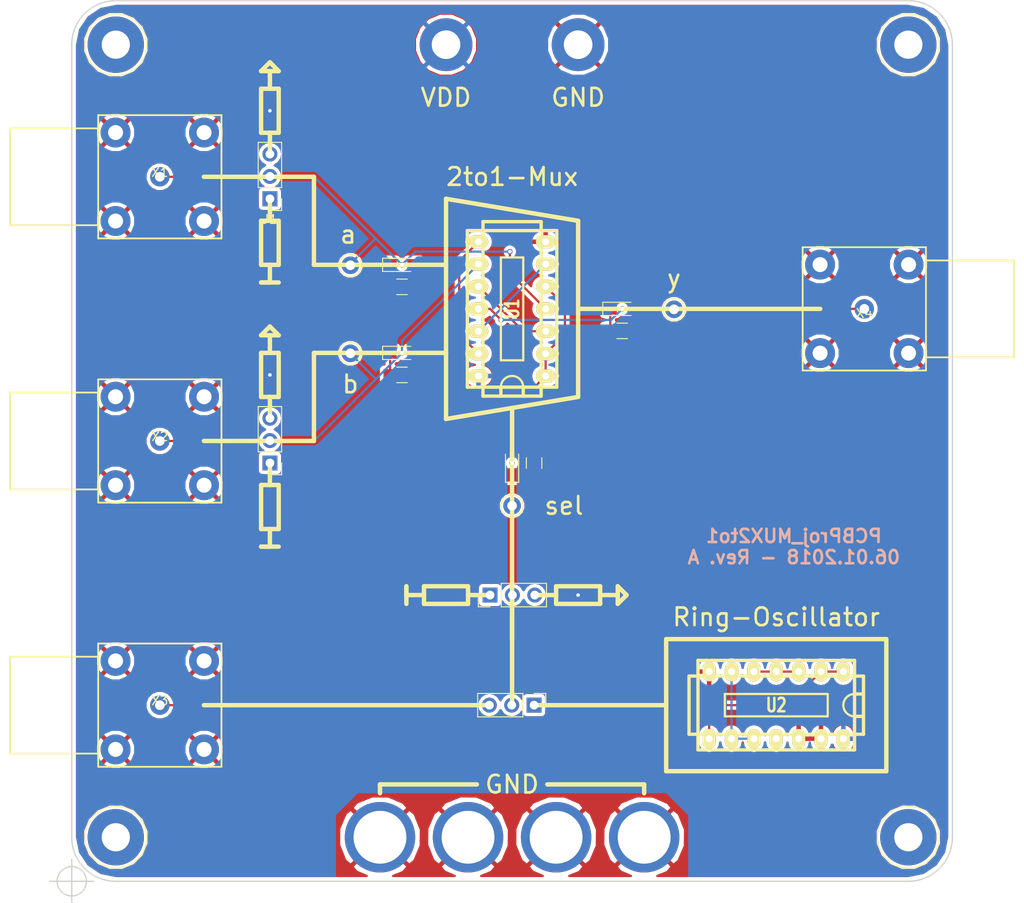
<source format=kicad_pcb>
(kicad_pcb (version 4) (host pcbnew 4.0.7)

  (general
    (links 74)
    (no_connects 0)
    (area 86.284999 39.624999 186.435001 139.775001)
    (thickness 1.6)
    (drawings 111)
    (tracks 93)
    (zones 0)
    (modules 38)
    (nets 25)
  )

  (page A4)
  (layers
    (0 F.Cu signal)
    (31 B.Cu signal)
    (32 B.Adhes user hide)
    (33 F.Adhes user hide)
    (34 B.Paste user hide)
    (35 F.Paste user hide)
    (36 B.SilkS user)
    (37 F.SilkS user)
    (38 B.Mask user)
    (39 F.Mask user)
    (40 Dwgs.User user hide)
    (41 Cmts.User user hide)
    (42 Eco1.User user hide)
    (43 Eco2.User user hide)
    (44 Edge.Cuts user)
    (45 Margin user hide)
    (46 B.CrtYd user)
    (47 F.CrtYd user hide)
    (48 B.Fab user)
    (49 F.Fab user)
  )

  (setup
    (last_trace_width 0.25)
    (trace_clearance 0.2)
    (zone_clearance 0.4)
    (zone_45_only yes)
    (trace_min 0.2)
    (segment_width 0.5)
    (edge_width 0.15)
    (via_size 0.6)
    (via_drill 0.4)
    (via_min_size 0.4)
    (via_min_drill 0.3)
    (uvia_size 0.3)
    (uvia_drill 0.1)
    (uvias_allowed no)
    (uvia_min_size 0.2)
    (uvia_min_drill 0.1)
    (pcb_text_width 0.3)
    (pcb_text_size 1.5 1.5)
    (mod_edge_width 0.15)
    (mod_text_size 1 1)
    (mod_text_width 0.15)
    (pad_size 8 8)
    (pad_drill 6)
    (pad_to_mask_clearance 0.2)
    (aux_axis_origin 86.36 139.7)
    (grid_origin 86.36 139.7)
    (visible_elements 7FFFFFFF)
    (pcbplotparams
      (layerselection 0x00030_80000001)
      (usegerberextensions false)
      (excludeedgelayer true)
      (linewidth 0.100000)
      (plotframeref false)
      (viasonmask false)
      (mode 1)
      (useauxorigin false)
      (hpglpennumber 1)
      (hpglpenspeed 20)
      (hpglpendiameter 15)
      (hpglpenoverlay 2)
      (psnegative false)
      (psa4output false)
      (plotreference true)
      (plotvalue true)
      (plotinvisibletext false)
      (padsonsilk false)
      (subtractmaskfromsilk false)
      (outputformat 1)
      (mirror false)
      (drillshape 1)
      (scaleselection 1)
      (outputdirectory ""))
  )

  (net 0 "")
  (net 1 "Net-(J1-Pad1)")
  (net 2 "Net-(J1-Pad3)")
  (net 3 "Net-(J2-Pad1)")
  (net 4 "Net-(J2-Pad3)")
  (net 5 GND)
  (net 6 /w0)
  (net 7 /w1)
  (net 8 /w2)
  (net 9 /sel_extern)
  (net 10 "Net-(J4-Pad1)")
  (net 11 "Net-(J4-Pad3)")
  (net 12 /osc)
  (net 13 "Net-(D1-Pad1)")
  (net 14 "Net-(D2-Pad1)")
  (net 15 "Net-(D3-Pad1)")
  (net 16 "Net-(D4-Pad1)")
  (net 17 "Net-(U2-Pad3)")
  (net 18 "Net-(U2-Pad10)")
  (net 19 VCC)
  (net 20 "Net-(U2-Pad11)")
  (net 21 /a)
  (net 22 /b)
  (net 23 /sel)
  (net 24 /y)

  (net_class Default "This is the default net class."
    (clearance 0.2)
    (trace_width 0.25)
    (via_dia 0.6)
    (via_drill 0.4)
    (uvia_dia 0.3)
    (uvia_drill 0.1)
    (add_net /a)
    (add_net /b)
    (add_net /osc)
    (add_net /sel)
    (add_net /sel_extern)
    (add_net /w0)
    (add_net /w1)
    (add_net /w2)
    (add_net /y)
    (add_net GND)
    (add_net "Net-(D1-Pad1)")
    (add_net "Net-(D2-Pad1)")
    (add_net "Net-(D3-Pad1)")
    (add_net "Net-(D4-Pad1)")
    (add_net "Net-(J1-Pad1)")
    (add_net "Net-(J1-Pad3)")
    (add_net "Net-(J2-Pad1)")
    (add_net "Net-(J2-Pad3)")
    (add_net "Net-(J4-Pad1)")
    (add_net "Net-(J4-Pad3)")
    (add_net "Net-(U2-Pad10)")
    (add_net "Net-(U2-Pad11)")
    (add_net "Net-(U2-Pad3)")
    (add_net VCC)
  )

  (module smisioto_w_pth_circuits:dil_14-300_socket (layer F.Cu) (tedit 5A3E4C8C) (tstamp 5A3E7363)
    (at 166.36 119.7 180)
    (descr "IC, DIL14 x 0,3\", with socket")
    (tags DIL)
    (path /5A2AF57E)
    (fp_text reference U2 (at 0 0 180) (layer F.SilkS)
      (effects (font (size 1.524 1.143) (thickness 0.28575)))
    )
    (fp_text value 74HC00 (at 0 6.604 180) (layer F.SilkS) hide
      (effects (font (size 1.524 1.143) (thickness 0.28575)))
    )
    (fp_line (start 8.89 -5.08) (end -8.89 -5.08) (layer F.SilkS) (width 0.381))
    (fp_line (start -8.89 5.08) (end 8.89 5.08) (layer F.SilkS) (width 0.381))
    (fp_line (start 9.906 3.302) (end -9.906 3.302) (layer F.SilkS) (width 0.381))
    (fp_line (start -9.906 -3.302) (end 9.906 -3.302) (layer F.SilkS) (width 0.381))
    (fp_line (start 5.842 1.27) (end -5.842 1.27) (layer F.SilkS) (width 0.254))
    (fp_line (start -5.842 -1.27) (end 5.842 -1.27) (layer F.SilkS) (width 0.254))
    (fp_arc (start -8.89 0) (end -8.89 -1.27) (angle 90) (layer F.SilkS) (width 0.254))
    (fp_arc (start -8.89 0) (end -7.62 0) (angle 90) (layer F.SilkS) (width 0.254))
    (fp_line (start -8.89 1.27) (end -9.906 1.27) (layer F.SilkS) (width 0.381))
    (fp_line (start -8.89 -1.27) (end -9.906 -1.27) (layer F.SilkS) (width 0.381))
    (fp_line (start -5.842 -1.27) (end -5.842 1.27) (layer F.SilkS) (width 0.254))
    (fp_line (start 5.842 1.27) (end 5.842 -1.27) (layer F.SilkS) (width 0.254))
    (fp_line (start 8.89 -5.08) (end 8.89 5.08) (layer F.SilkS) (width 0.381))
    (fp_line (start -8.89 5.08) (end -8.89 -5.08) (layer F.SilkS) (width 0.381))
    (fp_line (start 9.906 -3.302) (end 9.906 3.302) (layer F.SilkS) (width 0.381))
    (fp_line (start -9.906 3.302) (end -9.906 -3.302) (layer F.SilkS) (width 0.381))
    (pad 1 thru_hole oval (at -7.62 3.81 180) (size 1.50114 2.19964) (drill 0.8001) (layers *.Cu *.Mask F.SilkS)
      (net 12 /osc))
    (pad 2 thru_hole oval (at -5.08 3.81 180) (size 1.50114 2.19964) (drill 0.8001) (layers *.Cu *.Mask F.SilkS)
      (net 12 /osc))
    (pad 3 thru_hole oval (at -2.54 3.81 180) (size 1.50114 2.19964) (drill 0.8001) (layers *.Cu *.Mask F.SilkS)
      (net 17 "Net-(U2-Pad3)"))
    (pad 4 thru_hole oval (at 0 3.81 180) (size 1.50114 2.19964) (drill 0.8001) (layers *.Cu *.Mask F.SilkS)
      (net 17 "Net-(U2-Pad3)"))
    (pad 5 thru_hole oval (at 2.54 3.81 180) (size 1.50114 2.19964) (drill 0.8001) (layers *.Cu *.Mask F.SilkS)
      (net 17 "Net-(U2-Pad3)"))
    (pad 6 thru_hole oval (at 5.08 3.81 180) (size 1.50114 2.19964) (drill 0.8001) (layers *.Cu *.Mask F.SilkS)
      (net 18 "Net-(U2-Pad10)"))
    (pad 7 thru_hole oval (at 7.62 3.81 180) (size 1.50114 2.19964) (drill 0.8001) (layers *.Cu *.Mask F.SilkS)
      (net 5 GND))
    (pad 8 thru_hole oval (at 7.62 -3.81 180) (size 1.50114 2.19964) (drill 0.8001) (layers *.Cu *.Mask F.SilkS)
      (net 12 /osc))
    (pad 9 thru_hole oval (at 5.08 -3.81 180) (size 1.50114 2.19964) (drill 0.8001) (layers *.Cu *.Mask F.SilkS)
      (net 18 "Net-(U2-Pad10)"))
    (pad 10 thru_hole oval (at 2.54 -3.81 180) (size 1.50114 2.19964) (drill 0.8001) (layers *.Cu *.Mask F.SilkS)
      (net 18 "Net-(U2-Pad10)"))
    (pad 11 thru_hole oval (at 0 -3.81 180) (size 1.50114 2.19964) (drill 0.8001) (layers *.Cu *.Mask F.SilkS)
      (net 20 "Net-(U2-Pad11)"))
    (pad 12 thru_hole oval (at -2.54 -3.81 180) (size 1.50114 2.19964) (drill 0.8001) (layers *.Cu *.Mask F.SilkS)
      (net 5 GND))
    (pad 13 thru_hole oval (at -5.08 -3.81 180) (size 1.50114 2.19964) (drill 0.8001) (layers *.Cu *.Mask F.SilkS)
      (net 5 GND))
    (pad 14 thru_hole oval (at -7.62 -3.81 180) (size 1.50114 2.19964) (drill 0.8001) (layers *.Cu *.Mask F.SilkS)
      (net 19 VCC))
    (model walter/pth_circuits/dil_14-300_socket.wrl
      (at (xyz 0 0 0))
      (scale (xyz 1 1 1))
      (rotate (xyz 0 0 0))
    )
  )

  (module smisioto_w_pth_circuits:dil_14-300_socket (layer F.Cu) (tedit 5A3E4C84) (tstamp 5A3E7352)
    (at 136.36 74.7 90)
    (descr "IC, DIL14 x 0,3\", with socket")
    (tags DIL)
    (path /5A2AAB4E)
    (fp_text reference U1 (at 0 0 90) (layer F.SilkS)
      (effects (font (size 1.524 1.143) (thickness 0.28575)))
    )
    (fp_text value 74HC00 (at 0 6.604 90) (layer F.SilkS) hide
      (effects (font (size 1.524 1.143) (thickness 0.28575)))
    )
    (fp_line (start 8.89 -5.08) (end -8.89 -5.08) (layer F.SilkS) (width 0.381))
    (fp_line (start -8.89 5.08) (end 8.89 5.08) (layer F.SilkS) (width 0.381))
    (fp_line (start 9.906 3.302) (end -9.906 3.302) (layer F.SilkS) (width 0.381))
    (fp_line (start -9.906 -3.302) (end 9.906 -3.302) (layer F.SilkS) (width 0.381))
    (fp_line (start 5.842 1.27) (end -5.842 1.27) (layer F.SilkS) (width 0.254))
    (fp_line (start -5.842 -1.27) (end 5.842 -1.27) (layer F.SilkS) (width 0.254))
    (fp_arc (start -8.89 0) (end -8.89 -1.27) (angle 90) (layer F.SilkS) (width 0.254))
    (fp_arc (start -8.89 0) (end -7.62 0) (angle 90) (layer F.SilkS) (width 0.254))
    (fp_line (start -8.89 1.27) (end -9.906 1.27) (layer F.SilkS) (width 0.381))
    (fp_line (start -8.89 -1.27) (end -9.906 -1.27) (layer F.SilkS) (width 0.381))
    (fp_line (start -5.842 -1.27) (end -5.842 1.27) (layer F.SilkS) (width 0.254))
    (fp_line (start 5.842 1.27) (end 5.842 -1.27) (layer F.SilkS) (width 0.254))
    (fp_line (start 8.89 -5.08) (end 8.89 5.08) (layer F.SilkS) (width 0.381))
    (fp_line (start -8.89 5.08) (end -8.89 -5.08) (layer F.SilkS) (width 0.381))
    (fp_line (start 9.906 -3.302) (end 9.906 3.302) (layer F.SilkS) (width 0.381))
    (fp_line (start -9.906 3.302) (end -9.906 -3.302) (layer F.SilkS) (width 0.381))
    (pad 1 thru_hole oval (at -7.62 3.81 90) (size 1.50114 2.19964) (drill 0.8001) (layers *.Cu *.Mask F.SilkS)
      (net 23 /sel))
    (pad 2 thru_hole oval (at -5.08 3.81 90) (size 1.50114 2.19964) (drill 0.8001) (layers *.Cu *.Mask F.SilkS)
      (net 23 /sel))
    (pad 3 thru_hole oval (at -2.54 3.81 90) (size 1.50114 2.19964) (drill 0.8001) (layers *.Cu *.Mask F.SilkS)
      (net 6 /w0))
    (pad 4 thru_hole oval (at 0 3.81 90) (size 1.50114 2.19964) (drill 0.8001) (layers *.Cu *.Mask F.SilkS)
      (net 21 /a))
    (pad 5 thru_hole oval (at 2.54 3.81 90) (size 1.50114 2.19964) (drill 0.8001) (layers *.Cu *.Mask F.SilkS)
      (net 23 /sel))
    (pad 6 thru_hole oval (at 5.08 3.81 90) (size 1.50114 2.19964) (drill 0.8001) (layers *.Cu *.Mask F.SilkS)
      (net 7 /w1))
    (pad 7 thru_hole oval (at 7.62 3.81 90) (size 1.50114 2.19964) (drill 0.8001) (layers *.Cu *.Mask F.SilkS)
      (net 5 GND))
    (pad 8 thru_hole oval (at 7.62 -3.81 90) (size 1.50114 2.19964) (drill 0.8001) (layers *.Cu *.Mask F.SilkS)
      (net 8 /w2))
    (pad 9 thru_hole oval (at 5.08 -3.81 90) (size 1.50114 2.19964) (drill 0.8001) (layers *.Cu *.Mask F.SilkS)
      (net 22 /b))
    (pad 10 thru_hole oval (at 2.54 -3.81 90) (size 1.50114 2.19964) (drill 0.8001) (layers *.Cu *.Mask F.SilkS)
      (net 6 /w0))
    (pad 11 thru_hole oval (at 0 -3.81 90) (size 1.50114 2.19964) (drill 0.8001) (layers *.Cu *.Mask F.SilkS)
      (net 24 /y))
    (pad 12 thru_hole oval (at -2.54 -3.81 90) (size 1.50114 2.19964) (drill 0.8001) (layers *.Cu *.Mask F.SilkS)
      (net 7 /w1))
    (pad 13 thru_hole oval (at -5.08 -3.81 90) (size 1.50114 2.19964) (drill 0.8001) (layers *.Cu *.Mask F.SilkS)
      (net 8 /w2))
    (pad 14 thru_hole oval (at -7.62 -3.81 90) (size 1.50114 2.19964) (drill 0.8001) (layers *.Cu *.Mask F.SilkS)
      (net 19 VCC))
    (model walter/pth_circuits/dil_14-300_socket.wrl
      (at (xyz 0 0 0))
      (scale (xyz 1 1 1))
      (rotate (xyz 0 0 0))
    )
  )

  (module Pin_Headers:Pin_Header_Straight_1x03_Pitch2.54mm (layer F.Cu) (tedit 59650532) (tstamp 5A2AC4C5)
    (at 108.86 62.2 180)
    (descr "Through hole straight pin header, 1x03, 2.54mm pitch, single row")
    (tags "Through hole pin header THT 1x03 2.54mm single row")
    (path /5A2ABEB4)
    (fp_text reference J1 (at 0 -2.33 180) (layer F.SilkS)
      (effects (font (size 1 1) (thickness 0.15)))
    )
    (fp_text value GS3 (at 0 7.41 180) (layer F.Fab)
      (effects (font (size 1 1) (thickness 0.15)))
    )
    (fp_line (start -0.635 -1.27) (end 1.27 -1.27) (layer F.Fab) (width 0.1))
    (fp_line (start 1.27 -1.27) (end 1.27 6.35) (layer F.Fab) (width 0.1))
    (fp_line (start 1.27 6.35) (end -1.27 6.35) (layer F.Fab) (width 0.1))
    (fp_line (start -1.27 6.35) (end -1.27 -0.635) (layer F.Fab) (width 0.1))
    (fp_line (start -1.27 -0.635) (end -0.635 -1.27) (layer F.Fab) (width 0.1))
    (fp_line (start -1.33 6.41) (end 1.33 6.41) (layer F.SilkS) (width 0.12))
    (fp_line (start -1.33 1.27) (end -1.33 6.41) (layer F.SilkS) (width 0.12))
    (fp_line (start 1.33 1.27) (end 1.33 6.41) (layer F.SilkS) (width 0.12))
    (fp_line (start -1.33 1.27) (end 1.33 1.27) (layer F.SilkS) (width 0.12))
    (fp_line (start -1.33 0) (end -1.33 -1.33) (layer F.SilkS) (width 0.12))
    (fp_line (start -1.33 -1.33) (end 0 -1.33) (layer F.SilkS) (width 0.12))
    (fp_line (start -1.8 -1.8) (end -1.8 6.85) (layer F.CrtYd) (width 0.05))
    (fp_line (start -1.8 6.85) (end 1.8 6.85) (layer F.CrtYd) (width 0.05))
    (fp_line (start 1.8 6.85) (end 1.8 -1.8) (layer F.CrtYd) (width 0.05))
    (fp_line (start 1.8 -1.8) (end -1.8 -1.8) (layer F.CrtYd) (width 0.05))
    (fp_text user %R (at 0 2.54 270) (layer F.Fab)
      (effects (font (size 1 1) (thickness 0.15)))
    )
    (pad 1 thru_hole rect (at 0 0 180) (size 1.7 1.7) (drill 1) (layers *.Cu *.Mask)
      (net 1 "Net-(J1-Pad1)"))
    (pad 2 thru_hole oval (at 0 2.54 180) (size 1.7 1.7) (drill 1) (layers *.Cu *.Mask)
      (net 21 /a))
    (pad 3 thru_hole oval (at 0 5.08 180) (size 1.7 1.7) (drill 1) (layers *.Cu *.Mask)
      (net 2 "Net-(J1-Pad3)"))
    (model ${KISYS3DMOD}/Pin_Headers.3dshapes/Pin_Header_Straight_1x03_Pitch2.54mm.wrl
      (at (xyz 0 0 0))
      (scale (xyz 1 1 1))
      (rotate (xyz 0 0 0))
    )
  )

  (module Pin_Headers:Pin_Header_Straight_1x03_Pitch2.54mm (layer F.Cu) (tedit 5A3E4B68) (tstamp 5A2AC4CC)
    (at 108.86 92.2 180)
    (descr "Through hole straight pin header, 1x03, 2.54mm pitch, single row")
    (tags "Through hole pin header THT 1x03 2.54mm single row")
    (path /5A2ACB4C)
    (fp_text reference J2 (at 0 -2.33 180) (layer F.SilkS) hide
      (effects (font (size 1 1) (thickness 0.15)))
    )
    (fp_text value GS3 (at 0 7.41 180) (layer F.Fab)
      (effects (font (size 1 1) (thickness 0.15)))
    )
    (fp_line (start -0.635 -1.27) (end 1.27 -1.27) (layer F.Fab) (width 0.1))
    (fp_line (start 1.27 -1.27) (end 1.27 6.35) (layer F.Fab) (width 0.1))
    (fp_line (start 1.27 6.35) (end -1.27 6.35) (layer F.Fab) (width 0.1))
    (fp_line (start -1.27 6.35) (end -1.27 -0.635) (layer F.Fab) (width 0.1))
    (fp_line (start -1.27 -0.635) (end -0.635 -1.27) (layer F.Fab) (width 0.1))
    (fp_line (start -1.33 6.41) (end 1.33 6.41) (layer F.SilkS) (width 0.12))
    (fp_line (start -1.33 1.27) (end -1.33 6.41) (layer F.SilkS) (width 0.12))
    (fp_line (start 1.33 1.27) (end 1.33 6.41) (layer F.SilkS) (width 0.12))
    (fp_line (start -1.33 1.27) (end 1.33 1.27) (layer F.SilkS) (width 0.12))
    (fp_line (start -1.33 0) (end -1.33 -1.33) (layer F.SilkS) (width 0.12))
    (fp_line (start -1.33 -1.33) (end 0 -1.33) (layer F.SilkS) (width 0.12))
    (fp_line (start -1.8 -1.8) (end -1.8 6.85) (layer F.CrtYd) (width 0.05))
    (fp_line (start -1.8 6.85) (end 1.8 6.85) (layer F.CrtYd) (width 0.05))
    (fp_line (start 1.8 6.85) (end 1.8 -1.8) (layer F.CrtYd) (width 0.05))
    (fp_line (start 1.8 -1.8) (end -1.8 -1.8) (layer F.CrtYd) (width 0.05))
    (fp_text user %R (at 0 2.54 270) (layer F.Fab)
      (effects (font (size 1 1) (thickness 0.15)))
    )
    (pad 1 thru_hole rect (at 0 0 180) (size 1.7 1.7) (drill 1) (layers *.Cu *.Mask)
      (net 3 "Net-(J2-Pad1)"))
    (pad 2 thru_hole oval (at 0 2.54 180) (size 1.7 1.7) (drill 1) (layers *.Cu *.Mask)
      (net 22 /b))
    (pad 3 thru_hole oval (at 0 5.08 180) (size 1.7 1.7) (drill 1) (layers *.Cu *.Mask)
      (net 4 "Net-(J2-Pad3)"))
    (model ${KISYS3DMOD}/Pin_Headers.3dshapes/Pin_Header_Straight_1x03_Pitch2.54mm.wrl
      (at (xyz 0 0 0))
      (scale (xyz 1 1 1))
      (rotate (xyz 0 0 0))
    )
  )

  (module Pin_Headers:Pin_Header_Straight_1x03_Pitch2.54mm (layer F.Cu) (tedit 5A3E4B7F) (tstamp 5A2AC4D3)
    (at 138.86 119.7 270)
    (descr "Through hole straight pin header, 1x03, 2.54mm pitch, single row")
    (tags "Through hole pin header THT 1x03 2.54mm single row")
    (path /5A2B0F1C)
    (fp_text reference J3 (at 0 -2.33 270) (layer F.SilkS) hide
      (effects (font (size 1 1) (thickness 0.15)))
    )
    (fp_text value GS3 (at 0 7.41 270) (layer F.Fab)
      (effects (font (size 1 1) (thickness 0.15)))
    )
    (fp_line (start -0.635 -1.27) (end 1.27 -1.27) (layer F.Fab) (width 0.1))
    (fp_line (start 1.27 -1.27) (end 1.27 6.35) (layer F.Fab) (width 0.1))
    (fp_line (start 1.27 6.35) (end -1.27 6.35) (layer F.Fab) (width 0.1))
    (fp_line (start -1.27 6.35) (end -1.27 -0.635) (layer F.Fab) (width 0.1))
    (fp_line (start -1.27 -0.635) (end -0.635 -1.27) (layer F.Fab) (width 0.1))
    (fp_line (start -1.33 6.41) (end 1.33 6.41) (layer F.SilkS) (width 0.12))
    (fp_line (start -1.33 1.27) (end -1.33 6.41) (layer F.SilkS) (width 0.12))
    (fp_line (start 1.33 1.27) (end 1.33 6.41) (layer F.SilkS) (width 0.12))
    (fp_line (start -1.33 1.27) (end 1.33 1.27) (layer F.SilkS) (width 0.12))
    (fp_line (start -1.33 0) (end -1.33 -1.33) (layer F.SilkS) (width 0.12))
    (fp_line (start -1.33 -1.33) (end 0 -1.33) (layer F.SilkS) (width 0.12))
    (fp_line (start -1.8 -1.8) (end -1.8 6.85) (layer F.CrtYd) (width 0.05))
    (fp_line (start -1.8 6.85) (end 1.8 6.85) (layer F.CrtYd) (width 0.05))
    (fp_line (start 1.8 6.85) (end 1.8 -1.8) (layer F.CrtYd) (width 0.05))
    (fp_line (start 1.8 -1.8) (end -1.8 -1.8) (layer F.CrtYd) (width 0.05))
    (fp_text user %R (at 0 2.54 360) (layer F.Fab)
      (effects (font (size 1 1) (thickness 0.15)))
    )
    (pad 1 thru_hole rect (at 0 0 270) (size 1.7 1.7) (drill 1) (layers *.Cu *.Mask)
      (net 12 /osc))
    (pad 2 thru_hole oval (at 0 2.54 270) (size 1.7 1.7) (drill 1) (layers *.Cu *.Mask)
      (net 23 /sel))
    (pad 3 thru_hole oval (at 0 5.08 270) (size 1.7 1.7) (drill 1) (layers *.Cu *.Mask)
      (net 9 /sel_extern))
    (model ${KISYS3DMOD}/Pin_Headers.3dshapes/Pin_Header_Straight_1x03_Pitch2.54mm.wrl
      (at (xyz 0 0 0))
      (scale (xyz 1 1 1))
      (rotate (xyz 0 0 0))
    )
  )

  (module Pin_Headers:Pin_Header_Straight_1x03_Pitch2.54mm (layer F.Cu) (tedit 5A3E4B86) (tstamp 5A2AC6B7)
    (at 133.86 107.2 90)
    (descr "Through hole straight pin header, 1x03, 2.54mm pitch, single row")
    (tags "Through hole pin header THT 1x03 2.54mm single row")
    (path /5A2ACC54)
    (fp_text reference J4 (at 0 -2.33 90) (layer F.SilkS) hide
      (effects (font (size 1 1) (thickness 0.15)))
    )
    (fp_text value GS3 (at 0 7.41 90) (layer F.Fab)
      (effects (font (size 1 1) (thickness 0.15)))
    )
    (fp_line (start -0.635 -1.27) (end 1.27 -1.27) (layer F.Fab) (width 0.1))
    (fp_line (start 1.27 -1.27) (end 1.27 6.35) (layer F.Fab) (width 0.1))
    (fp_line (start 1.27 6.35) (end -1.27 6.35) (layer F.Fab) (width 0.1))
    (fp_line (start -1.27 6.35) (end -1.27 -0.635) (layer F.Fab) (width 0.1))
    (fp_line (start -1.27 -0.635) (end -0.635 -1.27) (layer F.Fab) (width 0.1))
    (fp_line (start -1.33 6.41) (end 1.33 6.41) (layer F.SilkS) (width 0.12))
    (fp_line (start -1.33 1.27) (end -1.33 6.41) (layer F.SilkS) (width 0.12))
    (fp_line (start 1.33 1.27) (end 1.33 6.41) (layer F.SilkS) (width 0.12))
    (fp_line (start -1.33 1.27) (end 1.33 1.27) (layer F.SilkS) (width 0.12))
    (fp_line (start -1.33 0) (end -1.33 -1.33) (layer F.SilkS) (width 0.12))
    (fp_line (start -1.33 -1.33) (end 0 -1.33) (layer F.SilkS) (width 0.12))
    (fp_line (start -1.8 -1.8) (end -1.8 6.85) (layer F.CrtYd) (width 0.05))
    (fp_line (start -1.8 6.85) (end 1.8 6.85) (layer F.CrtYd) (width 0.05))
    (fp_line (start 1.8 6.85) (end 1.8 -1.8) (layer F.CrtYd) (width 0.05))
    (fp_line (start 1.8 -1.8) (end -1.8 -1.8) (layer F.CrtYd) (width 0.05))
    (fp_text user %R (at 0 2.54 180) (layer F.Fab)
      (effects (font (size 1 1) (thickness 0.15)))
    )
    (pad 1 thru_hole rect (at 0 0 90) (size 1.7 1.7) (drill 1) (layers *.Cu *.Mask)
      (net 10 "Net-(J4-Pad1)"))
    (pad 2 thru_hole oval (at 0 2.54 90) (size 1.7 1.7) (drill 1) (layers *.Cu *.Mask)
      (net 23 /sel))
    (pad 3 thru_hole oval (at 0 5.08 90) (size 1.7 1.7) (drill 1) (layers *.Cu *.Mask)
      (net 11 "Net-(J4-Pad3)"))
    (model ${KISYS3DMOD}/Pin_Headers.3dshapes/Pin_Header_Straight_1x03_Pitch2.54mm.wrl
      (at (xyz 0 0 0))
      (scale (xyz 1 1 1))
      (rotate (xyz 0 0 0))
    )
  )

  (module Resistors_SMD:R_0805_HandSoldering (layer F.Cu) (tedit 5A3E4B5A) (tstamp 5A2BDBC7)
    (at 148.86 77.2)
    (descr "Resistor SMD 0805, hand soldering")
    (tags "resistor 0805")
    (path /5A2BCA66)
    (attr smd)
    (fp_text reference R10 (at 0 -1.7) (layer F.SilkS) hide
      (effects (font (size 1 1) (thickness 0.15)))
    )
    (fp_text value 560 (at 0 1.75) (layer F.Fab)
      (effects (font (size 1 1) (thickness 0.15)))
    )
    (fp_text user %R (at 0 0) (layer F.Fab)
      (effects (font (size 0.5 0.5) (thickness 0.075)))
    )
    (fp_line (start -1 0.62) (end -1 -0.62) (layer F.Fab) (width 0.1))
    (fp_line (start 1 0.62) (end -1 0.62) (layer F.Fab) (width 0.1))
    (fp_line (start 1 -0.62) (end 1 0.62) (layer F.Fab) (width 0.1))
    (fp_line (start -1 -0.62) (end 1 -0.62) (layer F.Fab) (width 0.1))
    (fp_line (start 0.6 0.88) (end -0.6 0.88) (layer F.SilkS) (width 0.12))
    (fp_line (start -0.6 -0.88) (end 0.6 -0.88) (layer F.SilkS) (width 0.12))
    (fp_line (start -2.35 -0.9) (end 2.35 -0.9) (layer F.CrtYd) (width 0.05))
    (fp_line (start -2.35 -0.9) (end -2.35 0.9) (layer F.CrtYd) (width 0.05))
    (fp_line (start 2.35 0.9) (end 2.35 -0.9) (layer F.CrtYd) (width 0.05))
    (fp_line (start 2.35 0.9) (end -2.35 0.9) (layer F.CrtYd) (width 0.05))
    (pad 1 smd rect (at -1.35 0) (size 1.5 1.3) (layers F.Cu F.Paste F.Mask)
      (net 16 "Net-(D4-Pad1)"))
    (pad 2 smd rect (at 1.35 0) (size 1.5 1.3) (layers F.Cu F.Paste F.Mask)
      (net 5 GND))
    (model ${KISYS3DMOD}/Resistors_SMD.3dshapes/R_0805.wrl
      (at (xyz 0 0 0))
      (scale (xyz 1 1 1))
      (rotate (xyz 0 0 0))
    )
  )

  (module Resistors_SMD:R_0805_HandSoldering (layer F.Cu) (tedit 5A3E4B65) (tstamp 5A2BDBC1)
    (at 138.86 92.2 90)
    (descr "Resistor SMD 0805, hand soldering")
    (tags "resistor 0805")
    (path /5A2BC861)
    (attr smd)
    (fp_text reference R9 (at 0 -1.7 90) (layer F.SilkS) hide
      (effects (font (size 1 1) (thickness 0.15)))
    )
    (fp_text value 560 (at 0 1.75 90) (layer F.Fab)
      (effects (font (size 1 1) (thickness 0.15)))
    )
    (fp_text user %R (at 0 0 90) (layer F.Fab)
      (effects (font (size 0.5 0.5) (thickness 0.075)))
    )
    (fp_line (start -1 0.62) (end -1 -0.62) (layer F.Fab) (width 0.1))
    (fp_line (start 1 0.62) (end -1 0.62) (layer F.Fab) (width 0.1))
    (fp_line (start 1 -0.62) (end 1 0.62) (layer F.Fab) (width 0.1))
    (fp_line (start -1 -0.62) (end 1 -0.62) (layer F.Fab) (width 0.1))
    (fp_line (start 0.6 0.88) (end -0.6 0.88) (layer F.SilkS) (width 0.12))
    (fp_line (start -0.6 -0.88) (end 0.6 -0.88) (layer F.SilkS) (width 0.12))
    (fp_line (start -2.35 -0.9) (end 2.35 -0.9) (layer F.CrtYd) (width 0.05))
    (fp_line (start -2.35 -0.9) (end -2.35 0.9) (layer F.CrtYd) (width 0.05))
    (fp_line (start 2.35 0.9) (end 2.35 -0.9) (layer F.CrtYd) (width 0.05))
    (fp_line (start 2.35 0.9) (end -2.35 0.9) (layer F.CrtYd) (width 0.05))
    (pad 1 smd rect (at -1.35 0 90) (size 1.5 1.3) (layers F.Cu F.Paste F.Mask)
      (net 15 "Net-(D3-Pad1)"))
    (pad 2 smd rect (at 1.35 0 90) (size 1.5 1.3) (layers F.Cu F.Paste F.Mask)
      (net 5 GND))
    (model ${KISYS3DMOD}/Resistors_SMD.3dshapes/R_0805.wrl
      (at (xyz 0 0 0))
      (scale (xyz 1 1 1))
      (rotate (xyz 0 0 0))
    )
  )

  (module Resistors_SMD:R_0805_HandSoldering (layer F.Cu) (tedit 5A3E4B5F) (tstamp 5A2BDBBB)
    (at 123.86 82.2)
    (descr "Resistor SMD 0805, hand soldering")
    (tags "resistor 0805")
    (path /5A2BC7D3)
    (attr smd)
    (fp_text reference R8 (at 0 -1.7) (layer F.SilkS) hide
      (effects (font (size 1 1) (thickness 0.15)))
    )
    (fp_text value 560 (at 0 1.75) (layer F.Fab)
      (effects (font (size 1 1) (thickness 0.15)))
    )
    (fp_text user %R (at 0 0) (layer F.Fab)
      (effects (font (size 0.5 0.5) (thickness 0.075)))
    )
    (fp_line (start -1 0.62) (end -1 -0.62) (layer F.Fab) (width 0.1))
    (fp_line (start 1 0.62) (end -1 0.62) (layer F.Fab) (width 0.1))
    (fp_line (start 1 -0.62) (end 1 0.62) (layer F.Fab) (width 0.1))
    (fp_line (start -1 -0.62) (end 1 -0.62) (layer F.Fab) (width 0.1))
    (fp_line (start 0.6 0.88) (end -0.6 0.88) (layer F.SilkS) (width 0.12))
    (fp_line (start -0.6 -0.88) (end 0.6 -0.88) (layer F.SilkS) (width 0.12))
    (fp_line (start -2.35 -0.9) (end 2.35 -0.9) (layer F.CrtYd) (width 0.05))
    (fp_line (start -2.35 -0.9) (end -2.35 0.9) (layer F.CrtYd) (width 0.05))
    (fp_line (start 2.35 0.9) (end 2.35 -0.9) (layer F.CrtYd) (width 0.05))
    (fp_line (start 2.35 0.9) (end -2.35 0.9) (layer F.CrtYd) (width 0.05))
    (pad 1 smd rect (at -1.35 0) (size 1.5 1.3) (layers F.Cu F.Paste F.Mask)
      (net 14 "Net-(D2-Pad1)"))
    (pad 2 smd rect (at 1.35 0) (size 1.5 1.3) (layers F.Cu F.Paste F.Mask)
      (net 5 GND))
    (model ${KISYS3DMOD}/Resistors_SMD.3dshapes/R_0805.wrl
      (at (xyz 0 0 0))
      (scale (xyz 1 1 1))
      (rotate (xyz 0 0 0))
    )
  )

  (module Resistors_SMD:R_0805_HandSoldering (layer F.Cu) (tedit 5A3E4B54) (tstamp 5A2BDBB5)
    (at 123.86 72.2)
    (descr "Resistor SMD 0805, hand soldering")
    (tags "resistor 0805")
    (path /5A2BC0BA)
    (attr smd)
    (fp_text reference R7 (at 0 -1.7) (layer F.SilkS) hide
      (effects (font (size 1 1) (thickness 0.15)))
    )
    (fp_text value 560 (at 0 1.75) (layer F.Fab)
      (effects (font (size 1 1) (thickness 0.15)))
    )
    (fp_text user %R (at 0 0) (layer F.Fab)
      (effects (font (size 0.5 0.5) (thickness 0.075)))
    )
    (fp_line (start -1 0.62) (end -1 -0.62) (layer F.Fab) (width 0.1))
    (fp_line (start 1 0.62) (end -1 0.62) (layer F.Fab) (width 0.1))
    (fp_line (start 1 -0.62) (end 1 0.62) (layer F.Fab) (width 0.1))
    (fp_line (start -1 -0.62) (end 1 -0.62) (layer F.Fab) (width 0.1))
    (fp_line (start 0.6 0.88) (end -0.6 0.88) (layer F.SilkS) (width 0.12))
    (fp_line (start -0.6 -0.88) (end 0.6 -0.88) (layer F.SilkS) (width 0.12))
    (fp_line (start -2.35 -0.9) (end 2.35 -0.9) (layer F.CrtYd) (width 0.05))
    (fp_line (start -2.35 -0.9) (end -2.35 0.9) (layer F.CrtYd) (width 0.05))
    (fp_line (start 2.35 0.9) (end 2.35 -0.9) (layer F.CrtYd) (width 0.05))
    (fp_line (start 2.35 0.9) (end -2.35 0.9) (layer F.CrtYd) (width 0.05))
    (pad 1 smd rect (at -1.35 0) (size 1.5 1.3) (layers F.Cu F.Paste F.Mask)
      (net 13 "Net-(D1-Pad1)"))
    (pad 2 smd rect (at 1.35 0) (size 1.5 1.3) (layers F.Cu F.Paste F.Mask)
      (net 5 GND))
    (model ${KISYS3DMOD}/Resistors_SMD.3dshapes/R_0805.wrl
      (at (xyz 0 0 0))
      (scale (xyz 1 1 1))
      (rotate (xyz 0 0 0))
    )
  )

  (module LEDs:LED_0805_HandSoldering (layer F.Cu) (tedit 5A3E91CC) (tstamp 5A2BDBAF)
    (at 148.86 74.7)
    (descr "Resistor SMD 0805, hand soldering")
    (tags "resistor 0805")
    (path /5A2BCA6C)
    (attr smd)
    (fp_text reference D4 (at 0 -1.7) (layer F.SilkS) hide
      (effects (font (size 1 1) (thickness 0.15)))
    )
    (fp_text value LED (at -0.27 -1.675) (layer F.Fab)
      (effects (font (size 1 1) (thickness 0.15)))
    )
    (fp_line (start -0.4 -0.4) (end -0.4 0.4) (layer F.Fab) (width 0.1))
    (fp_line (start -0.4 0) (end 0.2 -0.4) (layer F.Fab) (width 0.1))
    (fp_line (start 0.2 0.4) (end -0.4 0) (layer F.Fab) (width 0.1))
    (fp_line (start 0.2 -0.4) (end 0.2 0.4) (layer F.Fab) (width 0.1))
    (fp_line (start -1 0.62) (end -1 -0.62) (layer F.Fab) (width 0.1))
    (fp_line (start 1 0.62) (end -1 0.62) (layer F.Fab) (width 0.1))
    (fp_line (start 1 -0.62) (end 1 0.62) (layer F.Fab) (width 0.1))
    (fp_line (start -1 -0.62) (end 1 -0.62) (layer F.Fab) (width 0.1))
    (fp_line (start 1 0.75) (end -2.2 0.75) (layer F.SilkS) (width 0.12))
    (fp_line (start -2.2 -0.75) (end 1 -0.75) (layer F.SilkS) (width 0.12))
    (fp_line (start -2.35 -0.9) (end 2.35 -0.9) (layer F.CrtYd) (width 0.05))
    (fp_line (start -2.35 -0.9) (end -2.35 0.9) (layer F.CrtYd) (width 0.05))
    (fp_line (start 2.35 0.9) (end 2.35 -0.9) (layer F.CrtYd) (width 0.05))
    (fp_line (start 2.35 0.9) (end -2.35 0.9) (layer F.CrtYd) (width 0.05))
    (fp_line (start -2.2 -0.75) (end -2.2 0.75) (layer F.SilkS) (width 0.12))
    (pad 1 smd rect (at -1.35 0) (size 1.5 1.3) (layers F.Cu F.Paste F.Mask)
      (net 16 "Net-(D4-Pad1)"))
    (pad 2 smd rect (at 1.35 0) (size 1.5 1.3) (layers F.Cu F.Paste F.Mask)
      (net 24 /y))
    (model ${KISYS3DMOD}/LEDs.3dshapes/LED_0805.wrl
      (at (xyz 0 0 0))
      (scale (xyz 1 1 1))
      (rotate (xyz 0 0 0))
    )
  )

  (module LEDs:LED_0805_HandSoldering (layer F.Cu) (tedit 5A3E91BE) (tstamp 5A2BDBA9)
    (at 136.36 92.2 90)
    (descr "Resistor SMD 0805, hand soldering")
    (tags "resistor 0805")
    (path /5A2BC867)
    (attr smd)
    (fp_text reference D3 (at 0 -1.7 90) (layer F.SilkS) hide
      (effects (font (size 1 1) (thickness 0.15)))
    )
    (fp_text value LED (at 0.125 -1.74 90) (layer F.Fab)
      (effects (font (size 1 1) (thickness 0.15)))
    )
    (fp_line (start -0.4 -0.4) (end -0.4 0.4) (layer F.Fab) (width 0.1))
    (fp_line (start -0.4 0) (end 0.2 -0.4) (layer F.Fab) (width 0.1))
    (fp_line (start 0.2 0.4) (end -0.4 0) (layer F.Fab) (width 0.1))
    (fp_line (start 0.2 -0.4) (end 0.2 0.4) (layer F.Fab) (width 0.1))
    (fp_line (start -1 0.62) (end -1 -0.62) (layer F.Fab) (width 0.1))
    (fp_line (start 1 0.62) (end -1 0.62) (layer F.Fab) (width 0.1))
    (fp_line (start 1 -0.62) (end 1 0.62) (layer F.Fab) (width 0.1))
    (fp_line (start -1 -0.62) (end 1 -0.62) (layer F.Fab) (width 0.1))
    (fp_line (start 1 0.75) (end -2.2 0.75) (layer F.SilkS) (width 0.12))
    (fp_line (start -2.2 -0.75) (end 1 -0.75) (layer F.SilkS) (width 0.12))
    (fp_line (start -2.35 -0.9) (end 2.35 -0.9) (layer F.CrtYd) (width 0.05))
    (fp_line (start -2.35 -0.9) (end -2.35 0.9) (layer F.CrtYd) (width 0.05))
    (fp_line (start 2.35 0.9) (end 2.35 -0.9) (layer F.CrtYd) (width 0.05))
    (fp_line (start 2.35 0.9) (end -2.35 0.9) (layer F.CrtYd) (width 0.05))
    (fp_line (start -2.2 -0.75) (end -2.2 0.75) (layer F.SilkS) (width 0.12))
    (pad 1 smd rect (at -1.35 0 90) (size 1.5 1.3) (layers F.Cu F.Paste F.Mask)
      (net 15 "Net-(D3-Pad1)"))
    (pad 2 smd rect (at 1.35 0 90) (size 1.5 1.3) (layers F.Cu F.Paste F.Mask)
      (net 23 /sel))
    (model ${KISYS3DMOD}/LEDs.3dshapes/LED_0805.wrl
      (at (xyz 0 0 0))
      (scale (xyz 1 1 1))
      (rotate (xyz 0 0 0))
    )
  )

  (module LEDs:LED_0805_HandSoldering (layer F.Cu) (tedit 5A3E91B6) (tstamp 5A2BDBA3)
    (at 123.86 79.7)
    (descr "Resistor SMD 0805, hand soldering")
    (tags "resistor 0805")
    (path /5A2BC7D9)
    (attr smd)
    (fp_text reference D2 (at 0 -1.7) (layer F.SilkS) hide
      (effects (font (size 1 1) (thickness 0.15)))
    )
    (fp_text value LED (at -0.035 -1.595) (layer F.Fab)
      (effects (font (size 1 1) (thickness 0.15)))
    )
    (fp_line (start -0.4 -0.4) (end -0.4 0.4) (layer F.Fab) (width 0.1))
    (fp_line (start -0.4 0) (end 0.2 -0.4) (layer F.Fab) (width 0.1))
    (fp_line (start 0.2 0.4) (end -0.4 0) (layer F.Fab) (width 0.1))
    (fp_line (start 0.2 -0.4) (end 0.2 0.4) (layer F.Fab) (width 0.1))
    (fp_line (start -1 0.62) (end -1 -0.62) (layer F.Fab) (width 0.1))
    (fp_line (start 1 0.62) (end -1 0.62) (layer F.Fab) (width 0.1))
    (fp_line (start 1 -0.62) (end 1 0.62) (layer F.Fab) (width 0.1))
    (fp_line (start -1 -0.62) (end 1 -0.62) (layer F.Fab) (width 0.1))
    (fp_line (start 1 0.75) (end -2.2 0.75) (layer F.SilkS) (width 0.12))
    (fp_line (start -2.2 -0.75) (end 1 -0.75) (layer F.SilkS) (width 0.12))
    (fp_line (start -2.35 -0.9) (end 2.35 -0.9) (layer F.CrtYd) (width 0.05))
    (fp_line (start -2.35 -0.9) (end -2.35 0.9) (layer F.CrtYd) (width 0.05))
    (fp_line (start 2.35 0.9) (end 2.35 -0.9) (layer F.CrtYd) (width 0.05))
    (fp_line (start 2.35 0.9) (end -2.35 0.9) (layer F.CrtYd) (width 0.05))
    (fp_line (start -2.2 -0.75) (end -2.2 0.75) (layer F.SilkS) (width 0.12))
    (pad 1 smd rect (at -1.35 0) (size 1.5 1.3) (layers F.Cu F.Paste F.Mask)
      (net 14 "Net-(D2-Pad1)"))
    (pad 2 smd rect (at 1.35 0) (size 1.5 1.3) (layers F.Cu F.Paste F.Mask)
      (net 22 /b))
    (model ${KISYS3DMOD}/LEDs.3dshapes/LED_0805.wrl
      (at (xyz 0 0 0))
      (scale (xyz 1 1 1))
      (rotate (xyz 0 0 0))
    )
  )

  (module LEDs:LED_0805_HandSoldering (layer F.Cu) (tedit 5A3E91B0) (tstamp 5A2BDB9D)
    (at 123.86 69.7)
    (descr "Resistor SMD 0805, hand soldering")
    (tags "resistor 0805")
    (path /5A2BC121)
    (attr smd)
    (fp_text reference D1 (at 0 -1.7) (layer F.SilkS) hide
      (effects (font (size 1 1) (thickness 0.15)))
    )
    (fp_text value LED (at -0.035 -1.755) (layer F.Fab)
      (effects (font (size 1 1) (thickness 0.15)))
    )
    (fp_line (start -0.4 -0.4) (end -0.4 0.4) (layer F.Fab) (width 0.1))
    (fp_line (start -0.4 0) (end 0.2 -0.4) (layer F.Fab) (width 0.1))
    (fp_line (start 0.2 0.4) (end -0.4 0) (layer F.Fab) (width 0.1))
    (fp_line (start 0.2 -0.4) (end 0.2 0.4) (layer F.Fab) (width 0.1))
    (fp_line (start -1 0.62) (end -1 -0.62) (layer F.Fab) (width 0.1))
    (fp_line (start 1 0.62) (end -1 0.62) (layer F.Fab) (width 0.1))
    (fp_line (start 1 -0.62) (end 1 0.62) (layer F.Fab) (width 0.1))
    (fp_line (start -1 -0.62) (end 1 -0.62) (layer F.Fab) (width 0.1))
    (fp_line (start 1 0.75) (end -2.2 0.75) (layer F.SilkS) (width 0.12))
    (fp_line (start -2.2 -0.75) (end 1 -0.75) (layer F.SilkS) (width 0.12))
    (fp_line (start -2.35 -0.9) (end 2.35 -0.9) (layer F.CrtYd) (width 0.05))
    (fp_line (start -2.35 -0.9) (end -2.35 0.9) (layer F.CrtYd) (width 0.05))
    (fp_line (start 2.35 0.9) (end 2.35 -0.9) (layer F.CrtYd) (width 0.05))
    (fp_line (start 2.35 0.9) (end -2.35 0.9) (layer F.CrtYd) (width 0.05))
    (fp_line (start -2.2 -0.75) (end -2.2 0.75) (layer F.SilkS) (width 0.12))
    (pad 1 smd rect (at -1.35 0) (size 1.5 1.3) (layers F.Cu F.Paste F.Mask)
      (net 13 "Net-(D1-Pad1)"))
    (pad 2 smd rect (at 1.35 0) (size 1.5 1.3) (layers F.Cu F.Paste F.Mask)
      (net 21 /a))
    (model ${KISYS3DMOD}/LEDs.3dshapes/LED_0805.wrl
      (at (xyz 0 0 0))
      (scale (xyz 1 1 1))
      (rotate (xyz 0 0 0))
    )
  )

  (module Resistors_SMD:R_0805_HandSoldering (layer F.Cu) (tedit 5A3E4B84) (tstamp 5A2AC4F7)
    (at 128.86 107.2 180)
    (descr "Resistor SMD 0805, hand soldering")
    (tags "resistor 0805")
    (path /5A2ACC5B)
    (attr smd)
    (fp_text reference R6 (at 0 -1.7 180) (layer F.SilkS) hide
      (effects (font (size 1 1) (thickness 0.15)))
    )
    (fp_text value 10k (at 0 1.75 180) (layer F.Fab)
      (effects (font (size 1 1) (thickness 0.15)))
    )
    (fp_text user %R (at 0 0 180) (layer F.Fab)
      (effects (font (size 0.5 0.5) (thickness 0.075)))
    )
    (fp_line (start -1 0.62) (end -1 -0.62) (layer F.Fab) (width 0.1))
    (fp_line (start 1 0.62) (end -1 0.62) (layer F.Fab) (width 0.1))
    (fp_line (start 1 -0.62) (end 1 0.62) (layer F.Fab) (width 0.1))
    (fp_line (start -1 -0.62) (end 1 -0.62) (layer F.Fab) (width 0.1))
    (fp_line (start 0.6 0.88) (end -0.6 0.88) (layer F.SilkS) (width 0.12))
    (fp_line (start -0.6 -0.88) (end 0.6 -0.88) (layer F.SilkS) (width 0.12))
    (fp_line (start -2.35 -0.9) (end 2.35 -0.9) (layer F.CrtYd) (width 0.05))
    (fp_line (start -2.35 -0.9) (end -2.35 0.9) (layer F.CrtYd) (width 0.05))
    (fp_line (start 2.35 0.9) (end 2.35 -0.9) (layer F.CrtYd) (width 0.05))
    (fp_line (start 2.35 0.9) (end -2.35 0.9) (layer F.CrtYd) (width 0.05))
    (pad 1 smd rect (at -1.35 0 180) (size 1.5 1.3) (layers F.Cu F.Paste F.Mask)
      (net 10 "Net-(J4-Pad1)"))
    (pad 2 smd rect (at 1.35 0 180) (size 1.5 1.3) (layers F.Cu F.Paste F.Mask)
      (net 5 GND))
    (model ${KISYS3DMOD}/Resistors_SMD.3dshapes/R_0805.wrl
      (at (xyz 0 0 0))
      (scale (xyz 1 1 1))
      (rotate (xyz 0 0 0))
    )
  )

  (module Resistors_SMD:R_0805_HandSoldering (layer F.Cu) (tedit 5A3E4B81) (tstamp 5A2AC4F1)
    (at 143.86 107.2 180)
    (descr "Resistor SMD 0805, hand soldering")
    (tags "resistor 0805")
    (path /5A2ACC61)
    (attr smd)
    (fp_text reference R5 (at 0 -1.7 180) (layer F.SilkS) hide
      (effects (font (size 1 1) (thickness 0.15)))
    )
    (fp_text value 10k (at 0 1.75 180) (layer F.Fab)
      (effects (font (size 1 1) (thickness 0.15)))
    )
    (fp_text user %R (at 0 0 180) (layer F.Fab)
      (effects (font (size 0.5 0.5) (thickness 0.075)))
    )
    (fp_line (start -1 0.62) (end -1 -0.62) (layer F.Fab) (width 0.1))
    (fp_line (start 1 0.62) (end -1 0.62) (layer F.Fab) (width 0.1))
    (fp_line (start 1 -0.62) (end 1 0.62) (layer F.Fab) (width 0.1))
    (fp_line (start -1 -0.62) (end 1 -0.62) (layer F.Fab) (width 0.1))
    (fp_line (start 0.6 0.88) (end -0.6 0.88) (layer F.SilkS) (width 0.12))
    (fp_line (start -0.6 -0.88) (end 0.6 -0.88) (layer F.SilkS) (width 0.12))
    (fp_line (start -2.35 -0.9) (end 2.35 -0.9) (layer F.CrtYd) (width 0.05))
    (fp_line (start -2.35 -0.9) (end -2.35 0.9) (layer F.CrtYd) (width 0.05))
    (fp_line (start 2.35 0.9) (end 2.35 -0.9) (layer F.CrtYd) (width 0.05))
    (fp_line (start 2.35 0.9) (end -2.35 0.9) (layer F.CrtYd) (width 0.05))
    (pad 1 smd rect (at -1.35 0 180) (size 1.5 1.3) (layers F.Cu F.Paste F.Mask)
      (net 19 VCC))
    (pad 2 smd rect (at 1.35 0 180) (size 1.5 1.3) (layers F.Cu F.Paste F.Mask)
      (net 11 "Net-(J4-Pad3)"))
    (model ${KISYS3DMOD}/Resistors_SMD.3dshapes/R_0805.wrl
      (at (xyz 0 0 0))
      (scale (xyz 1 1 1))
      (rotate (xyz 0 0 0))
    )
  )

  (module Resistors_SMD:R_0805_HandSoldering (layer F.Cu) (tedit 5A3E4B6B) (tstamp 5A2AC4EB)
    (at 108.86 97.2 270)
    (descr "Resistor SMD 0805, hand soldering")
    (tags "resistor 0805")
    (path /5A2ACB53)
    (attr smd)
    (fp_text reference R4 (at 0 -1.7 270) (layer F.SilkS) hide
      (effects (font (size 1 1) (thickness 0.15)))
    )
    (fp_text value 10k (at 0 1.75 270) (layer F.Fab)
      (effects (font (size 1 1) (thickness 0.15)))
    )
    (fp_text user %R (at 0 0 270) (layer F.Fab)
      (effects (font (size 0.5 0.5) (thickness 0.075)))
    )
    (fp_line (start -1 0.62) (end -1 -0.62) (layer F.Fab) (width 0.1))
    (fp_line (start 1 0.62) (end -1 0.62) (layer F.Fab) (width 0.1))
    (fp_line (start 1 -0.62) (end 1 0.62) (layer F.Fab) (width 0.1))
    (fp_line (start -1 -0.62) (end 1 -0.62) (layer F.Fab) (width 0.1))
    (fp_line (start 0.6 0.88) (end -0.6 0.88) (layer F.SilkS) (width 0.12))
    (fp_line (start -0.6 -0.88) (end 0.6 -0.88) (layer F.SilkS) (width 0.12))
    (fp_line (start -2.35 -0.9) (end 2.35 -0.9) (layer F.CrtYd) (width 0.05))
    (fp_line (start -2.35 -0.9) (end -2.35 0.9) (layer F.CrtYd) (width 0.05))
    (fp_line (start 2.35 0.9) (end 2.35 -0.9) (layer F.CrtYd) (width 0.05))
    (fp_line (start 2.35 0.9) (end -2.35 0.9) (layer F.CrtYd) (width 0.05))
    (pad 1 smd rect (at -1.35 0 270) (size 1.5 1.3) (layers F.Cu F.Paste F.Mask)
      (net 3 "Net-(J2-Pad1)"))
    (pad 2 smd rect (at 1.35 0 270) (size 1.5 1.3) (layers F.Cu F.Paste F.Mask)
      (net 5 GND))
    (model ${KISYS3DMOD}/Resistors_SMD.3dshapes/R_0805.wrl
      (at (xyz 0 0 0))
      (scale (xyz 1 1 1))
      (rotate (xyz 0 0 0))
    )
  )

  (module Resistors_SMD:R_0805_HandSoldering (layer F.Cu) (tedit 5A3E4B6E) (tstamp 5A2AC4E5)
    (at 108.86 82.2 270)
    (descr "Resistor SMD 0805, hand soldering")
    (tags "resistor 0805")
    (path /5A2ACB59)
    (attr smd)
    (fp_text reference R3 (at 0 -1.7 270) (layer F.SilkS) hide
      (effects (font (size 1 1) (thickness 0.15)))
    )
    (fp_text value 10k (at 0 1.75 270) (layer F.Fab)
      (effects (font (size 1 1) (thickness 0.15)))
    )
    (fp_text user %R (at 0 0 270) (layer F.Fab)
      (effects (font (size 0.5 0.5) (thickness 0.075)))
    )
    (fp_line (start -1 0.62) (end -1 -0.62) (layer F.Fab) (width 0.1))
    (fp_line (start 1 0.62) (end -1 0.62) (layer F.Fab) (width 0.1))
    (fp_line (start 1 -0.62) (end 1 0.62) (layer F.Fab) (width 0.1))
    (fp_line (start -1 -0.62) (end 1 -0.62) (layer F.Fab) (width 0.1))
    (fp_line (start 0.6 0.88) (end -0.6 0.88) (layer F.SilkS) (width 0.12))
    (fp_line (start -0.6 -0.88) (end 0.6 -0.88) (layer F.SilkS) (width 0.12))
    (fp_line (start -2.35 -0.9) (end 2.35 -0.9) (layer F.CrtYd) (width 0.05))
    (fp_line (start -2.35 -0.9) (end -2.35 0.9) (layer F.CrtYd) (width 0.05))
    (fp_line (start 2.35 0.9) (end 2.35 -0.9) (layer F.CrtYd) (width 0.05))
    (fp_line (start 2.35 0.9) (end -2.35 0.9) (layer F.CrtYd) (width 0.05))
    (pad 1 smd rect (at -1.35 0 270) (size 1.5 1.3) (layers F.Cu F.Paste F.Mask)
      (net 19 VCC))
    (pad 2 smd rect (at 1.35 0 270) (size 1.5 1.3) (layers F.Cu F.Paste F.Mask)
      (net 4 "Net-(J2-Pad3)"))
    (model ${KISYS3DMOD}/Resistors_SMD.3dshapes/R_0805.wrl
      (at (xyz 0 0 0))
      (scale (xyz 1 1 1))
      (rotate (xyz 0 0 0))
    )
  )

  (module Resistors_SMD:R_0805_HandSoldering (layer F.Cu) (tedit 5A3E4B8D) (tstamp 5A2AC4DF)
    (at 108.86 67.2 270)
    (descr "Resistor SMD 0805, hand soldering")
    (tags "resistor 0805")
    (path /5A2AC243)
    (attr smd)
    (fp_text reference R2 (at 0 -1.7 270) (layer F.SilkS) hide
      (effects (font (size 1 1) (thickness 0.15)))
    )
    (fp_text value 10k (at 0 1.75 270) (layer F.Fab)
      (effects (font (size 1 1) (thickness 0.15)))
    )
    (fp_text user %R (at 0 0 270) (layer F.Fab)
      (effects (font (size 0.5 0.5) (thickness 0.075)))
    )
    (fp_line (start -1 0.62) (end -1 -0.62) (layer F.Fab) (width 0.1))
    (fp_line (start 1 0.62) (end -1 0.62) (layer F.Fab) (width 0.1))
    (fp_line (start 1 -0.62) (end 1 0.62) (layer F.Fab) (width 0.1))
    (fp_line (start -1 -0.62) (end 1 -0.62) (layer F.Fab) (width 0.1))
    (fp_line (start 0.6 0.88) (end -0.6 0.88) (layer F.SilkS) (width 0.12))
    (fp_line (start -0.6 -0.88) (end 0.6 -0.88) (layer F.SilkS) (width 0.12))
    (fp_line (start -2.35 -0.9) (end 2.35 -0.9) (layer F.CrtYd) (width 0.05))
    (fp_line (start -2.35 -0.9) (end -2.35 0.9) (layer F.CrtYd) (width 0.05))
    (fp_line (start 2.35 0.9) (end 2.35 -0.9) (layer F.CrtYd) (width 0.05))
    (fp_line (start 2.35 0.9) (end -2.35 0.9) (layer F.CrtYd) (width 0.05))
    (pad 1 smd rect (at -1.35 0 270) (size 1.5 1.3) (layers F.Cu F.Paste F.Mask)
      (net 1 "Net-(J1-Pad1)"))
    (pad 2 smd rect (at 1.35 0 270) (size 1.5 1.3) (layers F.Cu F.Paste F.Mask)
      (net 5 GND))
    (model ${KISYS3DMOD}/Resistors_SMD.3dshapes/R_0805.wrl
      (at (xyz 0 0 0))
      (scale (xyz 1 1 1))
      (rotate (xyz 0 0 0))
    )
  )

  (module Resistors_SMD:R_0805_HandSoldering (layer F.Cu) (tedit 5A3E4B8F) (tstamp 5A2AC4D9)
    (at 108.86 52.2 270)
    (descr "Resistor SMD 0805, hand soldering")
    (tags "resistor 0805")
    (path /5A2AC29C)
    (attr smd)
    (fp_text reference R1 (at 0 -1.7 270) (layer F.SilkS) hide
      (effects (font (size 1 1) (thickness 0.15)))
    )
    (fp_text value 10k (at 0 1.75 270) (layer F.Fab)
      (effects (font (size 1 1) (thickness 0.15)))
    )
    (fp_text user %R (at 0 0 270) (layer F.Fab)
      (effects (font (size 0.5 0.5) (thickness 0.075)))
    )
    (fp_line (start -1 0.62) (end -1 -0.62) (layer F.Fab) (width 0.1))
    (fp_line (start 1 0.62) (end -1 0.62) (layer F.Fab) (width 0.1))
    (fp_line (start 1 -0.62) (end 1 0.62) (layer F.Fab) (width 0.1))
    (fp_line (start -1 -0.62) (end 1 -0.62) (layer F.Fab) (width 0.1))
    (fp_line (start 0.6 0.88) (end -0.6 0.88) (layer F.SilkS) (width 0.12))
    (fp_line (start -0.6 -0.88) (end 0.6 -0.88) (layer F.SilkS) (width 0.12))
    (fp_line (start -2.35 -0.9) (end 2.35 -0.9) (layer F.CrtYd) (width 0.05))
    (fp_line (start -2.35 -0.9) (end -2.35 0.9) (layer F.CrtYd) (width 0.05))
    (fp_line (start 2.35 0.9) (end 2.35 -0.9) (layer F.CrtYd) (width 0.05))
    (fp_line (start 2.35 0.9) (end -2.35 0.9) (layer F.CrtYd) (width 0.05))
    (pad 1 smd rect (at -1.35 0 270) (size 1.5 1.3) (layers F.Cu F.Paste F.Mask)
      (net 19 VCC))
    (pad 2 smd rect (at 1.35 0 270) (size 1.5 1.3) (layers F.Cu F.Paste F.Mask)
      (net 2 "Net-(J1-Pad3)"))
    (model ${KISYS3DMOD}/Resistors_SMD.3dshapes/R_0805.wrl
      (at (xyz 0 0 0))
      (scale (xyz 1 1 1))
      (rotate (xyz 0 0 0))
    )
  )

  (module myFootprints:Conn_BNC_Angled (layer F.Cu) (tedit 5A2E9CE5) (tstamp 5A3251EB)
    (at 176.36 74.7)
    (descr https://de.rs-online.com/web/p/bnc-steckverbinder/5464049/)
    (tags "BNC connector angled through-hole THT")
    (path /5A2AB51A)
    (fp_text reference X4 (at 0 0.5) (layer F.SilkS)
      (effects (font (size 1 1) (thickness 0.15)))
    )
    (fp_text value Conn_Coaxial (at 0 -0.5) (layer F.Fab)
      (effects (font (size 1 1) (thickness 0.15)))
    )
    (fp_line (start -7 -7) (end 17 -7) (layer F.Fab) (width 0.2))
    (fp_line (start 17 -7) (end 17 7) (layer F.Fab) (width 0.2))
    (fp_line (start 17 7) (end -7 7) (layer F.Fab) (width 0.2))
    (fp_line (start -7 7) (end -7 -7) (layer F.Fab) (width 0.2))
    (fp_line (start -7 -7) (end 7 -7) (layer B.CrtYd) (width 0.2))
    (fp_line (start 7 -7) (end 7 7) (layer B.CrtYd) (width 0.2))
    (fp_line (start 7 7) (end -7 7) (layer B.CrtYd) (width 0.2))
    (fp_line (start -7 7) (end -7 -7) (layer B.CrtYd) (width 0.2))
    (fp_line (start -7 -7) (end 17 -7) (layer F.CrtYd) (width 0.2))
    (fp_line (start 17 -7) (end 17 7) (layer F.CrtYd) (width 0.2))
    (fp_line (start 17 7) (end -7 7) (layer F.CrtYd) (width 0.2))
    (fp_line (start -7 7) (end -7 -7) (layer F.CrtYd) (width 0.2))
    (fp_line (start 17 5.5) (end 7 5.5) (layer F.SilkS) (width 0.2))
    (fp_line (start 17 -5.5) (end 7 -5.5) (layer F.SilkS) (width 0.2))
    (fp_line (start -7 7) (end 7 7) (layer F.SilkS) (width 0.2))
    (fp_line (start 7 -7) (end -7 -7) (layer F.SilkS) (width 0.2))
    (fp_line (start 7 -7) (end 7 7) (layer F.SilkS) (width 0.2))
    (fp_line (start -7 7) (end -7 -7) (layer F.SilkS) (width 0.2))
    (fp_line (start 17 -5.5) (end 17 5.5) (layer F.SilkS) (width 0.2))
    (pad 1 thru_hole circle (at 0 0) (size 2.2 2.2) (drill 1.1) (layers *.Cu *.Mask)
      (net 24 /y))
    (pad 2 thru_hole circle (at -5.025 5.025) (size 3.4 3.4) (drill 1.7) (layers *.Cu *.Mask)
      (net 5 GND))
    (pad 2 thru_hole circle (at 5.025 5.025) (size 3.4 3.4) (drill 1.7) (layers *.Cu *.Mask)
      (net 5 GND))
    (pad 2 thru_hole circle (at 5.025 -5.025) (size 3.4 3.4) (drill 1.7) (layers *.Cu *.Mask)
      (net 5 GND))
    (pad 2 thru_hole circle (at -5.025 -5.025) (size 3.4 3.4) (drill 1.7) (layers *.Cu *.Mask)
      (net 5 GND))
    (model ${MY3DLIB}/bnc_connector_angled.wrl
      (at (xyz 0 0 0))
      (scale (xyz 1 1 1))
      (rotate (xyz 90 0 90))
    )
  )

  (module myFootprints:Conn_BNC_Angled (layer F.Cu) (tedit 5A2E9CE5) (tstamp 5A3251D0)
    (at 96.36 119.7 180)
    (descr https://de.rs-online.com/web/p/bnc-steckverbinder/5464049/)
    (tags "BNC connector angled through-hole THT")
    (path /5A2ACC48)
    (fp_text reference X3 (at 0 0.5 180) (layer F.SilkS)
      (effects (font (size 1 1) (thickness 0.15)))
    )
    (fp_text value Conn_Coaxial (at 0 -0.5 180) (layer F.Fab)
      (effects (font (size 1 1) (thickness 0.15)))
    )
    (fp_line (start -7 -7) (end 17 -7) (layer F.Fab) (width 0.2))
    (fp_line (start 17 -7) (end 17 7) (layer F.Fab) (width 0.2))
    (fp_line (start 17 7) (end -7 7) (layer F.Fab) (width 0.2))
    (fp_line (start -7 7) (end -7 -7) (layer F.Fab) (width 0.2))
    (fp_line (start -7 -7) (end 7 -7) (layer B.CrtYd) (width 0.2))
    (fp_line (start 7 -7) (end 7 7) (layer B.CrtYd) (width 0.2))
    (fp_line (start 7 7) (end -7 7) (layer B.CrtYd) (width 0.2))
    (fp_line (start -7 7) (end -7 -7) (layer B.CrtYd) (width 0.2))
    (fp_line (start -7 -7) (end 17 -7) (layer F.CrtYd) (width 0.2))
    (fp_line (start 17 -7) (end 17 7) (layer F.CrtYd) (width 0.2))
    (fp_line (start 17 7) (end -7 7) (layer F.CrtYd) (width 0.2))
    (fp_line (start -7 7) (end -7 -7) (layer F.CrtYd) (width 0.2))
    (fp_line (start 17 5.5) (end 7 5.5) (layer F.SilkS) (width 0.2))
    (fp_line (start 17 -5.5) (end 7 -5.5) (layer F.SilkS) (width 0.2))
    (fp_line (start -7 7) (end 7 7) (layer F.SilkS) (width 0.2))
    (fp_line (start 7 -7) (end -7 -7) (layer F.SilkS) (width 0.2))
    (fp_line (start 7 -7) (end 7 7) (layer F.SilkS) (width 0.2))
    (fp_line (start -7 7) (end -7 -7) (layer F.SilkS) (width 0.2))
    (fp_line (start 17 -5.5) (end 17 5.5) (layer F.SilkS) (width 0.2))
    (pad 1 thru_hole circle (at 0 0 180) (size 2.2 2.2) (drill 1.1) (layers *.Cu *.Mask)
      (net 9 /sel_extern))
    (pad 2 thru_hole circle (at -5.025 5.025 180) (size 3.4 3.4) (drill 1.7) (layers *.Cu *.Mask)
      (net 5 GND))
    (pad 2 thru_hole circle (at 5.025 5.025 180) (size 3.4 3.4) (drill 1.7) (layers *.Cu *.Mask)
      (net 5 GND))
    (pad 2 thru_hole circle (at 5.025 -5.025 180) (size 3.4 3.4) (drill 1.7) (layers *.Cu *.Mask)
      (net 5 GND))
    (pad 2 thru_hole circle (at -5.025 -5.025 180) (size 3.4 3.4) (drill 1.7) (layers *.Cu *.Mask)
      (net 5 GND))
    (model ${MY3DLIB}/bnc_connector_angled.wrl
      (at (xyz 0 0 0))
      (scale (xyz 1 1 1))
      (rotate (xyz 90 0 90))
    )
  )

  (module myFootprints:Conn_BNC_Angled (layer F.Cu) (tedit 5A2E9CE5) (tstamp 5A3251B5)
    (at 96.36 89.7 180)
    (descr https://de.rs-online.com/web/p/bnc-steckverbinder/5464049/)
    (tags "BNC connector angled through-hole THT")
    (path /5A2ACB40)
    (fp_text reference X2 (at 0 0.5 180) (layer F.SilkS)
      (effects (font (size 1 1) (thickness 0.15)))
    )
    (fp_text value Conn_Coaxial (at 0 -0.5 180) (layer F.Fab)
      (effects (font (size 1 1) (thickness 0.15)))
    )
    (fp_line (start -7 -7) (end 17 -7) (layer F.Fab) (width 0.2))
    (fp_line (start 17 -7) (end 17 7) (layer F.Fab) (width 0.2))
    (fp_line (start 17 7) (end -7 7) (layer F.Fab) (width 0.2))
    (fp_line (start -7 7) (end -7 -7) (layer F.Fab) (width 0.2))
    (fp_line (start -7 -7) (end 7 -7) (layer B.CrtYd) (width 0.2))
    (fp_line (start 7 -7) (end 7 7) (layer B.CrtYd) (width 0.2))
    (fp_line (start 7 7) (end -7 7) (layer B.CrtYd) (width 0.2))
    (fp_line (start -7 7) (end -7 -7) (layer B.CrtYd) (width 0.2))
    (fp_line (start -7 -7) (end 17 -7) (layer F.CrtYd) (width 0.2))
    (fp_line (start 17 -7) (end 17 7) (layer F.CrtYd) (width 0.2))
    (fp_line (start 17 7) (end -7 7) (layer F.CrtYd) (width 0.2))
    (fp_line (start -7 7) (end -7 -7) (layer F.CrtYd) (width 0.2))
    (fp_line (start 17 5.5) (end 7 5.5) (layer F.SilkS) (width 0.2))
    (fp_line (start 17 -5.5) (end 7 -5.5) (layer F.SilkS) (width 0.2))
    (fp_line (start -7 7) (end 7 7) (layer F.SilkS) (width 0.2))
    (fp_line (start 7 -7) (end -7 -7) (layer F.SilkS) (width 0.2))
    (fp_line (start 7 -7) (end 7 7) (layer F.SilkS) (width 0.2))
    (fp_line (start -7 7) (end -7 -7) (layer F.SilkS) (width 0.2))
    (fp_line (start 17 -5.5) (end 17 5.5) (layer F.SilkS) (width 0.2))
    (pad 1 thru_hole circle (at 0 0 180) (size 2.2 2.2) (drill 1.1) (layers *.Cu *.Mask)
      (net 22 /b))
    (pad 2 thru_hole circle (at -5.025 5.025 180) (size 3.4 3.4) (drill 1.7) (layers *.Cu *.Mask)
      (net 5 GND))
    (pad 2 thru_hole circle (at 5.025 5.025 180) (size 3.4 3.4) (drill 1.7) (layers *.Cu *.Mask)
      (net 5 GND))
    (pad 2 thru_hole circle (at 5.025 -5.025 180) (size 3.4 3.4) (drill 1.7) (layers *.Cu *.Mask)
      (net 5 GND))
    (pad 2 thru_hole circle (at -5.025 -5.025 180) (size 3.4 3.4) (drill 1.7) (layers *.Cu *.Mask)
      (net 5 GND))
    (model ${MY3DLIB}/bnc_connector_angled.wrl
      (at (xyz 0 0 0))
      (scale (xyz 1 1 1))
      (rotate (xyz 90 0 90))
    )
  )

  (module myFootprints:Conn_BNC_Angled (layer F.Cu) (tedit 5A2E9CE5) (tstamp 5A32519A)
    (at 96.36 59.7 180)
    (descr https://de.rs-online.com/web/p/bnc-steckverbinder/5464049/)
    (tags "BNC connector angled through-hole THT")
    (path /5A2AB443)
    (fp_text reference X1 (at 0 0.5 180) (layer F.SilkS)
      (effects (font (size 1 1) (thickness 0.15)))
    )
    (fp_text value Conn_Coaxial (at 0 -0.5 180) (layer F.Fab)
      (effects (font (size 1 1) (thickness 0.15)))
    )
    (fp_line (start -7 -7) (end 17 -7) (layer F.Fab) (width 0.2))
    (fp_line (start 17 -7) (end 17 7) (layer F.Fab) (width 0.2))
    (fp_line (start 17 7) (end -7 7) (layer F.Fab) (width 0.2))
    (fp_line (start -7 7) (end -7 -7) (layer F.Fab) (width 0.2))
    (fp_line (start -7 -7) (end 7 -7) (layer B.CrtYd) (width 0.2))
    (fp_line (start 7 -7) (end 7 7) (layer B.CrtYd) (width 0.2))
    (fp_line (start 7 7) (end -7 7) (layer B.CrtYd) (width 0.2))
    (fp_line (start -7 7) (end -7 -7) (layer B.CrtYd) (width 0.2))
    (fp_line (start -7 -7) (end 17 -7) (layer F.CrtYd) (width 0.2))
    (fp_line (start 17 -7) (end 17 7) (layer F.CrtYd) (width 0.2))
    (fp_line (start 17 7) (end -7 7) (layer F.CrtYd) (width 0.2))
    (fp_line (start -7 7) (end -7 -7) (layer F.CrtYd) (width 0.2))
    (fp_line (start 17 5.5) (end 7 5.5) (layer F.SilkS) (width 0.2))
    (fp_line (start 17 -5.5) (end 7 -5.5) (layer F.SilkS) (width 0.2))
    (fp_line (start -7 7) (end 7 7) (layer F.SilkS) (width 0.2))
    (fp_line (start 7 -7) (end -7 -7) (layer F.SilkS) (width 0.2))
    (fp_line (start 7 -7) (end 7 7) (layer F.SilkS) (width 0.2))
    (fp_line (start -7 7) (end -7 -7) (layer F.SilkS) (width 0.2))
    (fp_line (start 17 -5.5) (end 17 5.5) (layer F.SilkS) (width 0.2))
    (pad 1 thru_hole circle (at 0 0 180) (size 2.2 2.2) (drill 1.1) (layers *.Cu *.Mask)
      (net 21 /a))
    (pad 2 thru_hole circle (at -5.025 5.025 180) (size 3.4 3.4) (drill 1.7) (layers *.Cu *.Mask)
      (net 5 GND))
    (pad 2 thru_hole circle (at 5.025 5.025 180) (size 3.4 3.4) (drill 1.7) (layers *.Cu *.Mask)
      (net 5 GND))
    (pad 2 thru_hole circle (at 5.025 -5.025 180) (size 3.4 3.4) (drill 1.7) (layers *.Cu *.Mask)
      (net 5 GND))
    (pad 2 thru_hole circle (at -5.025 -5.025 180) (size 3.4 3.4) (drill 1.7) (layers *.Cu *.Mask)
      (net 5 GND))
    (model ${MY3DLIB}/bnc_connector_angled.wrl
      (at (xyz 0 0 0))
      (scale (xyz 1 1 1))
      (rotate (xyz 90 0 90))
    )
  )

  (module myFootprints:Conn_Socket_2mm_LB2-A (layer F.Cu) (tedit 5A3E92C5) (tstamp 5A3394BD)
    (at 143.86 44.7)
    (path /5A2EA39B)
    (fp_text reference J6 (at 0 -3.81) (layer F.SilkS) hide
      (effects (font (size 1 1) (thickness 0.15)))
    )
    (fp_text value Socket_2mm (at 0 3.81) (layer F.Fab)
      (effects (font (size 1 1) (thickness 0.15)))
    )
    (fp_circle (center 0 0) (end 3 0) (layer F.Fab) (width 0.1))
    (fp_text user %R (at 0 0) (layer F.Fab)
      (effects (font (size 1 1) (thickness 0.15)))
    )
    (pad 1 thru_hole circle (at 0 0) (size 6 6) (drill 3.25) (layers *.Cu *.Mask)
      (net 5 GND))
    (model ${MY3DLIB}/socket_2mm_lb2-a.wrl
      (at (xyz 0 0 0))
      (scale (xyz 1 1 1))
      (rotate (xyz 0 0 0))
    )
  )

  (module myFootprints:Conn_Socket_2mm_LB2-A (layer F.Cu) (tedit 5A3E92C5) (tstamp 5A3394B8)
    (at 128.86 44.7)
    (path /5A2EA2D7)
    (fp_text reference J5 (at 0 -3.81) (layer F.SilkS) hide
      (effects (font (size 1 1) (thickness 0.15)))
    )
    (fp_text value Socket_2mm (at 0 3.81) (layer F.Fab)
      (effects (font (size 1 1) (thickness 0.15)))
    )
    (fp_circle (center 0 0) (end 3 0) (layer F.Fab) (width 0.1))
    (fp_text user %R (at 0 0) (layer F.Fab)
      (effects (font (size 1 1) (thickness 0.15)))
    )
    (pad 1 thru_hole circle (at 0 0) (size 6 6) (drill 3.25) (layers *.Cu *.Mask)
      (net 19 VCC))
    (model ${MY3DLIB}/socket_2mm_lb2-a.wrl
      (at (xyz 0 0 0))
      (scale (xyz 1 1 1))
      (rotate (xyz 0 0 0))
    )
  )

  (module myFootprints:TestPoint_Pin_1mm (layer F.Cu) (tedit 5A3E93E9) (tstamp 5A3E734C)
    (at 154.75 74.75)
    (path /5A2EAD59)
    (fp_text reference TP4 (at 0 -2.54) (layer F.SilkS) hide
      (effects (font (size 1 1) (thickness 0.15)))
    )
    (fp_text value y (at 0 2.54) (layer F.Fab)
      (effects (font (size 1 1) (thickness 0.15)))
    )
    (fp_circle (center 0 0) (end 1 0) (layer F.Fab) (width 0.1))
    (fp_circle (center 0 0) (end 1.27 0) (layer F.SilkS) (width 0.12))
    (fp_text user %R (at 0 -2.54) (layer F.Fab)
      (effects (font (size 1 1) (thickness 0.15)))
    )
    (pad 1 thru_hole circle (at 0 0) (size 2 2) (drill 1.1) (layers *.Cu *.Mask)
      (net 24 /y))
    (model ${MY3DLIB}/test-pin_1mm.wrl
      (at (xyz 0 0 0))
      (scale (xyz 1 1 1))
      (rotate (xyz 0 0 0))
    )
  )

  (module myFootprints:TestPoint_Pin_1mm (layer F.Cu) (tedit 5A3E93ED) (tstamp 5A3E7346)
    (at 136.36 97.05)
    (path /5A2EAB97)
    (fp_text reference TP3 (at 0 -2.54) (layer F.SilkS) hide
      (effects (font (size 1 1) (thickness 0.15)))
    )
    (fp_text value c (at 0 2.54) (layer F.Fab)
      (effects (font (size 1 1) (thickness 0.15)))
    )
    (fp_circle (center 0 0) (end 1 0) (layer F.Fab) (width 0.1))
    (fp_circle (center 0 0) (end 1.27 0) (layer F.SilkS) (width 0.12))
    (fp_text user %R (at 0 -2.54) (layer F.Fab)
      (effects (font (size 1 1) (thickness 0.15)))
    )
    (pad 1 thru_hole circle (at 0 0) (size 2 2) (drill 1.1) (layers *.Cu *.Mask)
      (net 23 /sel))
    (model ${MY3DLIB}/test-pin_1mm.wrl
      (at (xyz 0 0 0))
      (scale (xyz 1 1 1))
      (rotate (xyz 0 0 0))
    )
  )

  (module myFootprints:TestPoint_Pin_1mm (layer F.Cu) (tedit 5A3E93E4) (tstamp 5A3E7340)
    (at 118 79.75)
    (path /5A2EA981)
    (fp_text reference TP2 (at 0 -2.54) (layer F.SilkS) hide
      (effects (font (size 1 1) (thickness 0.15)))
    )
    (fp_text value b (at 0 2.54) (layer F.Fab)
      (effects (font (size 1 1) (thickness 0.15)))
    )
    (fp_circle (center 0 0) (end 1 0) (layer F.Fab) (width 0.1))
    (fp_circle (center 0 0) (end 1.27 0) (layer F.SilkS) (width 0.12))
    (fp_text user %R (at 0 -2.54) (layer F.Fab)
      (effects (font (size 1 1) (thickness 0.15)))
    )
    (pad 1 thru_hole circle (at 0 0) (size 2 2) (drill 1.1) (layers *.Cu *.Mask)
      (net 22 /b))
    (model ${MY3DLIB}/test-pin_1mm.wrl
      (at (xyz 0 0 0))
      (scale (xyz 1 1 1))
      (rotate (xyz 0 0 0))
    )
  )

  (module myFootprints:TestPoint_Pin_1mm (layer F.Cu) (tedit 5A3E93DF) (tstamp 5A3E733A)
    (at 118 69.75)
    (path /5A2EA65B)
    (fp_text reference TP1 (at 0 -2.54) (layer F.SilkS) hide
      (effects (font (size 1 1) (thickness 0.15)))
    )
    (fp_text value a (at 0 2.54) (layer F.Fab)
      (effects (font (size 1 1) (thickness 0.15)))
    )
    (fp_circle (center 0 0) (end 1 0) (layer F.Fab) (width 0.1))
    (fp_circle (center 0 0) (end 1.27 0) (layer F.SilkS) (width 0.12))
    (fp_text user %R (at 0 -2.54) (layer F.Fab)
      (effects (font (size 1 1) (thickness 0.15)))
    )
    (pad 1 thru_hole circle (at 0 0) (size 2 2) (drill 1.1) (layers *.Cu *.Mask)
      (net 21 /a))
    (model ${MY3DLIB}/test-pin_1mm.wrl
      (at (xyz 0 0 0))
      (scale (xyz 1 1 1))
      (rotate (xyz 0 0 0))
    )
  )

  (module myFootprints:Mounting_Hole_Standoff_M3_10mm (layer F.Cu) (tedit 5A3E9311) (tstamp 5A3E96D0)
    (at 91.36 44.7)
    (fp_text reference REF** (at 0 0.5) (layer F.SilkS) hide
      (effects (font (size 1 1) (thickness 0.15)))
    )
    (fp_text value Mounting_Hole_Standoff_M3_10mm (at 0 -0.5) (layer F.Fab)
      (effects (font (size 1 1) (thickness 0.15)))
    )
    (fp_circle (center 0 0) (end 0 -3.5) (layer F.SilkS) (width 0.12))
    (fp_circle (center 0 0) (end 3.2 0) (layer F.Fab) (width 0.1))
    (pad 1 thru_hole circle (at 0 0) (size 6.4 6.4) (drill 3.2) (layers *.Cu *.Mask))
    (model ${MY3DLIB}/standoff+screw_m3_10.wrl
      (at (xyz 0 0 0))
      (scale (xyz 1 1 1))
      (rotate (xyz 0 0 0))
    )
  )

  (module myFootprints:Mounting_Hole_Standoff_M3_10mm (layer F.Cu) (tedit 5A3E9311) (tstamp 5A3E96CA)
    (at 181.36 44.7)
    (fp_text reference REF** (at 0 0.5) (layer F.SilkS) hide
      (effects (font (size 1 1) (thickness 0.15)))
    )
    (fp_text value Mounting_Hole_Standoff_M3_10mm (at 0 -0.5) (layer F.Fab)
      (effects (font (size 1 1) (thickness 0.15)))
    )
    (fp_circle (center 0 0) (end 0 -3.5) (layer F.SilkS) (width 0.12))
    (fp_circle (center 0 0) (end 3.2 0) (layer F.Fab) (width 0.1))
    (pad 1 thru_hole circle (at 0 0) (size 6.4 6.4) (drill 3.2) (layers *.Cu *.Mask))
    (model ${MY3DLIB}/standoff+screw_m3_10.wrl
      (at (xyz 0 0 0))
      (scale (xyz 1 1 1))
      (rotate (xyz 0 0 0))
    )
  )

  (module myFootprints:Mounting_Hole_Standoff_M3_10mm (layer F.Cu) (tedit 5A3E9311) (tstamp 5A3E96B8)
    (at 91.36 134.7)
    (fp_text reference REF** (at 0 0.5) (layer F.SilkS) hide
      (effects (font (size 1 1) (thickness 0.15)))
    )
    (fp_text value Mounting_Hole_Standoff_M3_10mm (at 0 -0.5) (layer F.Fab)
      (effects (font (size 1 1) (thickness 0.15)))
    )
    (fp_circle (center 0 0) (end 0 -3.5) (layer F.SilkS) (width 0.12))
    (fp_circle (center 0 0) (end 3.2 0) (layer F.Fab) (width 0.1))
    (pad 1 thru_hole circle (at 0 0) (size 6.4 6.4) (drill 3.2) (layers *.Cu *.Mask))
    (model ${MY3DLIB}/standoff+screw_m3_10.wrl
      (at (xyz 0 0 0))
      (scale (xyz 1 1 1))
      (rotate (xyz 0 0 0))
    )
  )

  (module myFootprints:Mounting_Hole_Standoff_M3_10mm (layer F.Cu) (tedit 5A3E9311) (tstamp 5A3E96C3)
    (at 181.36 134.7)
    (fp_text reference REF** (at 0 0.5) (layer F.SilkS) hide
      (effects (font (size 1 1) (thickness 0.15)))
    )
    (fp_text value Mounting_Hole_Standoff_M3_10mm (at 0 -0.5) (layer F.Fab)
      (effects (font (size 1 1) (thickness 0.15)))
    )
    (fp_circle (center 0 0) (end 0 -3.5) (layer F.SilkS) (width 0.12))
    (fp_circle (center 0 0) (end 3.2 0) (layer F.Fab) (width 0.1))
    (pad 1 thru_hole circle (at 0 0) (size 6.4 6.4) (drill 3.2) (layers *.Cu *.Mask))
    (model ${MY3DLIB}/standoff+screw_m3_10.wrl
      (at (xyz 0 0 0))
      (scale (xyz 1 1 1))
      (rotate (xyz 0 0 0))
    )
  )

  (module Mounting_Holes:MountingHole_6mm_Pad (layer F.Cu) (tedit 5A50B545) (tstamp 5A50B023)
    (at 121.36 134.7)
    (descr "Mounting Hole 6mm")
    (tags "mounting hole 6mm")
    (path /5A50AE1F)
    (attr virtual)
    (fp_text reference J7 (at 0 -7) (layer F.SilkS) hide
      (effects (font (size 1 1) (thickness 0.15)))
    )
    (fp_text value Hole (at 0 2) (layer F.Fab) hide
      (effects (font (size 1 1) (thickness 0.15)))
    )
    (fp_text user %R (at 0.3 0) (layer F.Fab)
      (effects (font (size 1 1) (thickness 0.15)))
    )
    (fp_circle (center 0 0) (end 6 0) (layer Cmts.User) (width 0.15))
    (fp_circle (center 0 0) (end 6.25 0) (layer F.CrtYd) (width 0.05))
    (pad 1 thru_hole circle (at 0 0) (size 8 8) (drill 6) (layers *.Cu *.Mask)
      (net 5 GND))
  )

  (module Mounting_Holes:MountingHole_6mm_Pad (layer F.Cu) (tedit 5A50B548) (tstamp 5A50B028)
    (at 131.36 134.7)
    (descr "Mounting Hole 6mm")
    (tags "mounting hole 6mm")
    (path /5A50AEB0)
    (attr virtual)
    (fp_text reference J8 (at 0 -7) (layer F.SilkS) hide
      (effects (font (size 1 1) (thickness 0.15)))
    )
    (fp_text value Hole (at 0 2) (layer F.Fab) hide
      (effects (font (size 1 1) (thickness 0.15)))
    )
    (fp_text user %R (at 0.3 0) (layer F.Fab)
      (effects (font (size 1 1) (thickness 0.15)))
    )
    (fp_circle (center 0 0) (end 6 0) (layer Cmts.User) (width 0.15))
    (fp_circle (center 0 0) (end 6.25 0) (layer F.CrtYd) (width 0.05))
    (pad 1 thru_hole circle (at 0 0) (size 8 8) (drill 6) (layers *.Cu *.Mask)
      (net 5 GND))
  )

  (module Mounting_Holes:MountingHole_6mm_Pad (layer F.Cu) (tedit 5A50B54E) (tstamp 5A50B02D)
    (at 141.36 134.7)
    (descr "Mounting Hole 6mm")
    (tags "mounting hole 6mm")
    (path /5A50AF44)
    (attr virtual)
    (fp_text reference J9 (at 0 -7) (layer F.SilkS) hide
      (effects (font (size 1 1) (thickness 0.15)))
    )
    (fp_text value Hole (at 0 2) (layer F.Fab) hide
      (effects (font (size 1 1) (thickness 0.15)))
    )
    (fp_text user %R (at 0.3 0) (layer F.Fab)
      (effects (font (size 1 1) (thickness 0.15)))
    )
    (fp_circle (center 0 0) (end 6 0) (layer Cmts.User) (width 0.15))
    (fp_circle (center 0 0) (end 6.25 0) (layer F.CrtYd) (width 0.05))
    (pad 1 thru_hole circle (at 0 0) (size 8 8) (drill 6) (layers *.Cu *.Mask)
      (net 5 GND))
  )

  (module Mounting_Holes:MountingHole_6mm_Pad (layer F.Cu) (tedit 5A50B551) (tstamp 5A50B032)
    (at 151.36 134.7)
    (descr "Mounting Hole 6mm")
    (tags "mounting hole 6mm")
    (path /5A50AFD9)
    (attr virtual)
    (fp_text reference J10 (at 0 -7) (layer F.SilkS) hide
      (effects (font (size 1 1) (thickness 0.15)))
    )
    (fp_text value Hole (at 0 2) (layer F.Fab) hide
      (effects (font (size 1 1) (thickness 0.15)))
    )
    (fp_text user %R (at 0.3 0) (layer F.Fab)
      (effects (font (size 1 1) (thickness 0.15)))
    )
    (fp_circle (center 0 0) (end 6 0) (layer Cmts.User) (width 0.15))
    (fp_circle (center 0 0) (end 6.25 0) (layer F.CrtYd) (width 0.05))
    (pad 1 thru_hole circle (at 0 0) (size 8 8) (drill 6) (layers *.Cu *.Mask)
      (net 5 GND))
  )

  (gr_text "PCBProj_MUX2to1\n06.01.2018 - Rev. A" (at 168.36 101.7) (layer B.SilkS)
    (effects (font (size 1.5 1.5) (thickness 0.3)) (justify mirror))
  )
  (gr_line (start 121.36 128.7) (end 121.36 129.7) (angle 90) (layer F.SilkS) (width 0.5))
  (gr_line (start 132.36 128.7) (end 121.36 128.7) (angle 90) (layer F.SilkS) (width 0.5))
  (gr_line (start 151.36 128.7) (end 151.36 129.7) (angle 90) (layer F.SilkS) (width 0.5))
  (gr_line (start 140.36 128.7) (end 151.36 128.7) (angle 90) (layer F.SilkS) (width 0.5))
  (gr_text "GND\n" (at 136.36 128.7) (layer F.SilkS)
    (effects (font (size 2 2) (thickness 0.3)))
  )
  (gr_line (start 86.36 44.7) (end 86.36 134.7) (angle 90) (layer Edge.Cuts) (width 0.15))
  (gr_line (start 181.36 39.7) (end 91.36 39.7) (angle 90) (layer Edge.Cuts) (width 0.15))
  (gr_line (start 186.36 134.7) (end 186.36 44.7) (angle 90) (layer Edge.Cuts) (width 0.15))
  (gr_line (start 91.36 139.7) (end 181.36 139.7) (angle 90) (layer Edge.Cuts) (width 0.15))
  (gr_arc (start 91.36 134.7) (end 91.36 139.7) (angle 90) (layer Edge.Cuts) (width 0.15))
  (gr_arc (start 181.36 134.7) (end 186.36 134.7) (angle 90) (layer Edge.Cuts) (width 0.15))
  (gr_arc (start 181.36 44.7) (end 181.36 39.7) (angle 90) (layer Edge.Cuts) (width 0.15))
  (gr_arc (start 91.36 44.7) (end 86.36 44.7) (angle 90) (layer Edge.Cuts) (width 0.15))
  (gr_text GND (at 143.86 50.7) (layer F.SilkS)
    (effects (font (size 2 2) (thickness 0.3)))
  )
  (gr_text VDD (at 128.86 50.7) (layer F.SilkS)
    (effects (font (size 2 2) (thickness 0.3)))
  )
  (gr_text y (at 154.75 71.25) (layer F.SilkS)
    (effects (font (size 2 2) (thickness 0.3)))
  )
  (gr_line (start 136.36 92.2) (end 136.36 85.95) (angle 90) (layer F.SilkS) (width 0.5))
  (gr_text sel (at 139.86 97.05) (layer F.SilkS)
    (effects (font (size 2 2) (thickness 0.3)) (justify left))
  )
  (gr_text b (at 118 83.25) (layer F.SilkS)
    (effects (font (size 2 2) (thickness 0.3)))
  )
  (gr_text a (at 117.75 66.25) (layer F.SilkS)
    (effects (font (size 2 2) (thickness 0.3)))
  )
  (gr_text 2to1-Mux (at 136.36 59.7) (layer F.SilkS)
    (effects (font (size 2 2) (thickness 0.3)))
  )
  (gr_line (start 148.36 108.2) (end 148.36 107.2) (angle 90) (layer F.SilkS) (width 0.5))
  (gr_line (start 149.36 107.2) (end 148.36 108.2) (angle 90) (layer F.SilkS) (width 0.5))
  (gr_line (start 148.36 106.2) (end 149.36 107.2) (angle 90) (layer F.SilkS) (width 0.5))
  (gr_line (start 148.36 107.2) (end 148.36 106.2) (angle 90) (layer F.SilkS) (width 0.5))
  (gr_line (start 146.36 107.2) (end 148.36 107.2) (angle 90) (layer F.SilkS) (width 0.5))
  (gr_line (start 124.36 106.2) (end 124.36 108.2) (angle 90) (layer F.SilkS) (width 0.5))
  (gr_line (start 124.36 107.2) (end 124.36 106.2) (angle 90) (layer F.SilkS) (width 0.5))
  (gr_line (start 126.36 107.2) (end 124.36 107.2) (angle 90) (layer F.SilkS) (width 0.5))
  (gr_line (start 141.36 108.2) (end 141.36 107.2) (angle 90) (layer F.SilkS) (width 0.5))
  (gr_line (start 146.36 108.2) (end 141.36 108.2) (angle 90) (layer F.SilkS) (width 0.5))
  (gr_line (start 146.36 106.2) (end 146.36 108.2) (angle 90) (layer F.SilkS) (width 0.5))
  (gr_line (start 141.36 106.2) (end 146.36 106.2) (angle 90) (layer F.SilkS) (width 0.5))
  (gr_line (start 141.36 107.2) (end 141.36 106.2) (angle 90) (layer F.SilkS) (width 0.5))
  (gr_line (start 138.86 107.2) (end 141.36 107.2) (angle 90) (layer F.SilkS) (width 0.5))
  (gr_line (start 131.36 108.2) (end 131.36 107.2) (angle 90) (layer F.SilkS) (width 0.5))
  (gr_line (start 126.36 108.2) (end 131.36 108.2) (angle 90) (layer F.SilkS) (width 0.5))
  (gr_line (start 126.36 106.2) (end 126.36 108.2) (angle 90) (layer F.SilkS) (width 0.5))
  (gr_line (start 131.36 106.2) (end 126.36 106.2) (angle 90) (layer F.SilkS) (width 0.5))
  (gr_line (start 131.36 107.2) (end 131.36 106.2) (angle 90) (layer F.SilkS) (width 0.5))
  (gr_line (start 133.86 107.2) (end 131.36 107.2) (angle 90) (layer F.SilkS) (width 0.5))
  (gr_line (start 107.86 101.7) (end 109.86 101.7) (angle 90) (layer F.SilkS) (width 0.5))
  (gr_line (start 108.86 101.7) (end 107.86 101.7) (angle 90) (layer F.SilkS) (width 0.5))
  (gr_line (start 108.86 99.7) (end 108.86 101.7) (angle 90) (layer F.SilkS) (width 0.5))
  (gr_line (start 109.86 77.7) (end 108.86 77.7) (angle 90) (layer F.SilkS) (width 0.5))
  (gr_line (start 108.86 76.7) (end 109.86 77.7) (angle 90) (layer F.SilkS) (width 0.5))
  (gr_line (start 107.86 77.7) (end 108.86 76.7) (angle 90) (layer F.SilkS) (width 0.5))
  (gr_line (start 108.86 77.7) (end 107.86 77.7) (angle 90) (layer F.SilkS) (width 0.5))
  (gr_line (start 108.86 79.7) (end 108.86 77.7) (angle 90) (layer F.SilkS) (width 0.5))
  (gr_line (start 109.86 47.7) (end 108.86 47.7) (angle 90) (layer F.SilkS) (width 0.5))
  (gr_line (start 108.86 46.7) (end 109.86 47.7) (angle 90) (layer F.SilkS) (width 0.5))
  (gr_line (start 107.86 47.7) (end 108.86 46.7) (angle 90) (layer F.SilkS) (width 0.5))
  (gr_line (start 108.86 47.7) (end 107.86 47.7) (angle 90) (layer F.SilkS) (width 0.5))
  (gr_line (start 108.86 49.7) (end 108.86 47.7) (angle 90) (layer F.SilkS) (width 0.5))
  (gr_line (start 107.86 71.7) (end 109.86 71.7) (angle 90) (layer F.SilkS) (width 0.5))
  (gr_line (start 108.86 71.7) (end 107.86 71.7) (angle 90) (layer F.SilkS) (width 0.5))
  (gr_line (start 108.86 69.7) (end 108.86 71.7) (angle 90) (layer F.SilkS) (width 0.5))
  (gr_line (start 109.86 54.7) (end 108.86 54.7) (angle 90) (layer F.SilkS) (width 0.5))
  (gr_line (start 109.86 49.7) (end 109.86 54.7) (angle 90) (layer F.SilkS) (width 0.5))
  (gr_line (start 107.86 49.7) (end 109.86 49.7) (angle 90) (layer F.SilkS) (width 0.5))
  (gr_line (start 107.86 54.7) (end 107.86 49.7) (angle 90) (layer F.SilkS) (width 0.5))
  (gr_line (start 108.86 54.7) (end 107.86 54.7) (angle 90) (layer F.SilkS) (width 0.5))
  (gr_line (start 108.86 57.2) (end 108.86 54.7) (angle 90) (layer F.SilkS) (width 0.5))
  (gr_line (start 107.86 64.7) (end 108.86 64.7) (angle 90) (layer F.SilkS) (width 0.5))
  (gr_line (start 107.86 69.7) (end 107.86 64.7) (angle 90) (layer F.SilkS) (width 0.5))
  (gr_line (start 109.86 69.7) (end 107.86 69.7) (angle 90) (layer F.SilkS) (width 0.5))
  (gr_line (start 109.86 64.7) (end 109.86 69.7) (angle 90) (layer F.SilkS) (width 0.5))
  (gr_line (start 108.86 64.7) (end 109.86 64.7) (angle 90) (layer F.SilkS) (width 0.5))
  (gr_line (start 108.86 62.2) (end 108.86 64.7) (angle 90) (layer F.SilkS) (width 0.5))
  (gr_line (start 109.86 84.7) (end 108.86 84.7) (angle 90) (layer F.SilkS) (width 0.5))
  (gr_line (start 109.86 79.7) (end 109.86 84.7) (angle 90) (layer F.SilkS) (width 0.5))
  (gr_line (start 107.86 79.7) (end 109.86 79.7) (angle 90) (layer F.SilkS) (width 0.5))
  (gr_line (start 107.86 84.7) (end 107.86 79.7) (angle 90) (layer F.SilkS) (width 0.5))
  (gr_line (start 108.86 84.7) (end 107.86 84.7) (angle 90) (layer F.SilkS) (width 0.5))
  (gr_line (start 108.86 87.2) (end 108.86 84.7) (angle 90) (layer F.SilkS) (width 0.5))
  (gr_line (start 109.86 94.7) (end 108.86 94.7) (angle 90) (layer F.SilkS) (width 0.5))
  (gr_line (start 109.86 99.7) (end 109.86 94.7) (angle 90) (layer F.SilkS) (width 0.5))
  (gr_line (start 107.86 99.7) (end 109.86 99.7) (angle 90) (layer F.SilkS) (width 0.5))
  (gr_line (start 107.86 94.7) (end 107.86 99.7) (angle 90) (layer F.SilkS) (width 0.5))
  (gr_line (start 108.86 94.7) (end 107.86 94.7) (angle 90) (layer F.SilkS) (width 0.5))
  (gr_line (start 108.86 92.2) (end 108.86 94.7) (angle 90) (layer F.SilkS) (width 0.5))
  (gr_line (start 108.86 89.7) (end 101.36 89.7) (angle 90) (layer F.SilkS) (width 0.5))
  (gr_line (start 108.86 59.7) (end 101.36 59.7) (angle 90) (layer F.SilkS) (width 0.5))
  (gr_line (start 136.36 112.2) (end 136.36 91) (angle 90) (layer F.SilkS) (width 0.5))
  (gr_line (start 136.36 119.7) (end 136.36 107.2) (angle 90) (layer F.SilkS) (width 0.5))
  (gr_line (start 138.86 119.7) (end 153.86 119.7) (angle 90) (layer F.SilkS) (width 0.5))
  (gr_line (start 101.36 119.7) (end 133.86 119.7) (angle 90) (layer F.SilkS) (width 0.5))
  (gr_line (start 113.86 89.7) (end 108.86 89.7) (angle 90) (layer F.SilkS) (width 0.5))
  (gr_line (start 113.86 79.7) (end 113.86 89.7) (angle 90) (layer F.SilkS) (width 0.5))
  (gr_line (start 118.86 79.7) (end 113.86 79.7) (angle 90) (layer F.SilkS) (width 0.5))
  (gr_line (start 113.86 69.7) (end 118.86 69.7) (angle 90) (layer F.SilkS) (width 0.5))
  (gr_line (start 113.86 59.7) (end 113.86 69.7) (angle 90) (layer F.SilkS) (width 0.5))
  (gr_line (start 108.86 59.7) (end 113.86 59.7) (angle 90) (layer F.SilkS) (width 0.5))
  (gr_line (start 128.86 79.7) (end 118.86 79.7) (angle 90) (layer F.SilkS) (width 0.5))
  (gr_line (start 128.86 69.7) (end 118.86 69.7) (angle 90) (layer F.SilkS) (width 0.5))
  (gr_text Ring-Oscillator (at 166.36 109.7) (layer F.SilkS)
    (effects (font (size 2 2) (thickness 0.3)))
  )
  (gr_line (start 153.86 127.2) (end 153.86 112.2) (angle 90) (layer F.SilkS) (width 0.5))
  (gr_line (start 178.86 127.2) (end 153.86 127.2) (angle 90) (layer F.SilkS) (width 0.5))
  (gr_line (start 178.86 112.2) (end 178.86 127.2) (angle 90) (layer F.SilkS) (width 0.5))
  (gr_line (start 153.86 112.2) (end 178.86 112.2) (angle 90) (layer F.SilkS) (width 0.5))
  (gr_line (start 143.86 74.7) (end 171.36 74.7) (angle 90) (layer F.SilkS) (width 0.5))
  (gr_line (start 128.86 87.2) (end 128.86 62.2) (angle 90) (layer F.SilkS) (width 0.5))
  (gr_line (start 143.86 84.7) (end 128.86 87.2) (angle 90) (layer F.SilkS) (width 0.5))
  (gr_line (start 143.86 64.7) (end 143.86 84.7) (angle 90) (layer F.SilkS) (width 0.5))
  (gr_line (start 128.86 62.2) (end 143.86 64.7) (angle 90) (layer F.SilkS) (width 0.5))
  (dimension 100 (width 0.3) (layer Dwgs.User)
    (gr_text "100.000 mm" (at 196.36 89.7 90) (layer Dwgs.User)
      (effects (font (size 1.5 1.5) (thickness 0.3)))
    )
    (feature1 (pts (xy 191.36 39.7) (xy 196.36 39.7)))
    (feature2 (pts (xy 191.36 139.7) (xy 196.36 139.7)))
    (crossbar (pts (xy 196.36 139.7) (xy 196.36 39.7)))
    (arrow1a (pts (xy 196.36 39.7) (xy 196.946421 40.826504)))
    (arrow1b (pts (xy 196.36 39.7) (xy 195.773579 40.826504)))
    (arrow2a (pts (xy 196.36 139.7) (xy 196.946421 138.573496)))
    (arrow2b (pts (xy 196.36 139.7) (xy 195.773579 138.573496)))
  )
  (dimension 100 (width 0.3) (layer Dwgs.User)
    (gr_text "100.000 mm" (at 136.36 149.7) (layer Dwgs.User)
      (effects (font (size 1.5 1.5) (thickness 0.3)))
    )
    (feature1 (pts (xy 186.36 144.7) (xy 186.36 149.7)))
    (feature2 (pts (xy 86.36 144.7) (xy 86.36 149.7)))
    (crossbar (pts (xy 86.36 149.7) (xy 186.36 149.7)))
    (arrow1a (pts (xy 186.36 149.7) (xy 185.233496 150.286421)))
    (arrow1b (pts (xy 186.36 149.7) (xy 185.233496 149.113579)))
    (arrow2a (pts (xy 86.36 149.7) (xy 87.486504 150.286421)))
    (arrow2b (pts (xy 86.36 149.7) (xy 87.486504 149.113579)))
  )
  (gr_line (start 81.36 89.7) (end 191.36 89.7) (angle 90) (layer Dwgs.User) (width 0.5))
  (gr_line (start 136.36 144.7) (end 136.36 34.7) (angle 90) (layer Dwgs.User) (width 0.5))
  (target plus (at 86.36 139.7) (size 5) (width 0.15) (layer Edge.Cuts))

  (segment (start 108.86 62.2) (end 108.86 65.85) (width 0.25) (layer F.Cu) (net 1))
  (segment (start 108.86 57.12) (end 108.86 53.55) (width 0.25) (layer F.Cu) (net 2))
  (segment (start 108.86 95.85) (end 108.86 92.2) (width 0.25) (layer F.Cu) (net 3))
  (segment (start 108.86 87.12) (end 108.86 83.55) (width 0.25) (layer F.Cu) (net 4))
  (segment (start 132.55 72.16) (end 137.63 77.24) (width 0.25) (layer F.Cu) (net 6))
  (segment (start 137.63 77.24) (end 140.17 77.24) (width 0.25) (layer F.Cu) (net 6) (tstamp 5A2D2D97))
  (segment (start 132.55 77.24) (end 140.17 69.62) (width 0.25) (layer B.Cu) (net 7))
  (segment (start 132.55 67.08) (end 130.36 69.27) (width 0.25) (layer F.Cu) (net 8))
  (segment (start 130.36 77.59) (end 132.55 79.78) (width 0.25) (layer F.Cu) (net 8) (tstamp 5A2D2D7B))
  (segment (start 130.36 69.27) (end 130.36 77.59) (width 0.25) (layer F.Cu) (net 8) (tstamp 5A2D2D74))
  (segment (start 132.55 79.78) (end 132.78 79.78) (width 0.25) (layer B.Cu) (net 8))
  (segment (start 101.6 119.7) (end 96.36 119.7) (width 0.25) (layer F.Cu) (net 9))
  (segment (start 101.36126 119.7) (end 101.6 119.7) (width 0.25) (layer F.Cu) (net 9))
  (segment (start 101.6 119.7) (end 133.78 119.7) (width 0.25) (layer F.Cu) (net 9) (tstamp 5A3252F2))
  (segment (start 130.21 107.2) (end 133.86 107.2) (width 0.25) (layer F.Cu) (net 10))
  (segment (start 138.94 107.2) (end 142.51 107.2) (width 0.25) (layer F.Cu) (net 11))
  (segment (start 158.74 123.51) (end 158.74 119.7) (width 0.25) (layer F.Cu) (net 12))
  (segment (start 158.74 119.7) (end 158.86 119.7) (width 0.25) (layer F.Cu) (net 12) (tstamp 5A2D2AB9))
  (segment (start 173.98 115.89) (end 171.44 115.89) (width 0.25) (layer F.Cu) (net 12))
  (segment (start 138.86 119.7) (end 158.86 119.7) (width 0.25) (layer F.Cu) (net 12))
  (segment (start 158.86 119.7) (end 167.63 119.7) (width 0.25) (layer F.Cu) (net 12) (tstamp 5A2D2ABC))
  (segment (start 167.63 119.7) (end 171.44 115.89) (width 0.25) (layer F.Cu) (net 12) (tstamp 5A2D2AAB))
  (segment (start 122.51 72.2) (end 122.51 69.7) (width 0.25) (layer F.Cu) (net 13))
  (segment (start 122.51 82.2) (end 122.51 79.7) (width 0.25) (layer F.Cu) (net 14))
  (segment (start 136.36 93.55) (end 138.86 93.55) (width 0.25) (layer F.Cu) (net 15))
  (segment (start 147.51 77.2) (end 147.51 74.7) (width 0.25) (layer F.Cu) (net 16))
  (segment (start 163.82 115.89) (end 166.36 115.89) (width 0.25) (layer F.Cu) (net 17))
  (segment (start 166.36 115.89) (end 168.9 115.89) (width 0.25) (layer F.Cu) (net 17) (tstamp 5A2D2ACF))
  (segment (start 163.82 123.51) (end 161.28 123.51) (width 0.25) (layer B.Cu) (net 18))
  (segment (start 161.28 123.51) (end 161.28 115.89) (width 0.25) (layer B.Cu) (net 18) (tstamp 5A2D2AC8))
  (segment (start 145.21 107.2) (end 143.86 107.2) (width 0.25) (layer F.Cu) (net 19))
  (via (at 143.86 107.2) (size 0.6) (drill 0.4) (layers F.Cu B.Cu) (net 19))
  (segment (start 108.86 80.85) (end 108.86 82.2) (width 0.25) (layer F.Cu) (net 19))
  (via (at 108.86 82.2) (size 0.6) (drill 0.4) (layers F.Cu B.Cu) (net 19))
  (segment (start 108.86 50.85) (end 108.86 52.2) (width 0.25) (layer F.Cu) (net 19))
  (via (at 108.86 52.2) (size 0.6) (drill 0.4) (layers F.Cu B.Cu) (net 19))
  (segment (start 118 69.75) (end 118 69.579) (width 0.25) (layer B.Cu) (net 21))
  (segment (start 118 69.579) (end 120.8695 66.7095) (width 0.25) (layer B.Cu) (net 21) (tstamp 5A3E8ADA))
  (segment (start 101.6 59.7) (end 96.36 59.7) (width 0.25) (layer F.Cu) (net 21))
  (segment (start 123.86 69.7) (end 125.36 68.2) (width 0.25) (layer B.Cu) (net 21))
  (segment (start 136.11 70.64) (end 140.17 74.7) (width 0.25) (layer F.Cu) (net 21) (tstamp 5A2D2DE6))
  (segment (start 136.11 68.2) (end 136.11 70.64) (width 0.25) (layer F.Cu) (net 21) (tstamp 5A2D2DE5))
  (via (at 136.11 68.2) (size 0.6) (drill 0.4) (layers F.Cu B.Cu) (net 21))
  (segment (start 125.36 68.2) (end 136.11 68.2) (width 0.25) (layer B.Cu) (net 21) (tstamp 5A2D2DB8))
  (segment (start 108.86 59.66) (end 113.82 59.66) (width 0.25) (layer B.Cu) (net 21))
  (segment (start 123.86 69.7) (end 125.21 69.7) (width 0.25) (layer F.Cu) (net 21) (tstamp 5A2D2B77))
  (via (at 123.86 69.7) (size 0.6) (drill 0.4) (layers F.Cu B.Cu) (net 21))
  (segment (start 113.82 59.66) (end 120.8695 66.7095) (width 0.25) (layer B.Cu) (net 21) (tstamp 5A2D2B73))
  (segment (start 120.8695 66.7095) (end 123.86 69.7) (width 0.25) (layer B.Cu) (net 21) (tstamp 5A3E8AE2))
  (segment (start 101.36126 59.7) (end 101.6 59.7) (width 0.25) (layer F.Cu) (net 21))
  (segment (start 101.6 59.7) (end 108.82 59.7) (width 0.25) (layer F.Cu) (net 21) (tstamp 5A3252EA))
  (segment (start 108.82 59.7) (end 108.86 59.66) (width 0.25) (layer F.Cu) (net 21) (tstamp 5A2D2A1D))
  (segment (start 118 79.75) (end 118 79.773) (width 0.25) (layer B.Cu) (net 22))
  (segment (start 118 79.773) (end 120.8935 82.6665) (width 0.25) (layer B.Cu) (net 22) (tstamp 5A3E8ACC))
  (segment (start 101.6 89.7) (end 96.36 89.7) (width 0.25) (layer F.Cu) (net 22))
  (segment (start 123.86 79.7) (end 123.86 78.31) (width 0.25) (layer B.Cu) (net 22))
  (segment (start 123.86 78.31) (end 132.55 69.62) (width 0.25) (layer B.Cu) (net 22) (tstamp 5A2D2DF1))
  (segment (start 108.86 89.66) (end 113.9 89.66) (width 0.25) (layer B.Cu) (net 22))
  (segment (start 123.86 79.7) (end 125.21 79.7) (width 0.25) (layer F.Cu) (net 22) (tstamp 5A2D2B6A))
  (via (at 123.86 79.7) (size 0.6) (drill 0.4) (layers F.Cu B.Cu) (net 22))
  (segment (start 113.9 89.66) (end 120.8935 82.6665) (width 0.25) (layer B.Cu) (net 22) (tstamp 5A2D2B65))
  (segment (start 120.8935 82.6665) (end 123.86 79.7) (width 0.25) (layer B.Cu) (net 22) (tstamp 5A3E8AD8))
  (segment (start 101.36126 89.7) (end 101.6 89.7) (width 0.25) (layer F.Cu) (net 22))
  (segment (start 101.6 89.7) (end 108.82 89.7) (width 0.25) (layer F.Cu) (net 22) (tstamp 5A3252EE))
  (segment (start 108.82 89.7) (end 108.86 89.66) (width 0.25) (layer F.Cu) (net 22) (tstamp 5A2D2B32))
  (segment (start 136.36 97.05) (end 136.36 92.2) (width 0.25) (layer B.Cu) (net 23))
  (segment (start 136.36 97.05) (end 136.36 107.16) (width 0.25) (layer B.Cu) (net 23))
  (segment (start 136.36 107.16) (end 136.4 107.2) (width 0.25) (layer B.Cu) (net 23) (tstamp 5A3E8AF2))
  (segment (start 136.4 107.2) (end 136.36 107.16) (width 0.25) (layer B.Cu) (net 23))
  (segment (start 136.32 119.7) (end 136.4 119.62) (width 0.25) (layer F.Cu) (net 23))
  (segment (start 136.4 119.62) (end 136.4 107.2) (width 0.25) (layer F.Cu) (net 23) (tstamp 5A2D33D3))
  (segment (start 140.17 72.16) (end 142.36 74.35) (width 0.25) (layer F.Cu) (net 23))
  (segment (start 142.36 77.59) (end 140.17 79.78) (width 0.25) (layer F.Cu) (net 23) (tstamp 5A2D2D4F))
  (segment (start 142.36 74.35) (end 142.36 77.59) (width 0.25) (layer F.Cu) (net 23) (tstamp 5A2D2D45))
  (segment (start 136.36 90.85) (end 136.36 86.13) (width 0.25) (layer F.Cu) (net 23))
  (segment (start 136.36 86.13) (end 140.17 82.32) (width 0.25) (layer F.Cu) (net 23) (tstamp 5A2D2D13))
  (segment (start 140.17 82.32) (end 140.17 79.78) (width 0.25) (layer F.Cu) (net 23) (tstamp 5A2D2D17))
  (segment (start 136.36 92.2) (end 136.36 90.85) (width 0.25) (layer F.Cu) (net 23) (tstamp 5A2D2B03))
  (via (at 136.36 92.2) (size 0.6) (drill 0.4) (layers F.Cu B.Cu) (net 23))
  (segment (start 136.4 92.24) (end 136.36 92.2) (width 0.25) (layer B.Cu) (net 23) (tstamp 5A2D2AFF))
  (segment (start 136.32 107.28) (end 136.4 107.2) (width 0.25) (layer F.Cu) (net 23) (tstamp 5A2D2AED))
  (segment (start 150.21 74.7) (end 154.7 74.7) (width 0.25) (layer F.Cu) (net 24))
  (segment (start 154.7 74.7) (end 154.75 74.75) (width 0.25) (layer F.Cu) (net 24) (tstamp 5A3E8AEC))
  (segment (start 176.36 74.7) (end 154.8 74.7) (width 0.25) (layer F.Cu) (net 24))
  (segment (start 154.8 74.7) (end 154.75 74.75) (width 0.25) (layer F.Cu) (net 24) (tstamp 5A3E8AE8))
  (segment (start 150.21 74.7) (end 148.86 74.7) (width 0.25) (layer F.Cu) (net 24))
  (segment (start 133.86 74.7) (end 132.55 74.7) (width 0.25) (layer F.Cu) (net 24) (tstamp 5A2D2FE6))
  (segment (start 135.11 75.95) (end 133.86 74.7) (width 0.25) (layer F.Cu) (net 24) (tstamp 5A2D2FE5))
  (via (at 135.11 75.95) (size 0.6) (drill 0.4) (layers F.Cu B.Cu) (net 24))
  (segment (start 147.61 75.95) (end 135.11 75.95) (width 0.25) (layer B.Cu) (net 24) (tstamp 5A2D2FD2))
  (segment (start 148.86 74.7) (end 147.61 75.95) (width 0.25) (layer B.Cu) (net 24) (tstamp 5A2D2FD1))
  (via (at 148.86 74.7) (size 0.6) (drill 0.4) (layers F.Cu B.Cu) (net 24))
  (segment (start 132.55 74.7) (end 131.86 74.7) (width 0.25) (layer B.Cu) (net 24))

  (zone (net 5) (net_name GND) (layer F.Cu) (tstamp 5A2BE63A) (hatch edge 0.508)
    (connect_pads (clearance 0.4))
    (min_thickness 0.254)
    (fill yes (arc_segments 16) (thermal_gap 0.508) (thermal_bridge_width 0.508))
    (polygon
      (pts
        (xy 86.36 139.7) (xy 186.36 139.7) (xy 186.36 39.7) (xy 86.36 39.7)
      )
    )
    (filled_polygon
      (pts
        (xy 183.038528 40.647674) (xy 184.461516 41.598484) (xy 185.412326 43.021471) (xy 185.758 44.759293) (xy 185.758 134.640707)
        (xy 185.412326 136.378529) (xy 184.461516 137.801516) (xy 183.038528 138.752326) (xy 181.300707 139.098) (xy 152.844978 139.098)
        (xy 153.936619 138.661598) (xy 154.03401 138.596524) (xy 154.498344 138.017949) (xy 151.36 134.879605) (xy 148.221656 138.017949)
        (xy 148.68599 138.596524) (xy 149.855454 139.098) (xy 142.844978 139.098) (xy 143.936619 138.661598) (xy 144.03401 138.596524)
        (xy 144.498344 138.017949) (xy 141.36 134.879605) (xy 138.221656 138.017949) (xy 138.68599 138.596524) (xy 139.855454 139.098)
        (xy 132.844978 139.098) (xy 133.936619 138.661598) (xy 134.03401 138.596524) (xy 134.498344 138.017949) (xy 131.36 134.879605)
        (xy 128.221656 138.017949) (xy 128.68599 138.596524) (xy 129.855454 139.098) (xy 122.844978 139.098) (xy 123.936619 138.661598)
        (xy 124.03401 138.596524) (xy 124.498344 138.017949) (xy 121.36 134.879605) (xy 118.221656 138.017949) (xy 118.68599 138.596524)
        (xy 119.855454 139.098) (xy 91.419293 139.098) (xy 89.681471 138.752326) (xy 88.258484 137.801516) (xy 87.307674 136.378528)
        (xy 87.120611 135.438094) (xy 87.632355 135.438094) (xy 88.198561 136.808418) (xy 89.246068 137.857754) (xy 90.615402 138.426351)
        (xy 92.098094 138.427645) (xy 93.468418 137.861439) (xy 94.517754 136.813932) (xy 95.036585 135.564447) (xy 116.713932 135.564447)
        (xy 117.398402 137.276619) (xy 117.463476 137.37401) (xy 118.042051 137.838344) (xy 121.180395 134.7) (xy 121.539605 134.7)
        (xy 124.677949 137.838344) (xy 125.256524 137.37401) (xy 125.983218 135.679328) (xy 125.984641 135.564447) (xy 126.713932 135.564447)
        (xy 127.398402 137.276619) (xy 127.463476 137.37401) (xy 128.042051 137.838344) (xy 131.180395 134.7) (xy 131.539605 134.7)
        (xy 134.677949 137.838344) (xy 135.256524 137.37401) (xy 135.983218 135.679328) (xy 135.984641 135.564447) (xy 136.713932 135.564447)
        (xy 137.398402 137.276619) (xy 137.463476 137.37401) (xy 138.042051 137.838344) (xy 141.180395 134.7) (xy 141.539605 134.7)
        (xy 144.677949 137.838344) (xy 145.256524 137.37401) (xy 145.983218 135.679328) (xy 145.984641 135.564447) (xy 146.713932 135.564447)
        (xy 147.398402 137.276619) (xy 147.463476 137.37401) (xy 148.042051 137.838344) (xy 151.180395 134.7) (xy 151.539605 134.7)
        (xy 154.677949 137.838344) (xy 155.256524 137.37401) (xy 155.983218 135.679328) (xy 155.986207 135.438094) (xy 177.632355 135.438094)
        (xy 178.198561 136.808418) (xy 179.246068 137.857754) (xy 180.615402 138.426351) (xy 182.098094 138.427645) (xy 183.468418 137.861439)
        (xy 184.517754 136.813932) (xy 185.086351 135.444598) (xy 185.087645 133.961906) (xy 184.521439 132.591582) (xy 183.473932 131.542246)
        (xy 182.104598 130.973649) (xy 180.621906 130.972355) (xy 179.251582 131.538561) (xy 178.202246 132.586068) (xy 177.633649 133.955402)
        (xy 177.632355 135.438094) (xy 155.986207 135.438094) (xy 156.006068 133.835553) (xy 155.321598 132.123381) (xy 155.256524 132.02599)
        (xy 154.677949 131.561656) (xy 151.539605 134.7) (xy 151.180395 134.7) (xy 148.042051 131.561656) (xy 147.463476 132.02599)
        (xy 146.736782 133.720672) (xy 146.713932 135.564447) (xy 145.984641 135.564447) (xy 146.006068 133.835553) (xy 145.321598 132.123381)
        (xy 145.256524 132.02599) (xy 144.677949 131.561656) (xy 141.539605 134.7) (xy 141.180395 134.7) (xy 138.042051 131.561656)
        (xy 137.463476 132.02599) (xy 136.736782 133.720672) (xy 136.713932 135.564447) (xy 135.984641 135.564447) (xy 136.006068 133.835553)
        (xy 135.321598 132.123381) (xy 135.256524 132.02599) (xy 134.677949 131.561656) (xy 131.539605 134.7) (xy 131.180395 134.7)
        (xy 128.042051 131.561656) (xy 127.463476 132.02599) (xy 126.736782 133.720672) (xy 126.713932 135.564447) (xy 125.984641 135.564447)
        (xy 126.006068 133.835553) (xy 125.321598 132.123381) (xy 125.256524 132.02599) (xy 124.677949 131.561656) (xy 121.539605 134.7)
        (xy 121.180395 134.7) (xy 118.042051 131.561656) (xy 117.463476 132.02599) (xy 116.736782 133.720672) (xy 116.713932 135.564447)
        (xy 95.036585 135.564447) (xy 95.086351 135.444598) (xy 95.087645 133.961906) (xy 94.521439 132.591582) (xy 93.473932 131.542246)
        (xy 93.08814 131.382051) (xy 118.221656 131.382051) (xy 121.36 134.520395) (xy 124.498344 131.382051) (xy 128.221656 131.382051)
        (xy 131.36 134.520395) (xy 134.498344 131.382051) (xy 138.221656 131.382051) (xy 141.36 134.520395) (xy 144.498344 131.382051)
        (xy 148.221656 131.382051) (xy 151.36 134.520395) (xy 154.498344 131.382051) (xy 154.03401 130.803476) (xy 152.339328 130.076782)
        (xy 150.495553 130.053932) (xy 148.783381 130.738402) (xy 148.68599 130.803476) (xy 148.221656 131.382051) (xy 144.498344 131.382051)
        (xy 144.03401 130.803476) (xy 142.339328 130.076782) (xy 140.495553 130.053932) (xy 138.783381 130.738402) (xy 138.68599 130.803476)
        (xy 138.221656 131.382051) (xy 134.498344 131.382051) (xy 134.03401 130.803476) (xy 132.339328 130.076782) (xy 130.495553 130.053932)
        (xy 128.783381 130.738402) (xy 128.68599 130.803476) (xy 128.221656 131.382051) (xy 124.498344 131.382051) (xy 124.03401 130.803476)
        (xy 122.339328 130.076782) (xy 120.495553 130.053932) (xy 118.783381 130.738402) (xy 118.68599 130.803476) (xy 118.221656 131.382051)
        (xy 93.08814 131.382051) (xy 92.104598 130.973649) (xy 90.621906 130.972355) (xy 89.251582 131.538561) (xy 88.202246 132.586068)
        (xy 87.633649 133.955402) (xy 87.632355 135.438094) (xy 87.120611 135.438094) (xy 86.962 134.640707) (xy 86.962 126.383422)
        (xy 89.856183 126.383422) (xy 90.040371 126.72297) (xy 90.903509 127.066316) (xy 91.832336 127.053218) (xy 92.629629 126.72297)
        (xy 92.813817 126.383422) (xy 99.906183 126.383422) (xy 100.090371 126.72297) (xy 100.953509 127.066316) (xy 101.882336 127.053218)
        (xy 102.679629 126.72297) (xy 102.863817 126.383422) (xy 101.385 124.904605) (xy 99.906183 126.383422) (xy 92.813817 126.383422)
        (xy 91.335 124.904605) (xy 89.856183 126.383422) (xy 86.962 126.383422) (xy 86.962 124.293509) (xy 88.993684 124.293509)
        (xy 89.006782 125.222336) (xy 89.33703 126.019629) (xy 89.676578 126.203817) (xy 91.155395 124.725) (xy 91.514605 124.725)
        (xy 92.993422 126.203817) (xy 93.33297 126.019629) (xy 93.676316 125.156491) (xy 93.664147 124.293509) (xy 99.043684 124.293509)
        (xy 99.056782 125.222336) (xy 99.38703 126.019629) (xy 99.726578 126.203817) (xy 101.205395 124.725) (xy 101.564605 124.725)
        (xy 103.043422 126.203817) (xy 103.38297 126.019629) (xy 103.726316 125.156491) (xy 103.713218 124.227664) (xy 103.38297 123.430371)
        (xy 103.043422 123.246183) (xy 101.564605 124.725) (xy 101.205395 124.725) (xy 99.726578 123.246183) (xy 99.38703 123.430371)
        (xy 99.043684 124.293509) (xy 93.664147 124.293509) (xy 93.663218 124.227664) (xy 93.33297 123.430371) (xy 92.993422 123.246183)
        (xy 91.514605 124.725) (xy 91.155395 124.725) (xy 89.676578 123.246183) (xy 89.33703 123.430371) (xy 88.993684 124.293509)
        (xy 86.962 124.293509) (xy 86.962 123.066578) (xy 89.856183 123.066578) (xy 91.335 124.545395) (xy 92.813817 123.066578)
        (xy 99.906183 123.066578) (xy 101.385 124.545395) (xy 102.863817 123.066578) (xy 102.679629 122.72703) (xy 101.816491 122.383684)
        (xy 100.887664 122.396782) (xy 100.090371 122.72703) (xy 99.906183 123.066578) (xy 92.813817 123.066578) (xy 92.629629 122.72703)
        (xy 91.766491 122.383684) (xy 90.837664 122.396782) (xy 90.040371 122.72703) (xy 89.856183 123.066578) (xy 86.962 123.066578)
        (xy 86.962 120.022211) (xy 94.732718 120.022211) (xy 94.979892 120.620418) (xy 95.437175 121.078499) (xy 96.03495 121.326717)
        (xy 96.682211 121.327282) (xy 97.280418 121.080108) (xy 97.738499 120.622825) (xy 97.850955 120.352) (xy 132.573345 120.352)
        (xy 132.806314 120.700663) (xy 133.253045 120.999159) (xy 133.78 121.103977) (xy 134.306955 120.999159) (xy 134.753686 120.700663)
        (xy 135.05 120.257198) (xy 135.346314 120.700663) (xy 135.793045 120.999159) (xy 136.32 121.103977) (xy 136.846955 120.999159)
        (xy 137.293686 120.700663) (xy 137.472676 120.432785) (xy 137.472676 120.55) (xy 137.509423 120.745294) (xy 137.624842 120.92466)
        (xy 137.800951 121.04499) (xy 138.01 121.087324) (xy 139.71 121.087324) (xy 139.905294 121.050577) (xy 140.08466 120.935158)
        (xy 140.20499 120.759049) (xy 140.247324 120.55) (xy 140.247324 120.352) (xy 158.088 120.352) (xy 158.088 122.057535)
        (xy 157.836622 122.225501) (xy 157.559679 122.639974) (xy 157.46243 123.128879) (xy 157.46243 123.891121) (xy 157.559679 124.380026)
        (xy 157.836622 124.794499) (xy 158.251095 125.071442) (xy 158.74 125.168691) (xy 159.228905 125.071442) (xy 159.643378 124.794499)
        (xy 159.920321 124.380026) (xy 160.01 123.929178) (xy 160.099679 124.380026) (xy 160.376622 124.794499) (xy 160.791095 125.071442)
        (xy 161.28 125.168691) (xy 161.768905 125.071442) (xy 162.183378 124.794499) (xy 162.460321 124.380026) (xy 162.55 123.929178)
        (xy 162.639679 124.380026) (xy 162.916622 124.794499) (xy 163.331095 125.071442) (xy 163.82 125.168691) (xy 164.308905 125.071442)
        (xy 164.723378 124.794499) (xy 165.000321 124.380026) (xy 165.09 123.929178) (xy 165.179679 124.380026) (xy 165.456622 124.794499)
        (xy 165.871095 125.071442) (xy 166.36 125.168691) (xy 166.848905 125.071442) (xy 167.263378 124.794499) (xy 167.540321 124.380026)
        (xy 167.576758 124.196842) (xy 167.668501 124.506817) (xy 168.010056 124.928798) (xy 168.487097 125.18795) (xy 168.558725 125.202133)
        (xy 168.773 125.079479) (xy 168.773 123.637) (xy 169.027 123.637) (xy 169.027 125.079479) (xy 169.241275 125.202133)
        (xy 169.312903 125.18795) (xy 169.789944 124.928798) (xy 170.131499 124.506817) (xy 170.17 124.376732) (xy 170.208501 124.506817)
        (xy 170.550056 124.928798) (xy 171.027097 125.18795) (xy 171.098725 125.202133) (xy 171.313 125.079479) (xy 171.313 123.637)
        (xy 169.027 123.637) (xy 168.773 123.637) (xy 168.753 123.637) (xy 168.753 123.383) (xy 168.773 123.383)
        (xy 168.773 121.940521) (xy 169.027 121.940521) (xy 169.027 123.383) (xy 171.313 123.383) (xy 171.313 121.940521)
        (xy 171.567 121.940521) (xy 171.567 123.383) (xy 171.587 123.383) (xy 171.587 123.637) (xy 171.567 123.637)
        (xy 171.567 125.079479) (xy 171.781275 125.202133) (xy 171.852903 125.18795) (xy 172.329944 124.928798) (xy 172.671499 124.506817)
        (xy 172.763242 124.196842) (xy 172.799679 124.380026) (xy 173.076622 124.794499) (xy 173.491095 125.071442) (xy 173.98 125.168691)
        (xy 174.468905 125.071442) (xy 174.883378 124.794499) (xy 175.160321 124.380026) (xy 175.25757 123.891121) (xy 175.25757 123.128879)
        (xy 175.160321 122.639974) (xy 174.883378 122.225501) (xy 174.468905 121.948558) (xy 173.98 121.851309) (xy 173.491095 121.948558)
        (xy 173.076622 122.225501) (xy 172.799679 122.639974) (xy 172.763242 122.823158) (xy 172.671499 122.513183) (xy 172.329944 122.091202)
        (xy 171.852903 121.83205) (xy 171.781275 121.817867) (xy 171.567 121.940521) (xy 171.313 121.940521) (xy 171.098725 121.817867)
        (xy 171.027097 121.83205) (xy 170.550056 122.091202) (xy 170.208501 122.513183) (xy 170.17 122.643268) (xy 170.131499 122.513183)
        (xy 169.789944 122.091202) (xy 169.312903 121.83205) (xy 169.241275 121.817867) (xy 169.027 121.940521) (xy 168.773 121.940521)
        (xy 168.558725 121.817867) (xy 168.487097 121.83205) (xy 168.010056 122.091202) (xy 167.668501 122.513183) (xy 167.576758 122.823158)
        (xy 167.540321 122.639974) (xy 167.263378 122.225501) (xy 166.848905 121.948558) (xy 166.36 121.851309) (xy 165.871095 121.948558)
        (xy 165.456622 122.225501) (xy 165.179679 122.639974) (xy 165.09 123.090822) (xy 165.000321 122.639974) (xy 164.723378 122.225501)
        (xy 164.308905 121.948558) (xy 163.82 121.851309) (xy 163.331095 121.948558) (xy 162.916622 122.225501) (xy 162.639679 122.639974)
        (xy 162.55 123.090822) (xy 162.460321 122.639974) (xy 162.183378 122.225501) (xy 161.768905 121.948558) (xy 161.28 121.851309)
        (xy 160.791095 121.948558) (xy 160.376622 122.225501) (xy 160.099679 122.639974) (xy 160.01 123.090822) (xy 159.920321 122.639974)
        (xy 159.643378 122.225501) (xy 159.392 122.057535) (xy 159.392 120.352) (xy 167.629995 120.352) (xy 167.63 120.352001)
        (xy 167.838113 120.310604) (xy 167.87951 120.302369) (xy 168.091034 120.161034) (xy 170.860895 117.391172) (xy 170.951095 117.451442)
        (xy 171.44 117.548691) (xy 171.928905 117.451442) (xy 172.343378 117.174499) (xy 172.620321 116.760026) (xy 172.663689 116.542)
        (xy 172.756311 116.542) (xy 172.799679 116.760026) (xy 173.076622 117.174499) (xy 173.491095 117.451442) (xy 173.98 117.548691)
        (xy 174.468905 117.451442) (xy 174.883378 117.174499) (xy 175.160321 116.760026) (xy 175.25757 116.271121) (xy 175.25757 115.508879)
        (xy 175.160321 115.019974) (xy 174.883378 114.605501) (xy 174.468905 114.328558) (xy 173.98 114.231309) (xy 173.491095 114.328558)
        (xy 173.076622 114.605501) (xy 172.799679 115.019974) (xy 172.756311 115.238) (xy 172.663689 115.238) (xy 172.620321 115.019974)
        (xy 172.343378 114.605501) (xy 171.928905 114.328558) (xy 171.44 114.231309) (xy 170.951095 114.328558) (xy 170.536622 114.605501)
        (xy 170.259679 115.019974) (xy 170.17 115.470822) (xy 170.080321 115.019974) (xy 169.803378 114.605501) (xy 169.388905 114.328558)
        (xy 168.9 114.231309) (xy 168.411095 114.328558) (xy 167.996622 114.605501) (xy 167.719679 115.019974) (xy 167.676311 115.238)
        (xy 167.583689 115.238) (xy 167.540321 115.019974) (xy 167.263378 114.605501) (xy 166.848905 114.328558) (xy 166.36 114.231309)
        (xy 165.871095 114.328558) (xy 165.456622 114.605501) (xy 165.179679 115.019974) (xy 165.136311 115.238) (xy 165.043689 115.238)
        (xy 165.000321 115.019974) (xy 164.723378 114.605501) (xy 164.308905 114.328558) (xy 163.82 114.231309) (xy 163.331095 114.328558)
        (xy 162.916622 114.605501) (xy 162.639679 115.019974) (xy 162.55 115.470822) (xy 162.460321 115.019974) (xy 162.183378 114.605501)
        (xy 161.768905 114.328558) (xy 161.28 114.231309) (xy 160.791095 114.328558) (xy 160.376622 114.605501) (xy 160.099679 115.019974)
        (xy 160.063242 115.203158) (xy 159.971499 114.893183) (xy 159.629944 114.471202) (xy 159.152903 114.21205) (xy 159.081275 114.197867)
        (xy 158.867 114.320521) (xy 158.867 115.763) (xy 158.887 115.763) (xy 158.887 116.017) (xy 158.867 116.017)
        (xy 158.867 117.459479) (xy 159.081275 117.582133) (xy 159.152903 117.56795) (xy 159.629944 117.308798) (xy 159.971499 116.886817)
        (xy 160.063242 116.576842) (xy 160.099679 116.760026) (xy 160.376622 117.174499) (xy 160.791095 117.451442) (xy 161.28 117.548691)
        (xy 161.768905 117.451442) (xy 162.183378 117.174499) (xy 162.460321 116.760026) (xy 162.55 116.309178) (xy 162.639679 116.760026)
        (xy 162.916622 117.174499) (xy 163.331095 117.451442) (xy 163.82 117.548691) (xy 164.308905 117.451442) (xy 164.723378 117.174499)
        (xy 165.000321 116.760026) (xy 165.043689 116.542) (xy 165.136311 116.542) (xy 165.179679 116.760026) (xy 165.456622 117.174499)
        (xy 165.871095 117.451442) (xy 166.36 117.548691) (xy 166.848905 117.451442) (xy 167.263378 117.174499) (xy 167.540321 116.760026)
        (xy 167.583689 116.542) (xy 167.676311 116.542) (xy 167.719679 116.760026) (xy 167.996622 117.174499) (xy 168.411095 117.451442)
        (xy 168.866004 117.541929) (xy 167.359932 119.048) (xy 140.247324 119.048) (xy 140.247324 118.85) (xy 140.210577 118.654706)
        (xy 140.095158 118.47534) (xy 139.919049 118.35501) (xy 139.71 118.312676) (xy 138.01 118.312676) (xy 137.814706 118.349423)
        (xy 137.63534 118.464842) (xy 137.51501 118.640951) (xy 137.472676 118.85) (xy 137.472676 118.967215) (xy 137.293686 118.699337)
        (xy 137.052 118.537848) (xy 137.052 116.017) (xy 157.35443 116.017) (xy 157.35443 116.36625) (xy 157.508501 116.886817)
        (xy 157.850056 117.308798) (xy 158.327097 117.56795) (xy 158.398725 117.582133) (xy 158.613 117.459479) (xy 158.613 116.017)
        (xy 157.35443 116.017) (xy 137.052 116.017) (xy 137.052 115.41375) (xy 157.35443 115.41375) (xy 157.35443 115.763)
        (xy 158.613 115.763) (xy 158.613 114.320521) (xy 158.398725 114.197867) (xy 158.327097 114.21205) (xy 157.850056 114.471202)
        (xy 157.508501 114.893183) (xy 157.35443 115.41375) (xy 137.052 115.41375) (xy 137.052 108.415607) (xy 137.373686 108.200663)
        (xy 137.67 107.757198) (xy 137.966314 108.200663) (xy 138.413045 108.499159) (xy 138.94 108.603977) (xy 139.466955 108.499159)
        (xy 139.913686 108.200663) (xy 140.146655 107.852) (xy 141.223052 107.852) (xy 141.259423 108.045294) (xy 141.374842 108.22466)
        (xy 141.550951 108.34499) (xy 141.76 108.387324) (xy 143.26 108.387324) (xy 143.455294 108.350577) (xy 143.63466 108.235158)
        (xy 143.75499 108.059049) (xy 143.761498 108.026914) (xy 143.955997 108.027084) (xy 143.959423 108.045294) (xy 144.074842 108.22466)
        (xy 144.250951 108.34499) (xy 144.46 108.387324) (xy 145.96 108.387324) (xy 146.155294 108.350577) (xy 146.33466 108.235158)
        (xy 146.45499 108.059049) (xy 146.497324 107.85) (xy 146.497324 106.55) (xy 146.460577 106.354706) (xy 146.345158 106.17534)
        (xy 146.169049 106.05501) (xy 145.96 106.012676) (xy 144.46 106.012676) (xy 144.264706 106.049423) (xy 144.08534 106.164842)
        (xy 143.96501 106.340951) (xy 143.958502 106.373086) (xy 143.764003 106.372916) (xy 143.760577 106.354706) (xy 143.645158 106.17534)
        (xy 143.469049 106.05501) (xy 143.26 106.012676) (xy 141.76 106.012676) (xy 141.564706 106.049423) (xy 141.38534 106.164842)
        (xy 141.26501 106.340951) (xy 141.223081 106.548) (xy 140.146655 106.548) (xy 139.913686 106.199337) (xy 139.466955 105.900841)
        (xy 138.94 105.796023) (xy 138.413045 105.900841) (xy 137.966314 106.199337) (xy 137.67 106.642802) (xy 137.373686 106.199337)
        (xy 136.926955 105.900841) (xy 136.4 105.796023) (xy 135.873045 105.900841) (xy 135.426314 106.199337) (xy 135.247324 106.467215)
        (xy 135.247324 106.35) (xy 135.210577 106.154706) (xy 135.095158 105.97534) (xy 134.919049 105.85501) (xy 134.71 105.812676)
        (xy 133.01 105.812676) (xy 132.814706 105.849423) (xy 132.63534 105.964842) (xy 132.51501 106.140951) (xy 132.472676 106.35)
        (xy 132.472676 106.548) (xy 131.496948 106.548) (xy 131.460577 106.354706) (xy 131.345158 106.17534) (xy 131.169049 106.05501)
        (xy 130.96 106.012676) (xy 129.46 106.012676) (xy 129.264706 106.049423) (xy 129.08534 106.164842) (xy 128.96501 106.340951)
        (xy 128.922676 106.55) (xy 128.922676 107.85) (xy 128.959423 108.045294) (xy 129.074842 108.22466) (xy 129.250951 108.34499)
        (xy 129.46 108.387324) (xy 130.96 108.387324) (xy 131.155294 108.350577) (xy 131.33466 108.235158) (xy 131.45499 108.059049)
        (xy 131.496919 107.852) (xy 132.472676 107.852) (xy 132.472676 108.05) (xy 132.509423 108.245294) (xy 132.624842 108.42466)
        (xy 132.800951 108.54499) (xy 133.01 108.587324) (xy 134.71 108.587324) (xy 134.905294 108.550577) (xy 135.08466 108.435158)
        (xy 135.20499 108.259049) (xy 135.247324 108.05) (xy 135.247324 107.932785) (xy 135.426314 108.200663) (xy 135.748 108.415607)
        (xy 135.748 118.430939) (xy 135.346314 118.699337) (xy 135.05 119.142802) (xy 134.753686 118.699337) (xy 134.306955 118.400841)
        (xy 133.78 118.296023) (xy 133.253045 118.400841) (xy 132.806314 118.699337) (xy 132.573345 119.048) (xy 97.851016 119.048)
        (xy 97.740108 118.779582) (xy 97.282825 118.321501) (xy 96.68505 118.073283) (xy 96.037789 118.072718) (xy 95.439582 118.319892)
        (xy 94.981501 118.777175) (xy 94.733283 119.37495) (xy 94.732718 120.022211) (xy 86.962 120.022211) (xy 86.962 116.333422)
        (xy 89.856183 116.333422) (xy 90.040371 116.67297) (xy 90.903509 117.016316) (xy 91.832336 117.003218) (xy 92.629629 116.67297)
        (xy 92.813817 116.333422) (xy 99.906183 116.333422) (xy 100.090371 116.67297) (xy 100.953509 117.016316) (xy 101.882336 117.003218)
        (xy 102.679629 116.67297) (xy 102.863817 116.333422) (xy 101.385 114.854605) (xy 99.906183 116.333422) (xy 92.813817 116.333422)
        (xy 91.335 114.854605) (xy 89.856183 116.333422) (xy 86.962 116.333422) (xy 86.962 114.243509) (xy 88.993684 114.243509)
        (xy 89.006782 115.172336) (xy 89.33703 115.969629) (xy 89.676578 116.153817) (xy 91.155395 114.675) (xy 91.514605 114.675)
        (xy 92.993422 116.153817) (xy 93.33297 115.969629) (xy 93.676316 115.106491) (xy 93.664147 114.243509) (xy 99.043684 114.243509)
        (xy 99.056782 115.172336) (xy 99.38703 115.969629) (xy 99.726578 116.153817) (xy 101.205395 114.675) (xy 101.564605 114.675)
        (xy 103.043422 116.153817) (xy 103.38297 115.969629) (xy 103.726316 115.106491) (xy 103.713218 114.177664) (xy 103.38297 113.380371)
        (xy 103.043422 113.196183) (xy 101.564605 114.675) (xy 101.205395 114.675) (xy 99.726578 113.196183) (xy 99.38703 113.380371)
        (xy 99.043684 114.243509) (xy 93.664147 114.243509) (xy 93.663218 114.177664) (xy 93.33297 113.380371) (xy 92.993422 113.196183)
        (xy 91.514605 114.675) (xy 91.155395 114.675) (xy 89.676578 113.196183) (xy 89.33703 113.380371) (xy 88.993684 114.243509)
        (xy 86.962 114.243509) (xy 86.962 113.016578) (xy 89.856183 113.016578) (xy 91.335 114.495395) (xy 92.813817 113.016578)
        (xy 99.906183 113.016578) (xy 101.385 114.495395) (xy 102.863817 113.016578) (xy 102.679629 112.67703) (xy 101.816491 112.333684)
        (xy 100.887664 112.346782) (xy 100.090371 112.67703) (xy 99.906183 113.016578) (xy 92.813817 113.016578) (xy 92.629629 112.67703)
        (xy 91.766491 112.333684) (xy 90.837664 112.346782) (xy 90.040371 112.67703) (xy 89.856183 113.016578) (xy 86.962 113.016578)
        (xy 86.962 107.48575) (xy 126.125 107.48575) (xy 126.125 107.97631) (xy 126.221673 108.209699) (xy 126.400302 108.388327)
        (xy 126.633691 108.485) (xy 127.22425 108.485) (xy 127.383 108.32625) (xy 127.383 107.327) (xy 127.637 107.327)
        (xy 127.637 108.32625) (xy 127.79575 108.485) (xy 128.386309 108.485) (xy 128.619698 108.388327) (xy 128.798327 108.209699)
        (xy 128.895 107.97631) (xy 128.895 107.48575) (xy 128.73625 107.327) (xy 127.637 107.327) (xy 127.383 107.327)
        (xy 126.28375 107.327) (xy 126.125 107.48575) (xy 86.962 107.48575) (xy 86.962 106.42369) (xy 126.125 106.42369)
        (xy 126.125 106.91425) (xy 126.28375 107.073) (xy 127.383 107.073) (xy 127.383 106.07375) (xy 127.637 106.07375)
        (xy 127.637 107.073) (xy 128.73625 107.073) (xy 128.895 106.91425) (xy 128.895 106.42369) (xy 128.798327 106.190301)
        (xy 128.619698 106.011673) (xy 128.386309 105.915) (xy 127.79575 105.915) (xy 127.637 106.07375) (xy 127.383 106.07375)
        (xy 127.22425 105.915) (xy 126.633691 105.915) (xy 126.400302 106.011673) (xy 126.221673 106.190301) (xy 126.125 106.42369)
        (xy 86.962 106.42369) (xy 86.962 98.83575) (xy 107.575 98.83575) (xy 107.575 99.426309) (xy 107.671673 99.659698)
        (xy 107.850301 99.838327) (xy 108.08369 99.935) (xy 108.57425 99.935) (xy 108.733 99.77625) (xy 108.733 98.677)
        (xy 108.987 98.677) (xy 108.987 99.77625) (xy 109.14575 99.935) (xy 109.63631 99.935) (xy 109.869699 99.838327)
        (xy 110.048327 99.659698) (xy 110.145 99.426309) (xy 110.145 98.83575) (xy 109.98625 98.677) (xy 108.987 98.677)
        (xy 108.733 98.677) (xy 107.73375 98.677) (xy 107.575 98.83575) (xy 86.962 98.83575) (xy 86.962 97.673691)
        (xy 107.575 97.673691) (xy 107.575 98.26425) (xy 107.73375 98.423) (xy 108.733 98.423) (xy 108.733 97.32375)
        (xy 108.987 97.32375) (xy 108.987 98.423) (xy 109.98625 98.423) (xy 110.145 98.26425) (xy 110.145 97.673691)
        (xy 110.048327 97.440302) (xy 109.960433 97.352407) (xy 134.832735 97.352407) (xy 135.064717 97.913846) (xy 135.493894 98.343773)
        (xy 136.054928 98.576735) (xy 136.662407 98.577265) (xy 137.223846 98.345283) (xy 137.653773 97.916106) (xy 137.886735 97.355072)
        (xy 137.887265 96.747593) (xy 137.655283 96.186154) (xy 137.226106 95.756227) (xy 136.665072 95.523265) (xy 136.057593 95.522735)
        (xy 135.496154 95.754717) (xy 135.066227 96.183894) (xy 134.833265 96.744928) (xy 134.832735 97.352407) (xy 109.960433 97.352407)
        (xy 109.869699 97.261673) (xy 109.63631 97.165) (xy 109.14575 97.165) (xy 108.987 97.32375) (xy 108.733 97.32375)
        (xy 108.57425 97.165) (xy 108.08369 97.165) (xy 107.850301 97.261673) (xy 107.671673 97.440302) (xy 107.575 97.673691)
        (xy 86.962 97.673691) (xy 86.962 96.383422) (xy 89.856183 96.383422) (xy 90.040371 96.72297) (xy 90.903509 97.066316)
        (xy 91.832336 97.053218) (xy 92.629629 96.72297) (xy 92.813817 96.383422) (xy 99.906183 96.383422) (xy 100.090371 96.72297)
        (xy 100.953509 97.066316) (xy 101.882336 97.053218) (xy 102.679629 96.72297) (xy 102.863817 96.383422) (xy 101.385 94.904605)
        (xy 99.906183 96.383422) (xy 92.813817 96.383422) (xy 91.335 94.904605) (xy 89.856183 96.383422) (xy 86.962 96.383422)
        (xy 86.962 94.293509) (xy 88.993684 94.293509) (xy 89.006782 95.222336) (xy 89.33703 96.019629) (xy 89.676578 96.203817)
        (xy 91.155395 94.725) (xy 91.514605 94.725) (xy 92.993422 96.203817) (xy 93.33297 96.019629) (xy 93.676316 95.156491)
        (xy 93.664147 94.293509) (xy 99.043684 94.293509) (xy 99.056782 95.222336) (xy 99.38703 96.019629) (xy 99.726578 96.203817)
        (xy 101.205395 94.725) (xy 101.564605 94.725) (xy 103.043422 96.203817) (xy 103.38297 96.019629) (xy 103.726316 95.156491)
        (xy 103.713218 94.227664) (xy 103.38297 93.430371) (xy 103.043422 93.246183) (xy 101.564605 94.725) (xy 101.205395 94.725)
        (xy 99.726578 93.246183) (xy 99.38703 93.430371) (xy 99.043684 94.293509) (xy 93.664147 94.293509) (xy 93.663218 94.227664)
        (xy 93.33297 93.430371) (xy 92.993422 93.246183) (xy 91.514605 94.725) (xy 91.155395 94.725) (xy 89.676578 93.246183)
        (xy 89.33703 93.430371) (xy 88.993684 94.293509) (xy 86.962 94.293509) (xy 86.962 93.066578) (xy 89.856183 93.066578)
        (xy 91.335 94.545395) (xy 92.813817 93.066578) (xy 99.906183 93.066578) (xy 101.385 94.545395) (xy 102.863817 93.066578)
        (xy 102.679629 92.72703) (xy 101.816491 92.383684) (xy 100.887664 92.396782) (xy 100.090371 92.72703) (xy 99.906183 93.066578)
        (xy 92.813817 93.066578) (xy 92.629629 92.72703) (xy 91.766491 92.383684) (xy 90.837664 92.396782) (xy 90.040371 92.72703)
        (xy 89.856183 93.066578) (xy 86.962 93.066578) (xy 86.962 90.022211) (xy 94.732718 90.022211) (xy 94.979892 90.620418)
        (xy 95.437175 91.078499) (xy 96.03495 91.326717) (xy 96.682211 91.327282) (xy 97.280418 91.080108) (xy 97.738499 90.622825)
        (xy 97.850955 90.352) (xy 107.671121 90.352) (xy 107.859337 90.633686) (xy 108.127215 90.812676) (xy 108.01 90.812676)
        (xy 107.814706 90.849423) (xy 107.63534 90.964842) (xy 107.51501 91.140951) (xy 107.472676 91.35) (xy 107.472676 93.05)
        (xy 107.509423 93.245294) (xy 107.624842 93.42466) (xy 107.800951 93.54499) (xy 108.01 93.587324) (xy 108.208 93.587324)
        (xy 108.208 94.563052) (xy 108.014706 94.599423) (xy 107.83534 94.714842) (xy 107.71501 94.890951) (xy 107.672676 95.1)
        (xy 107.672676 96.6) (xy 107.709423 96.795294) (xy 107.824842 96.97466) (xy 108.000951 97.09499) (xy 108.21 97.137324)
        (xy 109.51 97.137324) (xy 109.705294 97.100577) (xy 109.88466 96.985158) (xy 110.00499 96.809049) (xy 110.047324 96.6)
        (xy 110.047324 95.1) (xy 110.010577 94.904706) (xy 109.895158 94.72534) (xy 109.719049 94.60501) (xy 109.512 94.563081)
        (xy 109.512 93.587324) (xy 109.71 93.587324) (xy 109.905294 93.550577) (xy 110.08466 93.435158) (xy 110.20499 93.259049)
        (xy 110.247324 93.05) (xy 110.247324 91.35) (xy 110.210577 91.154706) (xy 110.095158 90.97534) (xy 109.919049 90.85501)
        (xy 109.71 90.812676) (xy 109.592785 90.812676) (xy 109.860663 90.633686) (xy 110.159159 90.186955) (xy 110.263977 89.66)
        (xy 110.159159 89.133045) (xy 109.860663 88.686314) (xy 109.417198 88.39) (xy 109.860663 88.093686) (xy 110.159159 87.646955)
        (xy 110.263977 87.12) (xy 110.159159 86.593045) (xy 109.860663 86.146314) (xy 109.512 85.913345) (xy 109.512 84.836948)
        (xy 109.705294 84.800577) (xy 109.88466 84.685158) (xy 110.00499 84.509049) (xy 110.047324 84.3) (xy 110.047324 82.8)
        (xy 110.010577 82.604706) (xy 109.895158 82.42534) (xy 109.719049 82.30501) (xy 109.686914 82.298502) (xy 109.687084 82.104003)
        (xy 109.705294 82.100577) (xy 109.88466 81.985158) (xy 110.00499 81.809049) (xy 110.047324 81.6) (xy 110.047324 80.1)
        (xy 110.038369 80.052407) (xy 116.472735 80.052407) (xy 116.704717 80.613846) (xy 117.133894 81.043773) (xy 117.694928 81.276735)
        (xy 118.302407 81.277265) (xy 118.863846 81.045283) (xy 119.293773 80.616106) (xy 119.526735 80.055072) (xy 119.527265 79.447593)
        (xy 119.362983 79.05) (xy 121.222676 79.05) (xy 121.222676 80.35) (xy 121.259423 80.545294) (xy 121.374842 80.72466)
        (xy 121.550951 80.84499) (xy 121.76 80.887324) (xy 121.858 80.887324) (xy 121.858 81.012676) (xy 121.76 81.012676)
        (xy 121.564706 81.049423) (xy 121.38534 81.164842) (xy 121.26501 81.340951) (xy 121.222676 81.55) (xy 121.222676 82.85)
        (xy 121.259423 83.045294) (xy 121.374842 83.22466) (xy 121.550951 83.34499) (xy 121.76 83.387324) (xy 123.26 83.387324)
        (xy 123.455294 83.350577) (xy 123.63466 83.235158) (xy 123.75499 83.059049) (xy 123.797324 82.85) (xy 123.797324 82.48575)
        (xy 123.825 82.48575) (xy 123.825 82.97631) (xy 123.921673 83.209699) (xy 124.100302 83.388327) (xy 124.333691 83.485)
        (xy 124.92425 83.485) (xy 125.083 83.32625) (xy 125.083 82.327) (xy 125.337 82.327) (xy 125.337 83.32625)
        (xy 125.49575 83.485) (xy 126.086309 83.485) (xy 126.319698 83.388327) (xy 126.498327 83.209699) (xy 126.595 82.97631)
        (xy 126.595 82.48575) (xy 126.43625 82.327) (xy 125.337 82.327) (xy 125.083 82.327) (xy 123.98375 82.327)
        (xy 123.825 82.48575) (xy 123.797324 82.48575) (xy 123.797324 81.55) (xy 123.773558 81.42369) (xy 123.825 81.42369)
        (xy 123.825 81.91425) (xy 123.98375 82.073) (xy 125.083 82.073) (xy 125.083 81.07375) (xy 125.337 81.07375)
        (xy 125.337 82.073) (xy 126.43625 82.073) (xy 126.595 81.91425) (xy 126.595 81.42369) (xy 126.498327 81.190301)
        (xy 126.319698 81.011673) (xy 126.086309 80.915) (xy 125.49575 80.915) (xy 125.337 81.07375) (xy 125.083 81.07375)
        (xy 124.92425 80.915) (xy 124.333691 80.915) (xy 124.100302 81.011673) (xy 123.921673 81.190301) (xy 123.825 81.42369)
        (xy 123.773558 81.42369) (xy 123.760577 81.354706) (xy 123.645158 81.17534) (xy 123.469049 81.05501) (xy 123.26 81.012676)
        (xy 123.162 81.012676) (xy 123.162 80.887324) (xy 123.26 80.887324) (xy 123.455294 80.850577) (xy 123.63466 80.735158)
        (xy 123.75499 80.559049) (xy 123.761498 80.526914) (xy 123.955997 80.527084) (xy 123.959423 80.545294) (xy 124.074842 80.72466)
        (xy 124.250951 80.84499) (xy 124.46 80.887324) (xy 125.96 80.887324) (xy 126.155294 80.850577) (xy 126.33466 80.735158)
        (xy 126.45499 80.559049) (xy 126.497324 80.35) (xy 126.497324 79.05) (xy 126.460577 78.854706) (xy 126.345158 78.67534)
        (xy 126.169049 78.55501) (xy 125.96 78.512676) (xy 124.46 78.512676) (xy 124.264706 78.549423) (xy 124.08534 78.664842)
        (xy 123.96501 78.840951) (xy 123.958502 78.873086) (xy 123.764003 78.872916) (xy 123.760577 78.854706) (xy 123.645158 78.67534)
        (xy 123.469049 78.55501) (xy 123.26 78.512676) (xy 121.76 78.512676) (xy 121.564706 78.549423) (xy 121.38534 78.664842)
        (xy 121.26501 78.840951) (xy 121.222676 79.05) (xy 119.362983 79.05) (xy 119.295283 78.886154) (xy 118.866106 78.456227)
        (xy 118.305072 78.223265) (xy 117.697593 78.222735) (xy 117.136154 78.454717) (xy 116.706227 78.883894) (xy 116.473265 79.444928)
        (xy 116.472735 80.052407) (xy 110.038369 80.052407) (xy 110.010577 79.904706) (xy 109.895158 79.72534) (xy 109.719049 79.60501)
        (xy 109.51 79.562676) (xy 108.21 79.562676) (xy 108.014706 79.599423) (xy 107.83534 79.714842) (xy 107.71501 79.890951)
        (xy 107.672676 80.1) (xy 107.672676 81.6) (xy 107.709423 81.795294) (xy 107.824842 81.97466) (xy 108.000951 82.09499)
        (xy 108.033086 82.101498) (xy 108.032916 82.295997) (xy 108.014706 82.299423) (xy 107.83534 82.414842) (xy 107.71501 82.590951)
        (xy 107.672676 82.8) (xy 107.672676 84.3) (xy 107.709423 84.495294) (xy 107.824842 84.67466) (xy 108.000951 84.79499)
        (xy 108.208 84.836919) (xy 108.208 85.913345) (xy 107.859337 86.146314) (xy 107.560841 86.593045) (xy 107.456023 87.12)
        (xy 107.560841 87.646955) (xy 107.859337 88.093686) (xy 108.302802 88.39) (xy 107.859337 88.686314) (xy 107.617666 89.048)
        (xy 97.851016 89.048) (xy 97.740108 88.779582) (xy 97.282825 88.321501) (xy 96.68505 88.073283) (xy 96.037789 88.072718)
        (xy 95.439582 88.319892) (xy 94.981501 88.777175) (xy 94.733283 89.37495) (xy 94.732718 90.022211) (xy 86.962 90.022211)
        (xy 86.962 86.333422) (xy 89.856183 86.333422) (xy 90.040371 86.67297) (xy 90.903509 87.016316) (xy 91.832336 87.003218)
        (xy 92.629629 86.67297) (xy 92.813817 86.333422) (xy 99.906183 86.333422) (xy 100.090371 86.67297) (xy 100.953509 87.016316)
        (xy 101.882336 87.003218) (xy 102.679629 86.67297) (xy 102.863817 86.333422) (xy 101.385 84.854605) (xy 99.906183 86.333422)
        (xy 92.813817 86.333422) (xy 91.335 84.854605) (xy 89.856183 86.333422) (xy 86.962 86.333422) (xy 86.962 84.243509)
        (xy 88.993684 84.243509) (xy 89.006782 85.172336) (xy 89.33703 85.969629) (xy 89.676578 86.153817) (xy 91.155395 84.675)
        (xy 91.514605 84.675) (xy 92.993422 86.153817) (xy 93.33297 85.969629) (xy 93.676316 85.106491) (xy 93.664147 84.243509)
        (xy 99.043684 84.243509) (xy 99.056782 85.172336) (xy 99.38703 85.969629) (xy 99.726578 86.153817) (xy 101.205395 84.675)
        (xy 101.564605 84.675) (xy 103.043422 86.153817) (xy 103.38297 85.969629) (xy 103.726316 85.106491) (xy 103.713218 84.177664)
        (xy 103.38297 83.380371) (xy 103.043422 83.196183) (xy 101.564605 84.675) (xy 101.205395 84.675) (xy 99.726578 83.196183)
        (xy 99.38703 83.380371) (xy 99.043684 84.243509) (xy 93.664147 84.243509) (xy 93.663218 84.177664) (xy 93.33297 83.380371)
        (xy 92.993422 83.196183) (xy 91.514605 84.675) (xy 91.155395 84.675) (xy 89.676578 83.196183) (xy 89.33703 83.380371)
        (xy 88.993684 84.243509) (xy 86.962 84.243509) (xy 86.962 83.016578) (xy 89.856183 83.016578) (xy 91.335 84.495395)
        (xy 92.813817 83.016578) (xy 99.906183 83.016578) (xy 101.385 84.495395) (xy 102.863817 83.016578) (xy 102.679629 82.67703)
        (xy 101.816491 82.333684) (xy 100.887664 82.346782) (xy 100.090371 82.67703) (xy 99.906183 83.016578) (xy 92.813817 83.016578)
        (xy 92.629629 82.67703) (xy 91.766491 82.333684) (xy 90.837664 82.346782) (xy 90.040371 82.67703) (xy 89.856183 83.016578)
        (xy 86.962 83.016578) (xy 86.962 70.052407) (xy 116.472735 70.052407) (xy 116.704717 70.613846) (xy 117.133894 71.043773)
        (xy 117.694928 71.276735) (xy 118.302407 71.277265) (xy 118.863846 71.045283) (xy 119.293773 70.616106) (xy 119.526735 70.055072)
        (xy 119.527265 69.447593) (xy 119.362983 69.05) (xy 121.222676 69.05) (xy 121.222676 70.35) (xy 121.259423 70.545294)
        (xy 121.374842 70.72466) (xy 121.550951 70.84499) (xy 121.76 70.887324) (xy 121.858 70.887324) (xy 121.858 71.012676)
        (xy 121.76 71.012676) (xy 121.564706 71.049423) (xy 121.38534 71.164842) (xy 121.26501 71.340951) (xy 121.222676 71.55)
        (xy 121.222676 72.85) (xy 121.259423 73.045294) (xy 121.374842 73.22466) (xy 121.550951 73.34499) (xy 121.76 73.387324)
        (xy 123.26 73.387324) (xy 123.455294 73.350577) (xy 123.63466 73.235158) (xy 123.75499 73.059049) (xy 123.797324 72.85)
        (xy 123.797324 72.48575) (xy 123.825 72.48575) (xy 123.825 72.97631) (xy 123.921673 73.209699) (xy 124.100302 73.388327)
        (xy 124.333691 73.485) (xy 124.92425 73.485) (xy 125.083 73.32625) (xy 125.083 72.327) (xy 125.337 72.327)
        (xy 125.337 73.32625) (xy 125.49575 73.485) (xy 126.086309 73.485) (xy 126.319698 73.388327) (xy 126.498327 73.209699)
        (xy 126.595 72.97631) (xy 126.595 72.48575) (xy 126.43625 72.327) (xy 125.337 72.327) (xy 125.083 72.327)
        (xy 123.98375 72.327) (xy 123.825 72.48575) (xy 123.797324 72.48575) (xy 123.797324 71.55) (xy 123.773558 71.42369)
        (xy 123.825 71.42369) (xy 123.825 71.91425) (xy 123.98375 72.073) (xy 125.083 72.073) (xy 125.083 71.07375)
        (xy 125.337 71.07375) (xy 125.337 72.073) (xy 126.43625 72.073) (xy 126.595 71.91425) (xy 126.595 71.42369)
        (xy 126.498327 71.190301) (xy 126.319698 71.011673) (xy 126.086309 70.915) (xy 125.49575 70.915) (xy 125.337 71.07375)
        (xy 125.083 71.07375) (xy 124.92425 70.915) (xy 124.333691 70.915) (xy 124.100302 71.011673) (xy 123.921673 71.190301)
        (xy 123.825 71.42369) (xy 123.773558 71.42369) (xy 123.760577 71.354706) (xy 123.645158 71.17534) (xy 123.469049 71.05501)
        (xy 123.26 71.012676) (xy 123.162 71.012676) (xy 123.162 70.887324) (xy 123.26 70.887324) (xy 123.455294 70.850577)
        (xy 123.63466 70.735158) (xy 123.75499 70.559049) (xy 123.761498 70.526914) (xy 123.955997 70.527084) (xy 123.959423 70.545294)
        (xy 124.074842 70.72466) (xy 124.250951 70.84499) (xy 124.46 70.887324) (xy 125.96 70.887324) (xy 126.155294 70.850577)
        (xy 126.33466 70.735158) (xy 126.45499 70.559049) (xy 126.497324 70.35) (xy 126.497324 69.27) (xy 129.707999 69.27)
        (xy 129.708 69.270005) (xy 129.708 77.589995) (xy 129.707999 77.59) (xy 129.730086 77.701034) (xy 129.757631 77.83951)
        (xy 129.895131 78.045294) (xy 129.898966 78.051034) (xy 131.048828 79.200895) (xy 130.988558 79.291095) (xy 130.891309 79.78)
        (xy 130.988558 80.268905) (xy 131.265501 80.683378) (xy 131.679974 80.960321) (xy 132.130822 81.05) (xy 131.679974 81.139679)
        (xy 131.265501 81.416622) (xy 130.988558 81.831095) (xy 130.891309 82.32) (xy 130.988558 82.808905) (xy 131.265501 83.223378)
        (xy 131.679974 83.500321) (xy 132.168879 83.59757) (xy 132.931121 83.59757) (xy 133.420026 83.500321) (xy 133.834499 83.223378)
        (xy 134.111442 82.808905) (xy 134.208691 82.32) (xy 134.111442 81.831095) (xy 133.834499 81.416622) (xy 133.420026 81.139679)
        (xy 132.969178 81.05) (xy 133.420026 80.960321) (xy 133.834499 80.683378) (xy 134.111442 80.268905) (xy 134.208691 79.78)
        (xy 134.111442 79.291095) (xy 133.834499 78.876622) (xy 133.420026 78.599679) (xy 132.969178 78.51) (xy 133.420026 78.420321)
        (xy 133.834499 78.143378) (xy 134.111442 77.728905) (xy 134.208691 77.24) (xy 134.111442 76.751095) (xy 133.834499 76.336622)
        (xy 133.420026 76.059679) (xy 132.969178 75.97) (xy 133.420026 75.880321) (xy 133.834499 75.603378) (xy 133.837227 75.599295)
        (xy 134.282917 76.044985) (xy 134.282857 76.113779) (xy 134.408495 76.417846) (xy 134.64093 76.650688) (xy 134.944778 76.776856)
        (xy 135.273779 76.777143) (xy 135.577846 76.651505) (xy 135.810688 76.41907) (xy 135.833079 76.365147) (xy 137.168966 77.701034)
        (xy 137.38049 77.842369) (xy 137.418853 77.85) (xy 137.63 77.892001) (xy 137.630005 77.892) (xy 138.717535 77.892)
        (xy 138.885501 78.143378) (xy 139.299974 78.420321) (xy 139.750822 78.51) (xy 139.299974 78.599679) (xy 138.885501 78.876622)
        (xy 138.608558 79.291095) (xy 138.511309 79.78) (xy 138.608558 80.268905) (xy 138.885501 80.683378) (xy 139.299974 80.960321)
        (xy 139.518 81.003689) (xy 139.518 81.096311) (xy 139.299974 81.139679) (xy 138.885501 81.416622) (xy 138.608558 81.831095)
        (xy 138.511309 82.32) (xy 138.608558 82.808905) (xy 138.668828 82.899105) (xy 135.898966 85.668966) (xy 135.757631 85.88049)
        (xy 135.757631 85.880491) (xy 135.707999 86.13) (xy 135.708 86.130005) (xy 135.708 89.563052) (xy 135.514706 89.599423)
        (xy 135.33534 89.714842) (xy 135.21501 89.890951) (xy 135.172676 90.1) (xy 135.172676 91.6) (xy 135.209423 91.795294)
        (xy 135.324842 91.97466) (xy 135.500951 92.09499) (xy 135.533086 92.101498) (xy 135.532916 92.295997) (xy 135.514706 92.299423)
        (xy 135.33534 92.414842) (xy 135.21501 92.590951) (xy 135.172676 92.8) (xy 135.172676 94.3) (xy 135.209423 94.495294)
        (xy 135.324842 94.67466) (xy 135.500951 94.79499) (xy 135.71 94.837324) (xy 137.01 94.837324) (xy 137.205294 94.800577)
        (xy 137.38466 94.685158) (xy 137.50499 94.509049) (xy 137.547324 94.3) (xy 137.547324 94.202) (xy 137.672676 94.202)
        (xy 137.672676 94.3) (xy 137.709423 94.495294) (xy 137.824842 94.67466) (xy 138.000951 94.79499) (xy 138.21 94.837324)
        (xy 139.51 94.837324) (xy 139.705294 94.800577) (xy 139.88466 94.685158) (xy 140.00499 94.509049) (xy 140.047324 94.3)
        (xy 140.047324 92.8) (xy 140.010577 92.604706) (xy 139.895158 92.42534) (xy 139.719049 92.30501) (xy 139.51 92.262676)
        (xy 138.21 92.262676) (xy 138.014706 92.299423) (xy 137.83534 92.414842) (xy 137.71501 92.590951) (xy 137.672676 92.8)
        (xy 137.672676 92.898) (xy 137.547324 92.898) (xy 137.547324 92.8) (xy 137.510577 92.604706) (xy 137.395158 92.42534)
        (xy 137.219049 92.30501) (xy 137.186914 92.298502) (xy 137.187084 92.104003) (xy 137.205294 92.100577) (xy 137.38466 91.985158)
        (xy 137.50499 91.809049) (xy 137.547324 91.6) (xy 137.547324 91.13575) (xy 137.575 91.13575) (xy 137.575 91.726309)
        (xy 137.671673 91.959698) (xy 137.850301 92.138327) (xy 138.08369 92.235) (xy 138.57425 92.235) (xy 138.733 92.07625)
        (xy 138.733 90.977) (xy 138.987 90.977) (xy 138.987 92.07625) (xy 139.14575 92.235) (xy 139.63631 92.235)
        (xy 139.869699 92.138327) (xy 140.048327 91.959698) (xy 140.145 91.726309) (xy 140.145 91.13575) (xy 139.98625 90.977)
        (xy 138.987 90.977) (xy 138.733 90.977) (xy 137.73375 90.977) (xy 137.575 91.13575) (xy 137.547324 91.13575)
        (xy 137.547324 90.1) (xy 137.523558 89.973691) (xy 137.575 89.973691) (xy 137.575 90.56425) (xy 137.73375 90.723)
        (xy 138.733 90.723) (xy 138.733 89.62375) (xy 138.987 89.62375) (xy 138.987 90.723) (xy 139.98625 90.723)
        (xy 140.145 90.56425) (xy 140.145 89.973691) (xy 140.048327 89.740302) (xy 139.869699 89.561673) (xy 139.63631 89.465)
        (xy 139.14575 89.465) (xy 138.987 89.62375) (xy 138.733 89.62375) (xy 138.57425 89.465) (xy 138.08369 89.465)
        (xy 137.850301 89.561673) (xy 137.671673 89.740302) (xy 137.575 89.973691) (xy 137.523558 89.973691) (xy 137.510577 89.904706)
        (xy 137.395158 89.72534) (xy 137.219049 89.60501) (xy 137.012 89.563081) (xy 137.012 86.400068) (xy 139.814497 83.59757)
        (xy 140.551121 83.59757) (xy 141.040026 83.500321) (xy 141.454499 83.223378) (xy 141.731442 82.808905) (xy 141.828691 82.32)
        (xy 141.731442 81.831095) (xy 141.454499 81.416622) (xy 141.404812 81.383422) (xy 169.856183 81.383422) (xy 170.040371 81.72297)
        (xy 170.903509 82.066316) (xy 171.832336 82.053218) (xy 172.629629 81.72297) (xy 172.813817 81.383422) (xy 179.906183 81.383422)
        (xy 180.090371 81.72297) (xy 180.953509 82.066316) (xy 181.882336 82.053218) (xy 182.679629 81.72297) (xy 182.863817 81.383422)
        (xy 181.385 79.904605) (xy 179.906183 81.383422) (xy 172.813817 81.383422) (xy 171.335 79.904605) (xy 169.856183 81.383422)
        (xy 141.404812 81.383422) (xy 141.040026 81.139679) (xy 140.822 81.096311) (xy 140.822 81.003689) (xy 141.040026 80.960321)
        (xy 141.454499 80.683378) (xy 141.731442 80.268905) (xy 141.828691 79.78) (xy 141.731923 79.293509) (xy 168.993684 79.293509)
        (xy 169.006782 80.222336) (xy 169.33703 81.019629) (xy 169.676578 81.203817) (xy 171.155395 79.725) (xy 171.514605 79.725)
        (xy 172.993422 81.203817) (xy 173.33297 81.019629) (xy 173.676316 80.156491) (xy 173.664147 79.293509) (xy 179.043684 79.293509)
        (xy 179.056782 80.222336) (xy 179.38703 81.019629) (xy 179.726578 81.203817) (xy 181.205395 79.725) (xy 181.564605 79.725)
        (xy 183.043422 81.203817) (xy 183.38297 81.019629) (xy 183.726316 80.156491) (xy 183.713218 79.227664) (xy 183.38297 78.430371)
        (xy 183.043422 78.246183) (xy 181.564605 79.725) (xy 181.205395 79.725) (xy 179.726578 78.246183) (xy 179.38703 78.430371)
        (xy 179.043684 79.293509) (xy 173.664147 79.293509) (xy 173.663218 79.227664) (xy 173.33297 78.430371) (xy 172.993422 78.246183)
        (xy 171.514605 79.725) (xy 171.155395 79.725) (xy 169.676578 78.246183) (xy 169.33703 78.430371) (xy 168.993684 79.293509)
        (xy 141.731923 79.293509) (xy 141.731442 79.291095) (xy 141.671172 79.200895) (xy 142.821031 78.051036) (xy 142.821034 78.051034)
        (xy 142.927297 77.892) (xy 142.96237 77.839509) (xy 143.012001 77.59) (xy 143.012 77.589995) (xy 143.012 74.350005)
        (xy 143.012001 74.35) (xy 142.96237 74.100491) (xy 142.928633 74.05) (xy 146.222676 74.05) (xy 146.222676 75.35)
        (xy 146.259423 75.545294) (xy 146.374842 75.72466) (xy 146.550951 75.84499) (xy 146.76 75.887324) (xy 146.858 75.887324)
        (xy 146.858 76.012676) (xy 146.76 76.012676) (xy 146.564706 76.049423) (xy 146.38534 76.164842) (xy 146.26501 76.340951)
        (xy 146.222676 76.55) (xy 146.222676 77.85) (xy 146.259423 78.045294) (xy 146.374842 78.22466) (xy 146.550951 78.34499)
        (xy 146.76 78.387324) (xy 148.26 78.387324) (xy 148.455294 78.350577) (xy 148.63466 78.235158) (xy 148.75499 78.059049)
        (xy 148.797324 77.85) (xy 148.797324 77.48575) (xy 148.825 77.48575) (xy 148.825 77.97631) (xy 148.921673 78.209699)
        (xy 149.100302 78.388327) (xy 149.333691 78.485) (xy 149.92425 78.485) (xy 150.083 78.32625) (xy 150.083 77.327)
        (xy 150.337 77.327) (xy 150.337 78.32625) (xy 150.49575 78.485) (xy 151.086309 78.485) (xy 151.319698 78.388327)
        (xy 151.498327 78.209699) (xy 151.557609 78.066578) (xy 169.856183 78.066578) (xy 171.335 79.545395) (xy 172.813817 78.066578)
        (xy 179.906183 78.066578) (xy 181.385 79.545395) (xy 182.863817 78.066578) (xy 182.679629 77.72703) (xy 181.816491 77.383684)
        (xy 180.887664 77.396782) (xy 180.090371 77.72703) (xy 179.906183 78.066578) (xy 172.813817 78.066578) (xy 172.629629 77.72703)
        (xy 171.766491 77.383684) (xy 170.837664 77.396782) (xy 170.040371 77.72703) (xy 169.856183 78.066578) (xy 151.557609 78.066578)
        (xy 151.595 77.97631) (xy 151.595 77.48575) (xy 151.43625 77.327) (xy 150.337 77.327) (xy 150.083 77.327)
        (xy 148.98375 77.327) (xy 148.825 77.48575) (xy 148.797324 77.48575) (xy 148.797324 76.55) (xy 148.773558 76.42369)
        (xy 148.825 76.42369) (xy 148.825 76.91425) (xy 148.98375 77.073) (xy 150.083 77.073) (xy 150.083 76.07375)
        (xy 150.337 76.07375) (xy 150.337 77.073) (xy 151.43625 77.073) (xy 151.595 76.91425) (xy 151.595 76.42369)
        (xy 151.498327 76.190301) (xy 151.319698 76.011673) (xy 151.086309 75.915) (xy 150.49575 75.915) (xy 150.337 76.07375)
        (xy 150.083 76.07375) (xy 149.92425 75.915) (xy 149.333691 75.915) (xy 149.100302 76.011673) (xy 148.921673 76.190301)
        (xy 148.825 76.42369) (xy 148.773558 76.42369) (xy 148.760577 76.354706) (xy 148.645158 76.17534) (xy 148.469049 76.05501)
        (xy 148.26 76.012676) (xy 148.162 76.012676) (xy 148.162 75.887324) (xy 148.26 75.887324) (xy 148.455294 75.850577)
        (xy 148.63466 75.735158) (xy 148.75499 75.559049) (xy 148.761498 75.526914) (xy 148.955997 75.527084) (xy 148.959423 75.545294)
        (xy 149.074842 75.72466) (xy 149.250951 75.84499) (xy 149.46 75.887324) (xy 150.96 75.887324) (xy 151.155294 75.850577)
        (xy 151.33466 75.735158) (xy 151.45499 75.559049) (xy 151.496919 75.352) (xy 153.346524 75.352) (xy 153.454717 75.613846)
        (xy 153.883894 76.043773) (xy 154.444928 76.276735) (xy 155.052407 76.277265) (xy 155.613846 76.045283) (xy 156.043773 75.616106)
        (xy 156.15344 75.352) (xy 174.868984 75.352) (xy 174.979892 75.620418) (xy 175.437175 76.078499) (xy 176.03495 76.326717)
        (xy 176.682211 76.327282) (xy 177.280418 76.080108) (xy 177.738499 75.622825) (xy 177.986717 75.02505) (xy 177.987282 74.377789)
        (xy 177.740108 73.779582) (xy 177.282825 73.321501) (xy 176.68505 73.073283) (xy 176.037789 73.072718) (xy 175.439582 73.319892)
        (xy 174.981501 73.777175) (xy 174.869045 74.048) (xy 156.112156 74.048) (xy 156.045283 73.886154) (xy 155.616106 73.456227)
        (xy 155.055072 73.223265) (xy 154.447593 73.222735) (xy 153.886154 73.454717) (xy 153.456227 73.883894) (xy 153.388084 74.048)
        (xy 151.496948 74.048) (xy 151.460577 73.854706) (xy 151.345158 73.67534) (xy 151.169049 73.55501) (xy 150.96 73.512676)
        (xy 149.46 73.512676) (xy 149.264706 73.549423) (xy 149.08534 73.664842) (xy 148.96501 73.840951) (xy 148.958502 73.873086)
        (xy 148.764003 73.872916) (xy 148.760577 73.854706) (xy 148.645158 73.67534) (xy 148.469049 73.55501) (xy 148.26 73.512676)
        (xy 146.76 73.512676) (xy 146.564706 73.549423) (xy 146.38534 73.664842) (xy 146.26501 73.840951) (xy 146.222676 74.05)
        (xy 142.928633 74.05) (xy 142.894764 73.999312) (xy 142.821034 73.888966) (xy 142.821031 73.888964) (xy 141.671172 72.739105)
        (xy 141.731442 72.648905) (xy 141.828691 72.16) (xy 141.731442 71.671095) (xy 141.505816 71.333422) (xy 169.856183 71.333422)
        (xy 170.040371 71.67297) (xy 170.903509 72.016316) (xy 171.832336 72.003218) (xy 172.629629 71.67297) (xy 172.813817 71.333422)
        (xy 179.906183 71.333422) (xy 180.090371 71.67297) (xy 180.953509 72.016316) (xy 181.882336 72.003218) (xy 182.679629 71.67297)
        (xy 182.863817 71.333422) (xy 181.385 69.854605) (xy 179.906183 71.333422) (xy 172.813817 71.333422) (xy 171.335 69.854605)
        (xy 169.856183 71.333422) (xy 141.505816 71.333422) (xy 141.454499 71.256622) (xy 141.040026 70.979679) (xy 140.589178 70.89)
        (xy 141.040026 70.800321) (xy 141.454499 70.523378) (xy 141.731442 70.108905) (xy 141.828691 69.62) (xy 141.753803 69.243509)
        (xy 168.993684 69.243509) (xy 169.006782 70.172336) (xy 169.33703 70.969629) (xy 169.676578 71.153817) (xy 171.155395 69.675)
        (xy 171.514605 69.675) (xy 172.993422 71.153817) (xy 173.33297 70.969629) (xy 173.676316 70.106491) (xy 173.664147 69.243509)
        (xy 179.043684 69.243509) (xy 179.056782 70.172336) (xy 179.38703 70.969629) (xy 179.726578 71.153817) (xy 181.205395 69.675)
        (xy 181.564605 69.675) (xy 183.043422 71.153817) (xy 183.38297 70.969629) (xy 183.726316 70.106491) (xy 183.713218 69.177664)
        (xy 183.38297 68.380371) (xy 183.043422 68.196183) (xy 181.564605 69.675) (xy 181.205395 69.675) (xy 179.726578 68.196183)
        (xy 179.38703 68.380371) (xy 179.043684 69.243509) (xy 173.664147 69.243509) (xy 173.663218 69.177664) (xy 173.33297 68.380371)
        (xy 172.993422 68.196183) (xy 171.514605 69.675) (xy 171.155395 69.675) (xy 169.676578 68.196183) (xy 169.33703 68.380371)
        (xy 168.993684 69.243509) (xy 141.753803 69.243509) (xy 141.731442 69.131095) (xy 141.454499 68.716622) (xy 141.040026 68.439679)
        (xy 140.856842 68.403242) (xy 141.166817 68.311499) (xy 141.531183 68.016578) (xy 169.856183 68.016578) (xy 171.335 69.495395)
        (xy 172.813817 68.016578) (xy 179.906183 68.016578) (xy 181.385 69.495395) (xy 182.863817 68.016578) (xy 182.679629 67.67703)
        (xy 181.816491 67.333684) (xy 180.887664 67.346782) (xy 180.090371 67.67703) (xy 179.906183 68.016578) (xy 172.813817 68.016578)
        (xy 172.629629 67.67703) (xy 171.766491 67.333684) (xy 170.837664 67.346782) (xy 170.040371 67.67703) (xy 169.856183 68.016578)
        (xy 141.531183 68.016578) (xy 141.588798 67.969944) (xy 141.84795 67.492903) (xy 141.862133 67.421275) (xy 141.739479 67.207)
        (xy 140.297 67.207) (xy 140.297 67.227) (xy 140.043 67.227) (xy 140.043 67.207) (xy 138.600521 67.207)
        (xy 138.477867 67.421275) (xy 138.49205 67.492903) (xy 138.751202 67.969944) (xy 139.173183 68.311499) (xy 139.483158 68.403242)
        (xy 139.299974 68.439679) (xy 138.885501 68.716622) (xy 138.608558 69.131095) (xy 138.511309 69.62) (xy 138.608558 70.108905)
        (xy 138.885501 70.523378) (xy 139.299974 70.800321) (xy 139.750822 70.89) (xy 139.299974 70.979679) (xy 138.885501 71.256622)
        (xy 138.608558 71.671095) (xy 138.518071 72.126003) (xy 136.762 70.369932) (xy 136.762 68.717673) (xy 136.810688 68.66907)
        (xy 136.936856 68.365222) (xy 136.937143 68.036221) (xy 136.811505 67.732154) (xy 136.57907 67.499312) (xy 136.275222 67.373144)
        (xy 135.946221 67.372857) (xy 135.642154 67.498495) (xy 135.409312 67.73093) (xy 135.283144 68.034778) (xy 135.282857 68.363779)
        (xy 135.408495 68.667846) (xy 135.458 68.717438) (xy 135.458 70.639995) (xy 135.457999 70.64) (xy 135.476928 70.735158)
        (xy 135.507631 70.88951) (xy 135.610706 71.043773) (xy 135.648966 71.101034) (xy 138.668828 74.120896) (xy 138.608558 74.211095)
        (xy 138.511309 74.7) (xy 138.608558 75.188905) (xy 138.885501 75.603378) (xy 139.299974 75.880321) (xy 139.750822 75.97)
        (xy 139.299974 76.059679) (xy 138.885501 76.336622) (xy 138.717535 76.588) (xy 137.900068 76.588) (xy 134.051172 72.739104)
        (xy 134.111442 72.648905) (xy 134.208691 72.16) (xy 134.111442 71.671095) (xy 133.834499 71.256622) (xy 133.420026 70.979679)
        (xy 132.969178 70.89) (xy 133.420026 70.800321) (xy 133.834499 70.523378) (xy 134.111442 70.108905) (xy 134.208691 69.62)
        (xy 134.111442 69.131095) (xy 133.834499 68.716622) (xy 133.420026 68.439679) (xy 132.969178 68.35) (xy 133.420026 68.260321)
        (xy 133.834499 67.983378) (xy 134.111442 67.568905) (xy 134.208691 67.08) (xy 134.140808 66.738725) (xy 138.477867 66.738725)
        (xy 138.600521 66.953) (xy 140.043 66.953) (xy 140.043 65.69443) (xy 140.297 65.69443) (xy 140.297 66.953)
        (xy 141.739479 66.953) (xy 141.862133 66.738725) (xy 141.84795 66.667097) (xy 141.588798 66.190056) (xy 141.166817 65.848501)
        (xy 140.64625 65.69443) (xy 140.297 65.69443) (xy 140.043 65.69443) (xy 139.69375 65.69443) (xy 139.173183 65.848501)
        (xy 138.751202 66.190056) (xy 138.49205 66.667097) (xy 138.477867 66.738725) (xy 134.140808 66.738725) (xy 134.111442 66.591095)
        (xy 133.834499 66.176622) (xy 133.420026 65.899679) (xy 132.931121 65.80243) (xy 132.168879 65.80243) (xy 131.679974 65.899679)
        (xy 131.265501 66.176622) (xy 130.988558 66.591095) (xy 130.891309 67.08) (xy 130.988558 67.568905) (xy 131.048828 67.659105)
        (xy 129.898966 68.808966) (xy 129.757631 69.02049) (xy 129.757631 69.020491) (xy 129.707999 69.27) (xy 126.497324 69.27)
        (xy 126.497324 69.05) (xy 126.460577 68.854706) (xy 126.345158 68.67534) (xy 126.169049 68.55501) (xy 125.96 68.512676)
        (xy 124.46 68.512676) (xy 124.264706 68.549423) (xy 124.08534 68.664842) (xy 123.96501 68.840951) (xy 123.958502 68.873086)
        (xy 123.764003 68.872916) (xy 123.760577 68.854706) (xy 123.645158 68.67534) (xy 123.469049 68.55501) (xy 123.26 68.512676)
        (xy 121.76 68.512676) (xy 121.564706 68.549423) (xy 121.38534 68.664842) (xy 121.26501 68.840951) (xy 121.222676 69.05)
        (xy 119.362983 69.05) (xy 119.295283 68.886154) (xy 118.866106 68.456227) (xy 118.305072 68.223265) (xy 117.697593 68.222735)
        (xy 117.136154 68.454717) (xy 116.706227 68.883894) (xy 116.473265 69.444928) (xy 116.472735 70.052407) (xy 86.962 70.052407)
        (xy 86.962 68.83575) (xy 107.575 68.83575) (xy 107.575 69.426309) (xy 107.671673 69.659698) (xy 107.850301 69.838327)
        (xy 108.08369 69.935) (xy 108.57425 69.935) (xy 108.733 69.77625) (xy 108.733 68.677) (xy 108.987 68.677)
        (xy 108.987 69.77625) (xy 109.14575 69.935) (xy 109.63631 69.935) (xy 109.869699 69.838327) (xy 110.048327 69.659698)
        (xy 110.145 69.426309) (xy 110.145 68.83575) (xy 109.98625 68.677) (xy 108.987 68.677) (xy 108.733 68.677)
        (xy 107.73375 68.677) (xy 107.575 68.83575) (xy 86.962 68.83575) (xy 86.962 67.673691) (xy 107.575 67.673691)
        (xy 107.575 68.26425) (xy 107.73375 68.423) (xy 108.733 68.423) (xy 108.733 67.32375) (xy 108.987 67.32375)
        (xy 108.987 68.423) (xy 109.98625 68.423) (xy 110.145 68.26425) (xy 110.145 67.673691) (xy 110.048327 67.440302)
        (xy 109.869699 67.261673) (xy 109.63631 67.165) (xy 109.14575 67.165) (xy 108.987 67.32375) (xy 108.733 67.32375)
        (xy 108.57425 67.165) (xy 108.08369 67.165) (xy 107.850301 67.261673) (xy 107.671673 67.440302) (xy 107.575 67.673691)
        (xy 86.962 67.673691) (xy 86.962 66.383422) (xy 89.856183 66.383422) (xy 90.040371 66.72297) (xy 90.903509 67.066316)
        (xy 91.832336 67.053218) (xy 92.629629 66.72297) (xy 92.813817 66.383422) (xy 99.906183 66.383422) (xy 100.090371 66.72297)
        (xy 100.953509 67.066316) (xy 101.882336 67.053218) (xy 102.679629 66.72297) (xy 102.863817 66.383422) (xy 101.385 64.904605)
        (xy 99.906183 66.383422) (xy 92.813817 66.383422) (xy 91.335 64.904605) (xy 89.856183 66.383422) (xy 86.962 66.383422)
        (xy 86.962 64.293509) (xy 88.993684 64.293509) (xy 89.006782 65.222336) (xy 89.33703 66.019629) (xy 89.676578 66.203817)
        (xy 91.155395 64.725) (xy 91.514605 64.725) (xy 92.993422 66.203817) (xy 93.33297 66.019629) (xy 93.676316 65.156491)
        (xy 93.664147 64.293509) (xy 99.043684 64.293509) (xy 99.056782 65.222336) (xy 99.38703 66.019629) (xy 99.726578 66.203817)
        (xy 101.205395 64.725) (xy 101.564605 64.725) (xy 103.043422 66.203817) (xy 103.38297 66.019629) (xy 103.726316 65.156491)
        (xy 103.713218 64.227664) (xy 103.38297 63.430371) (xy 103.043422 63.246183) (xy 101.564605 64.725) (xy 101.205395 64.725)
        (xy 99.726578 63.246183) (xy 99.38703 63.430371) (xy 99.043684 64.293509) (xy 93.664147 64.293509) (xy 93.663218 64.227664)
        (xy 93.33297 63.430371) (xy 92.993422 63.246183) (xy 91.514605 64.725) (xy 91.155395 64.725) (xy 89.676578 63.246183)
        (xy 89.33703 63.430371) (xy 88.993684 64.293509) (xy 86.962 64.293509) (xy 86.962 63.066578) (xy 89.856183 63.066578)
        (xy 91.335 64.545395) (xy 92.813817 63.066578) (xy 99.906183 63.066578) (xy 101.385 64.545395) (xy 102.863817 63.066578)
        (xy 102.679629 62.72703) (xy 101.816491 62.383684) (xy 100.887664 62.396782) (xy 100.090371 62.72703) (xy 99.906183 63.066578)
        (xy 92.813817 63.066578) (xy 92.629629 62.72703) (xy 91.766491 62.383684) (xy 90.837664 62.396782) (xy 90.040371 62.72703)
        (xy 89.856183 63.066578) (xy 86.962 63.066578) (xy 86.962 60.022211) (xy 94.732718 60.022211) (xy 94.979892 60.620418)
        (xy 95.437175 61.078499) (xy 96.03495 61.326717) (xy 96.682211 61.327282) (xy 97.280418 61.080108) (xy 97.738499 60.622825)
        (xy 97.850955 60.352) (xy 107.671121 60.352) (xy 107.859337 60.633686) (xy 108.127215 60.812676) (xy 108.01 60.812676)
        (xy 107.814706 60.849423) (xy 107.63534 60.964842) (xy 107.51501 61.140951) (xy 107.472676 61.35) (xy 107.472676 63.05)
        (xy 107.509423 63.245294) (xy 107.624842 63.42466) (xy 107.800951 63.54499) (xy 108.01 63.587324) (xy 108.208 63.587324)
        (xy 108.208 64.563052) (xy 108.014706 64.599423) (xy 107.83534 64.714842) (xy 107.71501 64.890951) (xy 107.672676 65.1)
        (xy 107.672676 66.6) (xy 107.709423 66.795294) (xy 107.824842 66.97466) (xy 108.000951 67.09499) (xy 108.21 67.137324)
        (xy 109.51 67.137324) (xy 109.705294 67.100577) (xy 109.88466 66.985158) (xy 110.00499 66.809049) (xy 110.047324 66.6)
        (xy 110.047324 65.1) (xy 110.010577 64.904706) (xy 109.895158 64.72534) (xy 109.719049 64.60501) (xy 109.512 64.563081)
        (xy 109.512 63.587324) (xy 109.71 63.587324) (xy 109.905294 63.550577) (xy 110.08466 63.435158) (xy 110.20499 63.259049)
        (xy 110.247324 63.05) (xy 110.247324 61.35) (xy 110.210577 61.154706) (xy 110.095158 60.97534) (xy 109.919049 60.85501)
        (xy 109.71 60.812676) (xy 109.592785 60.812676) (xy 109.860663 60.633686) (xy 110.159159 60.186955) (xy 110.263977 59.66)
        (xy 110.159159 59.133045) (xy 109.860663 58.686314) (xy 109.417198 58.39) (xy 109.860663 58.093686) (xy 110.159159 57.646955)
        (xy 110.263977 57.12) (xy 110.159159 56.593045) (xy 109.860663 56.146314) (xy 109.512 55.913345) (xy 109.512 54.836948)
        (xy 109.705294 54.800577) (xy 109.88466 54.685158) (xy 110.00499 54.509049) (xy 110.047324 54.3) (xy 110.047324 52.8)
        (xy 110.010577 52.604706) (xy 109.895158 52.42534) (xy 109.719049 52.30501) (xy 109.686914 52.298502) (xy 109.687084 52.104003)
        (xy 109.705294 52.100577) (xy 109.88466 51.985158) (xy 110.00499 51.809049) (xy 110.047324 51.6) (xy 110.047324 50.1)
        (xy 110.010577 49.904706) (xy 109.895158 49.72534) (xy 109.719049 49.60501) (xy 109.51 49.562676) (xy 108.21 49.562676)
        (xy 108.014706 49.599423) (xy 107.83534 49.714842) (xy 107.71501 49.890951) (xy 107.672676 50.1) (xy 107.672676 51.6)
        (xy 107.709423 51.795294) (xy 107.824842 51.97466) (xy 108.000951 52.09499) (xy 108.033086 52.101498) (xy 108.032916 52.295997)
        (xy 108.014706 52.299423) (xy 107.83534 52.414842) (xy 107.71501 52.590951) (xy 107.672676 52.8) (xy 107.672676 54.3)
        (xy 107.709423 54.495294) (xy 107.824842 54.67466) (xy 108.000951 54.79499) (xy 108.208 54.836919) (xy 108.208 55.913345)
        (xy 107.859337 56.146314) (xy 107.560841 56.593045) (xy 107.456023 57.12) (xy 107.560841 57.646955) (xy 107.859337 58.093686)
        (xy 108.302802 58.39) (xy 107.859337 58.686314) (xy 107.617666 59.048) (xy 97.851016 59.048) (xy 97.740108 58.779582)
        (xy 97.282825 58.321501) (xy 96.68505 58.073283) (xy 96.037789 58.072718) (xy 95.439582 58.319892) (xy 94.981501 58.777175)
        (xy 94.733283 59.37495) (xy 94.732718 60.022211) (xy 86.962 60.022211) (xy 86.962 56.333422) (xy 89.856183 56.333422)
        (xy 90.040371 56.67297) (xy 90.903509 57.016316) (xy 91.832336 57.003218) (xy 92.629629 56.67297) (xy 92.813817 56.333422)
        (xy 99.906183 56.333422) (xy 100.090371 56.67297) (xy 100.953509 57.016316) (xy 101.882336 57.003218) (xy 102.679629 56.67297)
        (xy 102.863817 56.333422) (xy 101.385 54.854605) (xy 99.906183 56.333422) (xy 92.813817 56.333422) (xy 91.335 54.854605)
        (xy 89.856183 56.333422) (xy 86.962 56.333422) (xy 86.962 54.243509) (xy 88.993684 54.243509) (xy 89.006782 55.172336)
        (xy 89.33703 55.969629) (xy 89.676578 56.153817) (xy 91.155395 54.675) (xy 91.514605 54.675) (xy 92.993422 56.153817)
        (xy 93.33297 55.969629) (xy 93.676316 55.106491) (xy 93.664147 54.243509) (xy 99.043684 54.243509) (xy 99.056782 55.172336)
        (xy 99.38703 55.969629) (xy 99.726578 56.153817) (xy 101.205395 54.675) (xy 101.564605 54.675) (xy 103.043422 56.153817)
        (xy 103.38297 55.969629) (xy 103.726316 55.106491) (xy 103.713218 54.177664) (xy 103.38297 53.380371) (xy 103.043422 53.196183)
        (xy 101.564605 54.675) (xy 101.205395 54.675) (xy 99.726578 53.196183) (xy 99.38703 53.380371) (xy 99.043684 54.243509)
        (xy 93.664147 54.243509) (xy 93.663218 54.177664) (xy 93.33297 53.380371) (xy 92.993422 53.196183) (xy 91.514605 54.675)
        (xy 91.155395 54.675) (xy 89.676578 53.196183) (xy 89.33703 53.380371) (xy 88.993684 54.243509) (xy 86.962 54.243509)
        (xy 86.962 53.016578) (xy 89.856183 53.016578) (xy 91.335 54.495395) (xy 92.813817 53.016578) (xy 99.906183 53.016578)
        (xy 101.385 54.495395) (xy 102.863817 53.016578) (xy 102.679629 52.67703) (xy 101.816491 52.333684) (xy 100.887664 52.346782)
        (xy 100.090371 52.67703) (xy 99.906183 53.016578) (xy 92.813817 53.016578) (xy 92.629629 52.67703) (xy 91.766491 52.333684)
        (xy 90.837664 52.346782) (xy 90.040371 52.67703) (xy 89.856183 53.016578) (xy 86.962 53.016578) (xy 86.962 45.438094)
        (xy 87.632355 45.438094) (xy 88.198561 46.808418) (xy 89.246068 47.857754) (xy 90.615402 48.426351) (xy 92.098094 48.427645)
        (xy 93.468418 47.861439) (xy 94.517754 46.813932) (xy 95.086351 45.444598) (xy 95.086391 45.398486) (xy 125.332389 45.398486)
        (xy 125.868211 46.695275) (xy 126.859506 47.688302) (xy 128.155358 48.226386) (xy 129.558486 48.227611) (xy 130.855275 47.691789)
        (xy 131.251124 47.29663) (xy 141.442975 47.29663) (xy 141.785566 47.771277) (xy 143.1188 48.331342) (xy 144.564875 48.338568)
        (xy 145.903639 47.791854) (xy 145.934434 47.771277) (xy 146.277025 47.29663) (xy 143.86 44.879605) (xy 141.442975 47.29663)
        (xy 131.251124 47.29663) (xy 131.848302 46.700494) (xy 132.386289 45.404875) (xy 140.221432 45.404875) (xy 140.768146 46.743639)
        (xy 140.788723 46.774434) (xy 141.26337 47.117025) (xy 143.680395 44.7) (xy 144.039605 44.7) (xy 146.45663 47.117025)
        (xy 146.931277 46.774434) (xy 147.491342 45.4412) (xy 147.491357 45.438094) (xy 177.632355 45.438094) (xy 178.198561 46.808418)
        (xy 179.246068 47.857754) (xy 180.615402 48.426351) (xy 182.098094 48.427645) (xy 183.468418 47.861439) (xy 184.517754 46.813932)
        (xy 185.086351 45.444598) (xy 185.087645 43.961906) (xy 184.521439 42.591582) (xy 183.473932 41.542246) (xy 182.104598 40.973649)
        (xy 180.621906 40.972355) (xy 179.251582 41.538561) (xy 178.202246 42.586068) (xy 177.633649 43.955402) (xy 177.632355 45.438094)
        (xy 147.491357 45.438094) (xy 147.498568 43.995125) (xy 146.951854 42.656361) (xy 146.931277 42.625566) (xy 146.45663 42.282975)
        (xy 144.039605 44.7) (xy 143.680395 44.7) (xy 141.26337 42.282975) (xy 140.788723 42.625566) (xy 140.228658 43.9588)
        (xy 140.221432 45.404875) (xy 132.386289 45.404875) (xy 132.386386 45.404642) (xy 132.387611 44.001514) (xy 131.851789 42.704725)
        (xy 131.251483 42.10337) (xy 141.442975 42.10337) (xy 143.86 44.520395) (xy 146.277025 42.10337) (xy 145.934434 41.628723)
        (xy 144.6012 41.068658) (xy 143.155125 41.061432) (xy 141.816361 41.608146) (xy 141.785566 41.628723) (xy 141.442975 42.10337)
        (xy 131.251483 42.10337) (xy 130.860494 41.711698) (xy 129.564642 41.173614) (xy 128.161514 41.172389) (xy 126.864725 41.708211)
        (xy 125.871698 42.699506) (xy 125.333614 43.995358) (xy 125.332389 45.398486) (xy 95.086391 45.398486) (xy 95.087645 43.961906)
        (xy 94.521439 42.591582) (xy 93.473932 41.542246) (xy 92.104598 40.973649) (xy 90.621906 40.972355) (xy 89.251582 41.538561)
        (xy 88.202246 42.586068) (xy 87.633649 43.955402) (xy 87.632355 45.438094) (xy 86.962 45.438094) (xy 86.962 44.759293)
        (xy 87.307674 43.021472) (xy 88.258484 41.598484) (xy 89.681471 40.647674) (xy 91.419293 40.302) (xy 181.300707 40.302)
      )
    )
  )
  (zone (net 19) (net_name VCC) (layer B.Cu) (tstamp 5A2BE63A) (hatch edge 0.508)
    (connect_pads (clearance 0.4))
    (min_thickness 0.254)
    (fill yes (arc_segments 16) (thermal_gap 0.508) (thermal_bridge_width 0.508))
    (polygon
      (pts
        (xy 186.36 139.7) (xy 86.36 139.7) (xy 86.36 39.7) (xy 186.36 39.7)
      )
    )
    (filled_polygon
      (pts
        (xy 183.038528 40.647674) (xy 184.461516 41.598484) (xy 185.412326 43.021471) (xy 185.758 44.759293) (xy 185.758 134.640707)
        (xy 185.412326 136.378529) (xy 184.461516 137.801516) (xy 183.038528 138.752326) (xy 181.300707 139.098) (xy 156.487 139.098)
        (xy 156.487 135.438094) (xy 177.632355 135.438094) (xy 178.198561 136.808418) (xy 179.246068 137.857754) (xy 180.615402 138.426351)
        (xy 182.098094 138.427645) (xy 183.468418 137.861439) (xy 184.517754 136.813932) (xy 185.086351 135.444598) (xy 185.087645 133.961906)
        (xy 184.521439 132.591582) (xy 183.473932 131.542246) (xy 182.104598 130.973649) (xy 180.621906 130.972355) (xy 179.251582 131.538561)
        (xy 178.202246 132.586068) (xy 177.633649 133.955402) (xy 177.632355 135.438094) (xy 156.487 135.438094) (xy 156.487 132.2)
        (xy 156.477666 132.152211) (xy 156.449803 132.110197) (xy 153.949803 129.610197) (xy 153.90941 129.583006) (xy 153.86 129.573)
        (xy 118.86 129.573) (xy 118.812211 129.582334) (xy 118.770197 129.610197) (xy 116.270197 132.110197) (xy 116.243006 132.15059)
        (xy 116.233 132.2) (xy 116.233 139.098) (xy 91.419293 139.098) (xy 89.681471 138.752326) (xy 88.258484 137.801516)
        (xy 87.307674 136.378528) (xy 87.120611 135.438094) (xy 87.632355 135.438094) (xy 88.198561 136.808418) (xy 89.246068 137.857754)
        (xy 90.615402 138.426351) (xy 92.098094 138.427645) (xy 93.468418 137.861439) (xy 94.517754 136.813932) (xy 95.086351 135.444598)
        (xy 95.087645 133.961906) (xy 94.521439 132.591582) (xy 93.473932 131.542246) (xy 92.104598 130.973649) (xy 90.621906 130.972355)
        (xy 89.251582 131.538561) (xy 88.202246 132.586068) (xy 87.633649 133.955402) (xy 87.632355 135.438094) (xy 87.120611 135.438094)
        (xy 86.962 134.640707) (xy 86.962 125.166034) (xy 89.107614 125.166034) (xy 89.44594 125.984846) (xy 90.071858 126.611858)
        (xy 90.890079 126.951613) (xy 91.776034 126.952386) (xy 92.594846 126.61406) (xy 93.221858 125.988142) (xy 93.561613 125.169921)
        (xy 93.561616 125.166034) (xy 99.157614 125.166034) (xy 99.49594 125.984846) (xy 100.121858 126.611858) (xy 100.940079 126.951613)
        (xy 101.826034 126.952386) (xy 102.644846 126.61406) (xy 103.271858 125.988142) (xy 103.611613 125.169921) (xy 103.612386 124.283966)
        (xy 103.27406 123.465154) (xy 102.648142 122.838142) (xy 101.829921 122.498387) (xy 100.943966 122.497614) (xy 100.125154 122.83594)
        (xy 99.498142 123.461858) (xy 99.158387 124.280079) (xy 99.157614 125.166034) (xy 93.561616 125.166034) (xy 93.562386 124.283966)
        (xy 93.22406 123.465154) (xy 92.598142 122.838142) (xy 91.779921 122.498387) (xy 90.893966 122.497614) (xy 90.075154 122.83594)
        (xy 89.448142 123.461858) (xy 89.108387 124.280079) (xy 89.107614 125.166034) (xy 86.962 125.166034) (xy 86.962 120.022211)
        (xy 94.732718 120.022211) (xy 94.979892 120.620418) (xy 95.437175 121.078499) (xy 96.03495 121.326717) (xy 96.682211 121.327282)
        (xy 97.280418 121.080108) (xy 97.738499 120.622825) (xy 97.986717 120.02505) (xy 97.987024 119.673023) (xy 132.403 119.673023)
        (xy 132.403 119.726977) (xy 132.507818 120.253932) (xy 132.806314 120.700663) (xy 133.253045 120.999159) (xy 133.78 121.103977)
        (xy 134.306955 120.999159) (xy 134.753686 120.700663) (xy 135.05 120.257198) (xy 135.346314 120.700663) (xy 135.793045 120.999159)
        (xy 136.32 121.103977) (xy 136.846955 120.999159) (xy 137.293686 120.700663) (xy 137.472676 120.432785) (xy 137.472676 120.55)
        (xy 137.509423 120.745294) (xy 137.624842 120.92466) (xy 137.800951 121.04499) (xy 138.01 121.087324) (xy 139.71 121.087324)
        (xy 139.905294 121.050577) (xy 140.08466 120.935158) (xy 140.20499 120.759049) (xy 140.247324 120.55) (xy 140.247324 118.85)
        (xy 140.210577 118.654706) (xy 140.095158 118.47534) (xy 139.919049 118.35501) (xy 139.71 118.312676) (xy 138.01 118.312676)
        (xy 137.814706 118.349423) (xy 137.63534 118.464842) (xy 137.51501 118.640951) (xy 137.472676 118.85) (xy 137.472676 118.967215)
        (xy 137.293686 118.699337) (xy 136.846955 118.400841) (xy 136.32 118.296023) (xy 135.793045 118.400841) (xy 135.346314 118.699337)
        (xy 135.05 119.142802) (xy 134.753686 118.699337) (xy 134.306955 118.400841) (xy 133.78 118.296023) (xy 133.253045 118.400841)
        (xy 132.806314 118.699337) (xy 132.507818 119.146068) (xy 132.403 119.673023) (xy 97.987024 119.673023) (xy 97.987282 119.377789)
        (xy 97.740108 118.779582) (xy 97.282825 118.321501) (xy 96.68505 118.073283) (xy 96.037789 118.072718) (xy 95.439582 118.319892)
        (xy 94.981501 118.777175) (xy 94.733283 119.37495) (xy 94.732718 120.022211) (xy 86.962 120.022211) (xy 86.962 115.116034)
        (xy 89.107614 115.116034) (xy 89.44594 115.934846) (xy 90.071858 116.561858) (xy 90.890079 116.901613) (xy 91.776034 116.902386)
        (xy 92.594846 116.56406) (xy 93.221858 115.938142) (xy 93.561613 115.119921) (xy 93.561616 115.116034) (xy 99.157614 115.116034)
        (xy 99.49594 115.934846) (xy 100.121858 116.561858) (xy 100.940079 116.901613) (xy 101.826034 116.902386) (xy 102.644846 116.56406)
        (xy 103.271858 115.938142) (xy 103.450103 115.508879) (xy 157.46243 115.508879) (xy 157.46243 116.271121) (xy 157.559679 116.760026)
        (xy 157.836622 117.174499) (xy 158.251095 117.451442) (xy 158.74 117.548691) (xy 159.228905 117.451442) (xy 159.643378 117.174499)
        (xy 159.920321 116.760026) (xy 160.01 116.309178) (xy 160.099679 116.760026) (xy 160.376622 117.174499) (xy 160.628 117.342465)
        (xy 160.628 122.057535) (xy 160.376622 122.225501) (xy 160.099679 122.639974) (xy 160.01 123.090822) (xy 159.920321 122.639974)
        (xy 159.643378 122.225501) (xy 159.228905 121.948558) (xy 158.74 121.851309) (xy 158.251095 121.948558) (xy 157.836622 122.225501)
        (xy 157.559679 122.639974) (xy 157.46243 123.128879) (xy 157.46243 123.891121) (xy 157.559679 124.380026) (xy 157.836622 124.794499)
        (xy 158.251095 125.071442) (xy 158.74 125.168691) (xy 159.228905 125.071442) (xy 159.643378 124.794499) (xy 159.920321 124.380026)
        (xy 160.01 123.929178) (xy 160.099679 124.380026) (xy 160.376622 124.794499) (xy 160.791095 125.071442) (xy 161.28 125.168691)
        (xy 161.768905 125.071442) (xy 162.183378 124.794499) (xy 162.460321 124.380026) (xy 162.503689 124.162) (xy 162.596311 124.162)
        (xy 162.639679 124.380026) (xy 162.916622 124.794499) (xy 163.331095 125.071442) (xy 163.82 125.168691) (xy 164.308905 125.071442)
        (xy 164.723378 124.794499) (xy 165.000321 124.380026) (xy 165.09 123.929178) (xy 165.179679 124.380026) (xy 165.456622 124.794499)
        (xy 165.871095 125.071442) (xy 166.36 125.168691) (xy 166.848905 125.071442) (xy 167.263378 124.794499) (xy 167.540321 124.380026)
        (xy 167.63 123.929178) (xy 167.719679 124.380026) (xy 167.996622 124.794499) (xy 168.411095 125.071442) (xy 168.9 125.168691)
        (xy 169.388905 125.071442) (xy 169.803378 124.794499) (xy 170.080321 124.380026) (xy 170.17 123.929178) (xy 170.259679 124.380026)
        (xy 170.536622 124.794499) (xy 170.951095 125.071442) (xy 171.44 125.168691) (xy 171.928905 125.071442) (xy 172.343378 124.794499)
        (xy 172.620321 124.380026) (xy 172.656758 124.196842) (xy 172.748501 124.506817) (xy 173.090056 124.928798) (xy 173.567097 125.18795)
        (xy 173.638725 125.202133) (xy 173.853 125.079479) (xy 173.853 123.637) (xy 174.107 123.637) (xy 174.107 125.079479)
        (xy 174.321275 125.202133) (xy 174.392903 125.18795) (xy 174.869944 124.928798) (xy 175.211499 124.506817) (xy 175.36557 123.98625)
        (xy 175.36557 123.637) (xy 174.107 123.637) (xy 173.853 123.637) (xy 173.833 123.637) (xy 173.833 123.383)
        (xy 173.853 123.383) (xy 173.853 121.940521) (xy 174.107 121.940521) (xy 174.107 123.383) (xy 175.36557 123.383)
        (xy 175.36557 123.03375) (xy 175.211499 122.513183) (xy 174.869944 122.091202) (xy 174.392903 121.83205) (xy 174.321275 121.817867)
        (xy 174.107 121.940521) (xy 173.853 121.940521) (xy 173.638725 121.817867) (xy 173.567097 121.83205) (xy 173.090056 122.091202)
        (xy 172.748501 122.513183) (xy 172.656758 122.823158) (xy 172.620321 122.639974) (xy 172.343378 122.225501) (xy 171.928905 121.948558)
        (xy 171.44 121.851309) (xy 170.951095 121.948558) (xy 170.536622 122.225501) (xy 170.259679 122.639974) (xy 170.17 123.090822)
        (xy 170.080321 122.639974) (xy 169.803378 122.225501) (xy 169.388905 121.948558) (xy 168.9 121.851309) (xy 168.411095 121.948558)
        (xy 167.996622 122.225501) (xy 167.719679 122.639974) (xy 167.63 123.090822) (xy 167.540321 122.639974) (xy 167.263378 122.225501)
        (xy 166.848905 121.948558) (xy 166.36 121.851309) (xy 165.871095 121.948558) (xy 165.456622 122.225501) (xy 165.179679 122.639974)
        (xy 165.09 123.090822) (xy 165.000321 122.639974) (xy 164.723378 122.225501) (xy 164.308905 121.948558) (xy 163.82 121.851309)
        (xy 163.331095 121.948558) (xy 162.916622 122.225501) (xy 162.639679 122.639974) (xy 162.596311 122.858) (xy 162.503689 122.858)
        (xy 162.460321 122.639974) (xy 162.183378 122.225501) (xy 161.932 122.057535) (xy 161.932 117.342465) (xy 162.183378 117.174499)
        (xy 162.460321 116.760026) (xy 162.55 116.309178) (xy 162.639679 116.760026) (xy 162.916622 117.174499) (xy 163.331095 117.451442)
        (xy 163.82 117.548691) (xy 164.308905 117.451442) (xy 164.723378 117.174499) (xy 165.000321 116.760026) (xy 165.09 116.309178)
        (xy 165.179679 116.760026) (xy 165.456622 117.174499) (xy 165.871095 117.451442) (xy 166.36 117.548691) (xy 166.848905 117.451442)
        (xy 167.263378 117.174499) (xy 167.540321 116.760026) (xy 167.63 116.309178) (xy 167.719679 116.760026) (xy 167.996622 117.174499)
        (xy 168.411095 117.451442) (xy 168.9 117.548691) (xy 169.388905 117.451442) (xy 169.803378 117.174499) (xy 170.080321 116.760026)
        (xy 170.17 116.309178) (xy 170.259679 116.760026) (xy 170.536622 117.174499) (xy 170.951095 117.451442) (xy 171.44 117.548691)
        (xy 171.928905 117.451442) (xy 172.343378 117.174499) (xy 172.620321 116.760026) (xy 172.71 116.309178) (xy 172.799679 116.760026)
        (xy 173.076622 117.174499) (xy 173.491095 117.451442) (xy 173.98 117.548691) (xy 174.468905 117.451442) (xy 174.883378 117.174499)
        (xy 175.160321 116.760026) (xy 175.25757 116.271121) (xy 175.25757 115.508879) (xy 175.160321 115.019974) (xy 174.883378 114.605501)
        (xy 174.468905 114.328558) (xy 173.98 114.231309) (xy 173.491095 114.328558) (xy 173.076622 114.605501) (xy 172.799679 115.019974)
        (xy 172.71 115.470822) (xy 172.620321 115.019974) (xy 172.343378 114.605501) (xy 171.928905 114.328558) (xy 171.44 114.231309)
        (xy 170.951095 114.328558) (xy 170.536622 114.605501) (xy 170.259679 115.019974) (xy 170.17 115.470822) (xy 170.080321 115.019974)
        (xy 169.803378 114.605501) (xy 169.388905 114.328558) (xy 168.9 114.231309) (xy 168.411095 114.328558) (xy 167.996622 114.605501)
        (xy 167.719679 115.019974) (xy 167.63 115.470822) (xy 167.540321 115.019974) (xy 167.263378 114.605501) (xy 166.848905 114.328558)
        (xy 166.36 114.231309) (xy 165.871095 114.328558) (xy 165.456622 114.605501) (xy 165.179679 115.019974) (xy 165.09 115.470822)
        (xy 165.000321 115.019974) (xy 164.723378 114.605501) (xy 164.308905 114.328558) (xy 163.82 114.231309) (xy 163.331095 114.328558)
        (xy 162.916622 114.605501) (xy 162.639679 115.019974) (xy 162.55 115.470822) (xy 162.460321 115.019974) (xy 162.183378 114.605501)
        (xy 161.768905 114.328558) (xy 161.28 114.231309) (xy 160.791095 114.328558) (xy 160.376622 114.605501) (xy 160.099679 115.019974)
        (xy 160.01 115.470822) (xy 159.920321 115.019974) (xy 159.643378 114.605501) (xy 159.228905 114.328558) (xy 158.74 114.231309)
        (xy 158.251095 114.328558) (xy 157.836622 114.605501) (xy 157.559679 115.019974) (xy 157.46243 115.508879) (xy 103.450103 115.508879)
        (xy 103.611613 115.119921) (xy 103.612386 114.233966) (xy 103.27406 113.415154) (xy 102.648142 112.788142) (xy 101.829921 112.448387)
        (xy 100.943966 112.447614) (xy 100.125154 112.78594) (xy 99.498142 113.411858) (xy 99.158387 114.230079) (xy 99.157614 115.116034)
        (xy 93.561616 115.116034) (xy 93.562386 114.233966) (xy 93.22406 113.415154) (xy 92.598142 112.788142) (xy 91.779921 112.448387)
        (xy 90.893966 112.447614) (xy 90.075154 112.78594) (xy 89.448142 113.411858) (xy 89.108387 114.230079) (xy 89.107614 115.116034)
        (xy 86.962 115.116034) (xy 86.962 106.35) (xy 132.472676 106.35) (xy 132.472676 108.05) (xy 132.509423 108.245294)
        (xy 132.624842 108.42466) (xy 132.800951 108.54499) (xy 133.01 108.587324) (xy 134.71 108.587324) (xy 134.905294 108.550577)
        (xy 135.08466 108.435158) (xy 135.20499 108.259049) (xy 135.247324 108.05) (xy 135.247324 107.932785) (xy 135.426314 108.200663)
        (xy 135.873045 108.499159) (xy 136.4 108.603977) (xy 136.926955 108.499159) (xy 137.373686 108.200663) (xy 137.67 107.757198)
        (xy 137.966314 108.200663) (xy 138.413045 108.499159) (xy 138.94 108.603977) (xy 139.466955 108.499159) (xy 139.913686 108.200663)
        (xy 140.212182 107.753932) (xy 140.317 107.226977) (xy 140.317 107.173023) (xy 140.212182 106.646068) (xy 139.913686 106.199337)
        (xy 139.466955 105.900841) (xy 138.94 105.796023) (xy 138.413045 105.900841) (xy 137.966314 106.199337) (xy 137.67 106.642802)
        (xy 137.373686 106.199337) (xy 137.012 105.957666) (xy 137.012 98.432816) (xy 137.223846 98.345283) (xy 137.653773 97.916106)
        (xy 137.886735 97.355072) (xy 137.887265 96.747593) (xy 137.655283 96.186154) (xy 137.226106 95.756227) (xy 137.012 95.667322)
        (xy 137.012 92.717673) (xy 137.060688 92.66907) (xy 137.186856 92.365222) (xy 137.187143 92.036221) (xy 137.061505 91.732154)
        (xy 136.82907 91.499312) (xy 136.525222 91.373144) (xy 136.196221 91.372857) (xy 135.892154 91.498495) (xy 135.659312 91.73093)
        (xy 135.533144 92.034778) (xy 135.532857 92.363779) (xy 135.658495 92.667846) (xy 135.708 92.717438) (xy 135.708 95.667184)
        (xy 135.496154 95.754717) (xy 135.066227 96.183894) (xy 134.833265 96.744928) (xy 134.832735 97.352407) (xy 135.064717 97.913846)
        (xy 135.493894 98.343773) (xy 135.708 98.432678) (xy 135.708 106.011121) (xy 135.426314 106.199337) (xy 135.247324 106.467215)
        (xy 135.247324 106.35) (xy 135.210577 106.154706) (xy 135.095158 105.97534) (xy 134.919049 105.85501) (xy 134.71 105.812676)
        (xy 133.01 105.812676) (xy 132.814706 105.849423) (xy 132.63534 105.964842) (xy 132.51501 106.140951) (xy 132.472676 106.35)
        (xy 86.962 106.35) (xy 86.962 95.166034) (xy 89.107614 95.166034) (xy 89.44594 95.984846) (xy 90.071858 96.611858)
        (xy 90.890079 96.951613) (xy 91.776034 96.952386) (xy 92.594846 96.61406) (xy 93.221858 95.988142) (xy 93.561613 95.169921)
        (xy 93.561616 95.166034) (xy 99.157614 95.166034) (xy 99.49594 95.984846) (xy 100.121858 96.611858) (xy 100.940079 96.951613)
        (xy 101.826034 96.952386) (xy 102.644846 96.61406) (xy 103.271858 95.988142) (xy 103.611613 95.169921) (xy 103.612386 94.283966)
        (xy 103.27406 93.465154) (xy 102.648142 92.838142) (xy 101.829921 92.498387) (xy 100.943966 92.497614) (xy 100.125154 92.83594)
        (xy 99.498142 93.461858) (xy 99.158387 94.280079) (xy 99.157614 95.166034) (xy 93.561616 95.166034) (xy 93.562386 94.283966)
        (xy 93.22406 93.465154) (xy 92.598142 92.838142) (xy 91.779921 92.498387) (xy 90.893966 92.497614) (xy 90.075154 92.83594)
        (xy 89.448142 93.461858) (xy 89.108387 94.280079) (xy 89.107614 95.166034) (xy 86.962 95.166034) (xy 86.962 90.022211)
        (xy 94.732718 90.022211) (xy 94.979892 90.620418) (xy 95.437175 91.078499) (xy 96.03495 91.326717) (xy 96.682211 91.327282)
        (xy 97.280418 91.080108) (xy 97.738499 90.622825) (xy 97.986717 90.02505) (xy 97.987282 89.377789) (xy 97.740108 88.779582)
        (xy 97.282825 88.321501) (xy 96.68505 88.073283) (xy 96.037789 88.072718) (xy 95.439582 88.319892) (xy 94.981501 88.777175)
        (xy 94.733283 89.37495) (xy 94.732718 90.022211) (xy 86.962 90.022211) (xy 86.962 85.116034) (xy 89.107614 85.116034)
        (xy 89.44594 85.934846) (xy 90.071858 86.561858) (xy 90.890079 86.901613) (xy 91.776034 86.902386) (xy 92.594846 86.56406)
        (xy 93.221858 85.938142) (xy 93.561613 85.119921) (xy 93.561616 85.116034) (xy 99.157614 85.116034) (xy 99.49594 85.934846)
        (xy 100.121858 86.561858) (xy 100.940079 86.901613) (xy 101.826034 86.902386) (xy 102.644846 86.56406) (xy 103.271858 85.938142)
        (xy 103.611613 85.119921) (xy 103.612386 84.233966) (xy 103.27406 83.415154) (xy 102.648142 82.788142) (xy 101.829921 82.448387)
        (xy 100.943966 82.447614) (xy 100.125154 82.78594) (xy 99.498142 83.411858) (xy 99.158387 84.230079) (xy 99.157614 85.116034)
        (xy 93.561616 85.116034) (xy 93.562386 84.233966) (xy 93.22406 83.415154) (xy 92.598142 82.788142) (xy 91.779921 82.448387)
        (xy 90.893966 82.447614) (xy 90.075154 82.78594) (xy 89.448142 83.411858) (xy 89.108387 84.230079) (xy 89.107614 85.116034)
        (xy 86.962 85.116034) (xy 86.962 65.166034) (xy 89.107614 65.166034) (xy 89.44594 65.984846) (xy 90.071858 66.611858)
        (xy 90.890079 66.951613) (xy 91.776034 66.952386) (xy 92.594846 66.61406) (xy 93.221858 65.988142) (xy 93.561613 65.169921)
        (xy 93.561616 65.166034) (xy 99.157614 65.166034) (xy 99.49594 65.984846) (xy 100.121858 66.611858) (xy 100.940079 66.951613)
        (xy 101.826034 66.952386) (xy 102.644846 66.61406) (xy 103.271858 65.988142) (xy 103.611613 65.169921) (xy 103.612386 64.283966)
        (xy 103.27406 63.465154) (xy 102.648142 62.838142) (xy 101.829921 62.498387) (xy 100.943966 62.497614) (xy 100.125154 62.83594)
        (xy 99.498142 63.461858) (xy 99.158387 64.280079) (xy 99.157614 65.166034) (xy 93.561616 65.166034) (xy 93.562386 64.283966)
        (xy 93.22406 63.465154) (xy 92.598142 62.838142) (xy 91.779921 62.498387) (xy 90.893966 62.497614) (xy 90.075154 62.83594)
        (xy 89.448142 63.461858) (xy 89.108387 64.280079) (xy 89.107614 65.166034) (xy 86.962 65.166034) (xy 86.962 60.022211)
        (xy 94.732718 60.022211) (xy 94.979892 60.620418) (xy 95.437175 61.078499) (xy 96.03495 61.326717) (xy 96.682211 61.327282)
        (xy 97.280418 61.080108) (xy 97.738499 60.622825) (xy 97.986717 60.02505) (xy 97.987282 59.377789) (xy 97.740108 58.779582)
        (xy 97.282825 58.321501) (xy 96.68505 58.073283) (xy 96.037789 58.072718) (xy 95.439582 58.319892) (xy 94.981501 58.777175)
        (xy 94.733283 59.37495) (xy 94.732718 60.022211) (xy 86.962 60.022211) (xy 86.962 57.12) (xy 107.456023 57.12)
        (xy 107.560841 57.646955) (xy 107.859337 58.093686) (xy 108.302802 58.39) (xy 107.859337 58.686314) (xy 107.560841 59.133045)
        (xy 107.456023 59.66) (xy 107.560841 60.186955) (xy 107.859337 60.633686) (xy 108.127215 60.812676) (xy 108.01 60.812676)
        (xy 107.814706 60.849423) (xy 107.63534 60.964842) (xy 107.51501 61.140951) (xy 107.472676 61.35) (xy 107.472676 63.05)
        (xy 107.509423 63.245294) (xy 107.624842 63.42466) (xy 107.800951 63.54499) (xy 108.01 63.587324) (xy 109.71 63.587324)
        (xy 109.905294 63.550577) (xy 110.08466 63.435158) (xy 110.20499 63.259049) (xy 110.247324 63.05) (xy 110.247324 61.35)
        (xy 110.210577 61.154706) (xy 110.095158 60.97534) (xy 109.919049 60.85501) (xy 109.71 60.812676) (xy 109.592785 60.812676)
        (xy 109.860663 60.633686) (xy 110.075607 60.312) (xy 113.549932 60.312) (xy 119.947433 66.7095) (xy 118.395937 68.260995)
        (xy 118.305072 68.223265) (xy 117.697593 68.222735) (xy 117.136154 68.454717) (xy 116.706227 68.883894) (xy 116.473265 69.444928)
        (xy 116.472735 70.052407) (xy 116.704717 70.613846) (xy 117.133894 71.043773) (xy 117.694928 71.276735) (xy 118.302407 71.277265)
        (xy 118.863846 71.045283) (xy 119.293773 70.616106) (xy 119.526735 70.055072) (xy 119.527265 69.447593) (xy 119.388737 69.11233)
        (xy 120.8695 67.631568) (xy 123.032917 69.794984) (xy 123.032857 69.863779) (xy 123.158495 70.167846) (xy 123.39093 70.400688)
        (xy 123.694778 70.526856) (xy 124.023779 70.527143) (xy 124.327846 70.401505) (xy 124.560688 70.16907) (xy 124.686856 69.865222)
        (xy 124.686917 69.795151) (xy 125.630067 68.852) (xy 131.175044 68.852) (xy 130.988558 69.131095) (xy 130.891309 69.62)
        (xy 130.988558 70.108905) (xy 131.048828 70.199104) (xy 123.398966 77.848966) (xy 123.257631 78.06049) (xy 123.257631 78.060491)
        (xy 123.207999 78.31) (xy 123.208 78.310005) (xy 123.208 79.182327) (xy 123.159312 79.23093) (xy 123.033144 79.534778)
        (xy 123.033083 79.60485) (xy 120.8935 81.744432) (xy 119.432084 80.283016) (xy 119.526735 80.055072) (xy 119.527265 79.447593)
        (xy 119.295283 78.886154) (xy 118.866106 78.456227) (xy 118.305072 78.223265) (xy 117.697593 78.222735) (xy 117.136154 78.454717)
        (xy 116.706227 78.883894) (xy 116.473265 79.444928) (xy 116.472735 80.052407) (xy 116.704717 80.613846) (xy 117.133894 81.043773)
        (xy 117.694928 81.276735) (xy 118.302407 81.277265) (xy 118.500391 81.195459) (xy 119.971432 82.6665) (xy 113.629932 89.008)
        (xy 110.075607 89.008) (xy 109.860663 88.686314) (xy 109.417198 88.39) (xy 109.860663 88.093686) (xy 110.159159 87.646955)
        (xy 110.263977 87.12) (xy 110.159159 86.593045) (xy 109.860663 86.146314) (xy 109.413932 85.847818) (xy 108.886977 85.743)
        (xy 108.833023 85.743) (xy 108.306068 85.847818) (xy 107.859337 86.146314) (xy 107.560841 86.593045) (xy 107.456023 87.12)
        (xy 107.560841 87.646955) (xy 107.859337 88.093686) (xy 108.302802 88.39) (xy 107.859337 88.686314) (xy 107.560841 89.133045)
        (xy 107.456023 89.66) (xy 107.560841 90.186955) (xy 107.859337 90.633686) (xy 108.127215 90.812676) (xy 108.01 90.812676)
        (xy 107.814706 90.849423) (xy 107.63534 90.964842) (xy 107.51501 91.140951) (xy 107.472676 91.35) (xy 107.472676 93.05)
        (xy 107.509423 93.245294) (xy 107.624842 93.42466) (xy 107.800951 93.54499) (xy 108.01 93.587324) (xy 109.71 93.587324)
        (xy 109.905294 93.550577) (xy 110.08466 93.435158) (xy 110.20499 93.259049) (xy 110.247324 93.05) (xy 110.247324 91.35)
        (xy 110.210577 91.154706) (xy 110.095158 90.97534) (xy 109.919049 90.85501) (xy 109.71 90.812676) (xy 109.592785 90.812676)
        (xy 109.860663 90.633686) (xy 110.075607 90.312) (xy 113.899995 90.312) (xy 113.9 90.312001) (xy 114.108113 90.270604)
        (xy 114.14951 90.262369) (xy 114.361034 90.121034) (xy 121.354531 83.127536) (xy 121.354534 83.127534) (xy 121.820792 82.661275)
        (xy 130.857867 82.661275) (xy 130.87205 82.732903) (xy 131.131202 83.209944) (xy 131.553183 83.551499) (xy 132.07375 83.70557)
        (xy 132.423 83.70557) (xy 132.423 82.447) (xy 132.677 82.447) (xy 132.677 83.70557) (xy 133.02625 83.70557)
        (xy 133.546817 83.551499) (xy 133.968798 83.209944) (xy 134.22795 82.732903) (xy 134.242133 82.661275) (xy 134.119479 82.447)
        (xy 132.677 82.447) (xy 132.423 82.447) (xy 130.980521 82.447) (xy 130.857867 82.661275) (xy 121.820792 82.661275)
        (xy 123.954984 80.527083) (xy 124.023779 80.527143) (xy 124.327846 80.401505) (xy 124.560688 80.16907) (xy 124.686856 79.865222)
        (xy 124.687143 79.536221) (xy 124.561505 79.232154) (xy 124.512 79.182562) (xy 124.512 78.580068) (xy 130.898071 72.193997)
        (xy 130.988558 72.648905) (xy 131.265501 73.063378) (xy 131.679974 73.340321) (xy 132.130822 73.43) (xy 131.679974 73.519679)
        (xy 131.265501 73.796622) (xy 130.988558 74.211095) (xy 130.891309 74.7) (xy 130.988558 75.188905) (xy 131.265501 75.603378)
        (xy 131.679974 75.880321) (xy 132.130822 75.97) (xy 131.679974 76.059679) (xy 131.265501 76.336622) (xy 130.988558 76.751095)
        (xy 130.891309 77.24) (xy 130.988558 77.728905) (xy 131.265501 78.143378) (xy 131.679974 78.420321) (xy 132.130822 78.51)
        (xy 131.679974 78.599679) (xy 131.265501 78.876622) (xy 130.988558 79.291095) (xy 130.891309 79.78) (xy 130.988558 80.268905)
        (xy 131.265501 80.683378) (xy 131.679974 80.960321) (xy 131.863158 80.996758) (xy 131.553183 81.088501) (xy 131.131202 81.430056)
        (xy 130.87205 81.907097) (xy 130.857867 81.978725) (xy 130.980521 82.193) (xy 132.423 82.193) (xy 132.423 82.173)
        (xy 132.677 82.173) (xy 132.677 82.193) (xy 134.119479 82.193) (xy 134.242133 81.978725) (xy 134.22795 81.907097)
        (xy 133.968798 81.430056) (xy 133.546817 81.088501) (xy 133.236842 80.996758) (xy 133.420026 80.960321) (xy 133.834499 80.683378)
        (xy 134.111442 80.268905) (xy 134.208691 79.78) (xy 134.111442 79.291095) (xy 133.834499 78.876622) (xy 133.420026 78.599679)
        (xy 132.969178 78.51) (xy 133.420026 78.420321) (xy 133.834499 78.143378) (xy 134.111442 77.728905) (xy 134.208691 77.24)
        (xy 134.111442 76.751095) (xy 134.051172 76.660895) (xy 134.375084 76.336984) (xy 134.408495 76.417846) (xy 134.64093 76.650688)
        (xy 134.944778 76.776856) (xy 135.273779 76.777143) (xy 135.577846 76.651505) (xy 135.627438 76.602) (xy 138.70818 76.602)
        (xy 138.608558 76.751095) (xy 138.511309 77.24) (xy 138.608558 77.728905) (xy 138.885501 78.143378) (xy 139.299974 78.420321)
        (xy 139.750822 78.51) (xy 139.299974 78.599679) (xy 138.885501 78.876622) (xy 138.608558 79.291095) (xy 138.511309 79.78)
        (xy 138.608558 80.268905) (xy 138.885501 80.683378) (xy 139.299974 80.960321) (xy 139.750822 81.05) (xy 139.299974 81.139679)
        (xy 138.885501 81.416622) (xy 138.608558 81.831095) (xy 138.511309 82.32) (xy 138.608558 82.808905) (xy 138.885501 83.223378)
        (xy 139.299974 83.500321) (xy 139.788879 83.59757) (xy 140.551121 83.59757) (xy 141.040026 83.500321) (xy 141.454499 83.223378)
        (xy 141.731442 82.808905) (xy 141.828691 82.32) (xy 141.731442 81.831095) (xy 141.454499 81.416622) (xy 141.040026 81.139679)
        (xy 140.589178 81.05) (xy 141.040026 80.960321) (xy 141.454499 80.683378) (xy 141.731442 80.268905) (xy 141.751904 80.166034)
        (xy 169.107614 80.166034) (xy 169.44594 80.984846) (xy 170.071858 81.611858) (xy 170.890079 81.951613) (xy 171.776034 81.952386)
        (xy 172.594846 81.61406) (xy 173.221858 80.988142) (xy 173.561613 80.169921) (xy 173.561616 80.166034) (xy 179.157614 80.166034)
        (xy 179.49594 80.984846) (xy 180.121858 81.611858) (xy 180.940079 81.951613) (xy 181.826034 81.952386) (xy 182.644846 81.61406)
        (xy 183.271858 80.988142) (xy 183.611613 80.169921) (xy 183.612386 79.283966) (xy 183.27406 78.465154) (xy 182.648142 77.838142)
        (xy 181.829921 77.498387) (xy 180.943966 77.497614) (xy 180.125154 77.83594) (xy 179.498142 78.461858) (xy 179.158387 79.280079)
        (xy 179.157614 80.166034) (xy 173.561616 80.166034) (xy 173.562386 79.283966) (xy 173.22406 78.465154) (xy 172.598142 77.838142)
        (xy 171.779921 77.498387) (xy 170.893966 77.497614) (xy 170.075154 77.83594) (xy 169.448142 78.461858) (xy 169.108387 79.280079)
        (xy 169.107614 80.166034) (xy 141.751904 80.166034) (xy 141.828691 79.78) (xy 141.731442 79.291095) (xy 141.454499 78.876622)
        (xy 141.040026 78.599679) (xy 140.589178 78.51) (xy 141.040026 78.420321) (xy 141.454499 78.143378) (xy 141.731442 77.728905)
        (xy 141.828691 77.24) (xy 141.731442 76.751095) (xy 141.63182 76.602) (xy 147.609995 76.602) (xy 147.61 76.602001)
        (xy 147.818113 76.560604) (xy 147.85951 76.552369) (xy 148.071034 76.411034) (xy 148.954985 75.527083) (xy 149.023779 75.527143)
        (xy 149.327846 75.401505) (xy 149.560688 75.16907) (xy 149.60913 75.052407) (xy 153.222735 75.052407) (xy 153.454717 75.613846)
        (xy 153.883894 76.043773) (xy 154.444928 76.276735) (xy 155.052407 76.277265) (xy 155.613846 76.045283) (xy 156.043773 75.616106)
        (xy 156.276735 75.055072) (xy 156.276763 75.022211) (xy 174.732718 75.022211) (xy 174.979892 75.620418) (xy 175.437175 76.078499)
        (xy 176.03495 76.326717) (xy 176.682211 76.327282) (xy 177.280418 76.080108) (xy 177.738499 75.622825) (xy 177.986717 75.02505)
        (xy 177.987282 74.377789) (xy 177.740108 73.779582) (xy 177.282825 73.321501) (xy 176.68505 73.073283) (xy 176.037789 73.072718)
        (xy 175.439582 73.319892) (xy 174.981501 73.777175) (xy 174.733283 74.37495) (xy 174.732718 75.022211) (xy 156.276763 75.022211)
        (xy 156.277265 74.447593) (xy 156.045283 73.886154) (xy 155.616106 73.456227) (xy 155.055072 73.223265) (xy 154.447593 73.222735)
        (xy 153.886154 73.454717) (xy 153.456227 73.883894) (xy 153.223265 74.444928) (xy 153.222735 75.052407) (xy 149.60913 75.052407)
        (xy 149.686856 74.865222) (xy 149.687143 74.536221) (xy 149.561505 74.232154) (xy 149.32907 73.999312) (xy 149.025222 73.873144)
        (xy 148.696221 73.872857) (xy 148.392154 73.998495) (xy 148.159312 74.23093) (xy 148.033144 74.534778) (xy 148.033083 74.604849)
        (xy 147.339932 75.298) (xy 141.658547 75.298) (xy 141.731442 75.188905) (xy 141.828691 74.7) (xy 141.731442 74.211095)
        (xy 141.454499 73.796622) (xy 141.040026 73.519679) (xy 140.589178 73.43) (xy 141.040026 73.340321) (xy 141.454499 73.063378)
        (xy 141.731442 72.648905) (xy 141.828691 72.16) (xy 141.731442 71.671095) (xy 141.454499 71.256622) (xy 141.040026 70.979679)
        (xy 140.589178 70.89) (xy 141.040026 70.800321) (xy 141.454499 70.523378) (xy 141.726678 70.116034) (xy 169.107614 70.116034)
        (xy 169.44594 70.934846) (xy 170.071858 71.561858) (xy 170.890079 71.901613) (xy 171.776034 71.902386) (xy 172.594846 71.56406)
        (xy 173.221858 70.938142) (xy 173.561613 70.119921) (xy 173.561616 70.116034) (xy 179.157614 70.116034) (xy 179.49594 70.934846)
        (xy 180.121858 71.561858) (xy 180.940079 71.901613) (xy 181.826034 71.902386) (xy 182.644846 71.56406) (xy 183.271858 70.938142)
        (xy 183.611613 70.119921) (xy 183.612386 69.233966) (xy 183.27406 68.415154) (xy 182.648142 67.788142) (xy 181.829921 67.448387)
        (xy 180.943966 67.447614) (xy 180.125154 67.78594) (xy 179.498142 68.411858) (xy 179.158387 69.230079) (xy 179.157614 70.116034)
        (xy 173.561616 70.116034) (xy 173.562386 69.233966) (xy 173.22406 68.415154) (xy 172.598142 67.788142) (xy 171.779921 67.448387)
        (xy 170.893966 67.447614) (xy 170.075154 67.78594) (xy 169.448142 68.411858) (xy 169.108387 69.230079) (xy 169.107614 70.116034)
        (xy 141.726678 70.116034) (xy 141.731442 70.108905) (xy 141.828691 69.62) (xy 141.731442 69.131095) (xy 141.454499 68.716622)
        (xy 141.040026 68.439679) (xy 140.589178 68.35) (xy 141.040026 68.260321) (xy 141.454499 67.983378) (xy 141.731442 67.568905)
        (xy 141.828691 67.08) (xy 141.731442 66.591095) (xy 141.454499 66.176622) (xy 141.040026 65.899679) (xy 140.551121 65.80243)
        (xy 139.788879 65.80243) (xy 139.299974 65.899679) (xy 138.885501 66.176622) (xy 138.608558 66.591095) (xy 138.511309 67.08)
        (xy 138.608558 67.568905) (xy 138.885501 67.983378) (xy 139.299974 68.260321) (xy 139.750822 68.35) (xy 139.299974 68.439679)
        (xy 138.885501 68.716622) (xy 138.608558 69.131095) (xy 138.511309 69.62) (xy 138.608558 70.108905) (xy 138.668828 70.199105)
        (xy 134.201929 74.666004) (xy 134.111442 74.211095) (xy 133.834499 73.796622) (xy 133.420026 73.519679) (xy 132.969178 73.43)
        (xy 133.420026 73.340321) (xy 133.834499 73.063378) (xy 134.111442 72.648905) (xy 134.208691 72.16) (xy 134.111442 71.671095)
        (xy 133.834499 71.256622) (xy 133.420026 70.979679) (xy 132.969178 70.89) (xy 133.420026 70.800321) (xy 133.834499 70.523378)
        (xy 134.111442 70.108905) (xy 134.208691 69.62) (xy 134.111442 69.131095) (xy 133.924956 68.852) (xy 135.592327 68.852)
        (xy 135.64093 68.900688) (xy 135.944778 69.026856) (xy 136.273779 69.027143) (xy 136.577846 68.901505) (xy 136.810688 68.66907)
        (xy 136.936856 68.365222) (xy 136.937143 68.036221) (xy 136.811505 67.732154) (xy 136.57907 67.499312) (xy 136.275222 67.373144)
        (xy 135.946221 67.372857) (xy 135.642154 67.498495) (xy 135.592562 67.548) (xy 134.1156 67.548) (xy 134.208691 67.08)
        (xy 134.111442 66.591095) (xy 133.834499 66.176622) (xy 133.420026 65.899679) (xy 132.931121 65.80243) (xy 132.168879 65.80243)
        (xy 131.679974 65.899679) (xy 131.265501 66.176622) (xy 130.988558 66.591095) (xy 130.891309 67.08) (xy 130.9844 67.548)
        (xy 125.36 67.548) (xy 125.11049 67.597631) (xy 124.898966 67.738966) (xy 124.898964 67.738969) (xy 123.86 68.777933)
        (xy 121.330534 66.248466) (xy 121.330531 66.248464) (xy 114.281034 59.198966) (xy 114.06951 59.057631) (xy 114.028113 59.049396)
        (xy 113.82 59.007999) (xy 113.819995 59.008) (xy 110.075607 59.008) (xy 109.860663 58.686314) (xy 109.417198 58.39)
        (xy 109.860663 58.093686) (xy 110.159159 57.646955) (xy 110.263977 57.12) (xy 110.159159 56.593045) (xy 109.860663 56.146314)
        (xy 109.413932 55.847818) (xy 108.886977 55.743) (xy 108.833023 55.743) (xy 108.306068 55.847818) (xy 107.859337 56.146314)
        (xy 107.560841 56.593045) (xy 107.456023 57.12) (xy 86.962 57.12) (xy 86.962 55.116034) (xy 89.107614 55.116034)
        (xy 89.44594 55.934846) (xy 90.071858 56.561858) (xy 90.890079 56.901613) (xy 91.776034 56.902386) (xy 92.594846 56.56406)
        (xy 93.221858 55.938142) (xy 93.561613 55.119921) (xy 93.561616 55.116034) (xy 99.157614 55.116034) (xy 99.49594 55.934846)
        (xy 100.121858 56.561858) (xy 100.940079 56.901613) (xy 101.826034 56.902386) (xy 102.644846 56.56406) (xy 103.271858 55.938142)
        (xy 103.611613 55.119921) (xy 103.612386 54.233966) (xy 103.27406 53.415154) (xy 102.648142 52.788142) (xy 101.829921 52.448387)
        (xy 100.943966 52.447614) (xy 100.125154 52.78594) (xy 99.498142 53.411858) (xy 99.158387 54.230079) (xy 99.157614 55.116034)
        (xy 93.561616 55.116034) (xy 93.562386 54.233966) (xy 93.22406 53.415154) (xy 92.598142 52.788142) (xy 91.779921 52.448387)
        (xy 90.893966 52.447614) (xy 90.075154 52.78594) (xy 89.448142 53.411858) (xy 89.108387 54.230079) (xy 89.107614 55.116034)
        (xy 86.962 55.116034) (xy 86.962 45.438094) (xy 87.632355 45.438094) (xy 88.198561 46.808418) (xy 89.246068 47.857754)
        (xy 90.615402 48.426351) (xy 92.098094 48.427645) (xy 93.468418 47.861439) (xy 94.034213 47.29663) (xy 126.442975 47.29663)
        (xy 126.785566 47.771277) (xy 128.1188 48.331342) (xy 129.564875 48.338568) (xy 130.903639 47.791854) (xy 130.934434 47.771277)
        (xy 131.277025 47.29663) (xy 128.86 44.879605) (xy 126.442975 47.29663) (xy 94.034213 47.29663) (xy 94.517754 46.813932)
        (xy 95.086351 45.444598) (xy 95.086385 45.404875) (xy 125.221432 45.404875) (xy 125.768146 46.743639) (xy 125.788723 46.774434)
        (xy 126.26337 47.117025) (xy 128.680395 44.7) (xy 129.039605 44.7) (xy 131.45663 47.117025) (xy 131.931277 46.774434)
        (xy 132.491342 45.4412) (xy 132.491555 45.398486) (xy 140.332389 45.398486) (xy 140.868211 46.695275) (xy 141.859506 47.688302)
        (xy 143.155358 48.226386) (xy 144.558486 48.227611) (xy 145.855275 47.691789) (xy 146.848302 46.700494) (xy 147.372495 45.438094)
        (xy 177.632355 45.438094) (xy 178.198561 46.808418) (xy 179.246068 47.857754) (xy 180.615402 48.426351) (xy 182.098094 48.427645)
        (xy 183.468418 47.861439) (xy 184.517754 46.813932) (xy 185.086351 45.444598) (xy 185.087645 43.961906) (xy 184.521439 42.591582)
        (xy 183.473932 41.542246) (xy 182.104598 40.973649) (xy 180.621906 40.972355) (xy 179.251582 41.538561) (xy 178.202246 42.586068)
        (xy 177.633649 43.955402) (xy 177.632355 45.438094) (xy 147.372495 45.438094) (xy 147.386386 45.404642) (xy 147.387611 44.001514)
        (xy 146.851789 42.704725) (xy 145.860494 41.711698) (xy 144.564642 41.173614) (xy 143.161514 41.172389) (xy 141.864725 41.708211)
        (xy 140.871698 42.699506) (xy 140.333614 43.995358) (xy 140.332389 45.398486) (xy 132.491555 45.398486) (xy 132.498568 43.995125)
        (xy 131.951854 42.656361) (xy 131.931277 42.625566) (xy 131.45663 42.282975) (xy 129.039605 44.7) (xy 128.680395 44.7)
        (xy 126.26337 42.282975) (xy 125.788723 42.625566) (xy 125.228658 43.9588) (xy 125.221432 45.404875) (xy 95.086385 45.404875)
        (xy 95.087645 43.961906) (xy 94.521439 42.591582) (xy 94.034078 42.10337) (xy 126.442975 42.10337) (xy 128.86 44.520395)
        (xy 131.277025 42.10337) (xy 130.934434 41.628723) (xy 129.6012 41.068658) (xy 128.155125 41.061432) (xy 126.816361 41.608146)
        (xy 126.785566 41.628723) (xy 126.442975 42.10337) (xy 94.034078 42.10337) (xy 93.473932 41.542246) (xy 92.104598 40.973649)
        (xy 90.621906 40.972355) (xy 89.251582 41.538561) (xy 88.202246 42.586068) (xy 87.633649 43.955402) (xy 87.632355 45.438094)
        (xy 86.962 45.438094) (xy 86.962 44.759293) (xy 87.307674 43.021472) (xy 88.258484 41.598484) (xy 89.681471 40.647674)
        (xy 91.419293 40.302) (xy 181.300707 40.302)
      )
    )
  )
  (zone (net 0) (net_name "") (layer B.Cu) (tstamp 5A50B46B) (hatch edge 0.508)
    (connect_pads (clearance 0.4))
    (min_thickness 0.254)
    (keepout (tracks not_allowed) (vias not_allowed) (copperpour not_allowed))
    (fill (arc_segments 16) (thermal_gap 0.508) (thermal_bridge_width 0.508))
    (polygon
      (pts
        (xy 116.36 139.7) (xy 116.36 132.2) (xy 118.86 129.7) (xy 153.86 129.7) (xy 156.36 132.2)
        (xy 156.36 139.7)
      )
    )
  )
)

</source>
